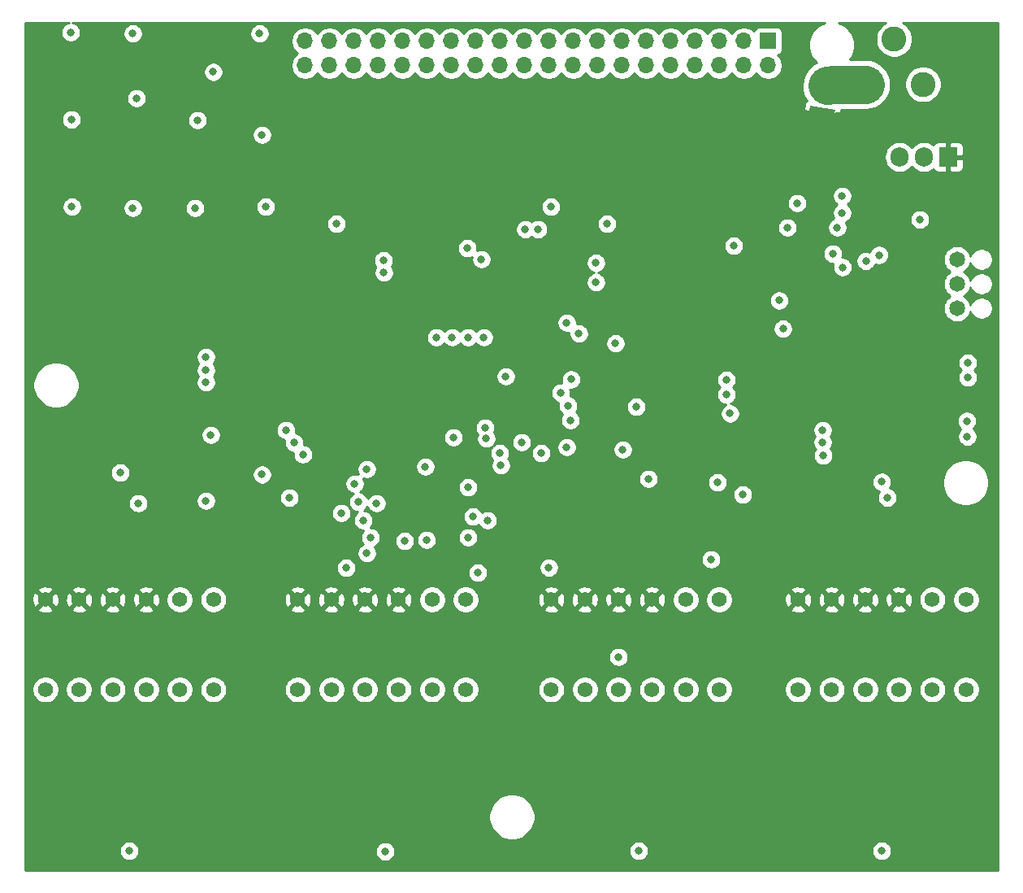
<source format=gbr>
G04 #@! TF.GenerationSoftware,KiCad,Pcbnew,5.1.6*
G04 #@! TF.CreationDate,2020-06-25T20:11:56-04:00*
G04 #@! TF.ProjectId,EVE-PCB-V4,4556452d-5043-4422-9d56-342e6b696361,rev?*
G04 #@! TF.SameCoordinates,Original*
G04 #@! TF.FileFunction,Copper,L3,Inr*
G04 #@! TF.FilePolarity,Positive*
%FSLAX46Y46*%
G04 Gerber Fmt 4.6, Leading zero omitted, Abs format (unit mm)*
G04 Created by KiCad (PCBNEW 5.1.6) date 2020-06-25 20:11:56*
%MOMM*%
%LPD*%
G01*
G04 APERTURE LIST*
G04 #@! TA.AperFunction,ViaPad*
%ADD10C,1.575000*%
G04 #@! TD*
G04 #@! TA.AperFunction,ViaPad*
%ADD11O,1.700000X1.700000*%
G04 #@! TD*
G04 #@! TA.AperFunction,ViaPad*
%ADD12R,1.700000X1.700000*%
G04 #@! TD*
G04 #@! TA.AperFunction,ViaPad*
%ADD13R,2.600000X2.600000*%
G04 #@! TD*
G04 #@! TA.AperFunction,ViaPad*
%ADD14C,2.600000*%
G04 #@! TD*
G04 #@! TA.AperFunction,ViaPad*
%ADD15R,1.905000X2.000000*%
G04 #@! TD*
G04 #@! TA.AperFunction,ViaPad*
%ADD16O,1.905000X2.000000*%
G04 #@! TD*
G04 #@! TA.AperFunction,ViaPad*
%ADD17C,1.650000*%
G04 #@! TD*
G04 #@! TA.AperFunction,ViaPad*
%ADD18C,0.100000*%
G04 #@! TD*
G04 #@! TA.AperFunction,ViaPad*
%ADD19C,0.800000*%
G04 #@! TD*
G04 #@! TA.AperFunction,Conductor*
%ADD20C,3.000000*%
G04 #@! TD*
G04 #@! TA.AperFunction,Conductor*
%ADD21C,4.000000*%
G04 #@! TD*
G04 #@! TA.AperFunction,Conductor*
%ADD22C,0.254000*%
G04 #@! TD*
G04 APERTURE END LIST*
D10*
X108592346Y-95760000D03*
X108592346Y-105110000D03*
X105092346Y-95760000D03*
X105092346Y-105110000D03*
X101592346Y-95760000D03*
X101592346Y-105110000D03*
X98092346Y-95760000D03*
X98092346Y-105110000D03*
X94592346Y-95760000D03*
X94592346Y-105110000D03*
X91092346Y-95760000D03*
X91092346Y-105110000D03*
D11*
X118143346Y-40146769D03*
X118143346Y-37606769D03*
X120683346Y-40146769D03*
X120683346Y-37606769D03*
X123223346Y-40146769D03*
X123223346Y-37606769D03*
X125763346Y-40146769D03*
X125763346Y-37606769D03*
X128303346Y-40146769D03*
X128303346Y-37606769D03*
X130843346Y-40146769D03*
X130843346Y-37606769D03*
X133383346Y-40146769D03*
X133383346Y-37606769D03*
X135923346Y-40146769D03*
X135923346Y-37606769D03*
X138463346Y-40146769D03*
X138463346Y-37606769D03*
X141003346Y-40146769D03*
X141003346Y-37606769D03*
X143543346Y-40146769D03*
X143543346Y-37606769D03*
X146083346Y-40146769D03*
X146083346Y-37606769D03*
X148623346Y-40146769D03*
X148623346Y-37606769D03*
X151163346Y-40146769D03*
X151163346Y-37606769D03*
X153703346Y-40146769D03*
X153703346Y-37606769D03*
X156243346Y-40146769D03*
X156243346Y-37606769D03*
X158783346Y-40146769D03*
X158783346Y-37606769D03*
X161323346Y-40146769D03*
X161323346Y-37606769D03*
X163863346Y-40146769D03*
X163863346Y-37606769D03*
X166403346Y-40146769D03*
D12*
X166403346Y-37606769D03*
D10*
X187014846Y-95760000D03*
X187014846Y-105110000D03*
X183514846Y-95760000D03*
X183514846Y-105110000D03*
X180014846Y-95760000D03*
X180014846Y-105110000D03*
X176514846Y-95760000D03*
X176514846Y-105110000D03*
X173014846Y-95760000D03*
X173014846Y-105110000D03*
X169514846Y-95760000D03*
X169514846Y-105110000D03*
X161297346Y-95760000D03*
X161297346Y-105110000D03*
X157797346Y-95760000D03*
X157797346Y-105110000D03*
X154297346Y-95760000D03*
X154297346Y-105110000D03*
X150797346Y-95760000D03*
X150797346Y-105110000D03*
X147297346Y-95760000D03*
X147297346Y-105110000D03*
X143797346Y-95760000D03*
X143797346Y-105110000D03*
X134881346Y-95760000D03*
X134881346Y-105110000D03*
X131381346Y-95760000D03*
X131381346Y-105110000D03*
X127881346Y-95760000D03*
X127881346Y-105110000D03*
X124381346Y-95760000D03*
X124381346Y-105110000D03*
X120881346Y-95760000D03*
X120881346Y-105110000D03*
X117381346Y-95760000D03*
X117381346Y-105110000D03*
D13*
X176530000Y-42113200D03*
D14*
X182530000Y-42113200D03*
X179530000Y-37413200D03*
D15*
X185166000Y-49682400D03*
D16*
X182626000Y-49682400D03*
X180086000Y-49682400D03*
D17*
X186080400Y-65430400D03*
X186080400Y-62890400D03*
X186080400Y-60350400D03*
G04 #@! TA.AperFunction,ViaPad*
D18*
G36*
X172910907Y-47327593D02*
G01*
X170350407Y-46876107D01*
X170801893Y-44315607D01*
X173362393Y-44767093D01*
X172910907Y-47327593D01*
G37*
G04 #@! TD.AperFunction*
G04 #@! TA.AperFunction,ViaPad*
G36*
G01*
X172292257Y-43349732D02*
X172292257Y-43349732D01*
G75*
G02*
X171237750Y-41843739I225743J1280250D01*
G01*
X171237750Y-41843739D01*
G75*
G02*
X172743743Y-40789232I1280250J-225743D01*
G01*
X172743743Y-40789232D01*
G75*
G02*
X173798250Y-42295225I-225743J-1280250D01*
G01*
X173798250Y-42295225D01*
G75*
G02*
X172292257Y-43349732I-1280250J225743D01*
G01*
G37*
G04 #@! TD.AperFunction*
D19*
X93472000Y-40640000D03*
X99949000Y-40767000D03*
X113284000Y-40640000D03*
X100076000Y-49784000D03*
X106680000Y-49784000D03*
X94234000Y-49784000D03*
X106807000Y-58801000D03*
X113919000Y-50038000D03*
X94361000Y-59309000D03*
X100203000Y-59055000D03*
X114046000Y-58674000D03*
X172593000Y-69215000D03*
X105918000Y-82423000D03*
X113601500Y-68707000D03*
X168529000Y-79756000D03*
X106743500Y-40767000D03*
X139636500Y-87820500D03*
X139573000Y-83121500D03*
X148463000Y-83058000D03*
X151320500Y-87947500D03*
X108331000Y-78613000D03*
X145415000Y-79883000D03*
X136525000Y-60325000D03*
X160464500Y-91567000D03*
X136779000Y-68453000D03*
X135128000Y-68453000D03*
X133477000Y-68453000D03*
X131826000Y-68453000D03*
X130683000Y-81915000D03*
X151257000Y-80137000D03*
X121920000Y-86741000D03*
X123317000Y-83693000D03*
X135128000Y-89281000D03*
X99822000Y-121920000D03*
X126492000Y-121983500D03*
X152908000Y-121920000D03*
X178244500Y-121920000D03*
X152654000Y-75692000D03*
X187096400Y-77165200D03*
X174142400Y-61163200D03*
X162814000Y-58928000D03*
X149606000Y-56642000D03*
X121412000Y-56642000D03*
X135064500Y-59182000D03*
X143764000Y-54864000D03*
X100774500Y-85725000D03*
X116522500Y-85153500D03*
X178816000Y-85153500D03*
X139065000Y-72517000D03*
X150495000Y-69088000D03*
X163766500Y-84836000D03*
X182219600Y-56184800D03*
X124587000Y-82169000D03*
X124968000Y-89281000D03*
X107823000Y-85471000D03*
X93726000Y-36703000D03*
X172148500Y-80772000D03*
X100203000Y-36830000D03*
X172085000Y-79375000D03*
X113411000Y-36830000D03*
X172085000Y-78105000D03*
X106934000Y-45847000D03*
X162433000Y-76390500D03*
X162052000Y-72898000D03*
X108585000Y-40830500D03*
X100584000Y-43561000D03*
X162052000Y-74422000D03*
X113665000Y-47371000D03*
X117919500Y-80645000D03*
X114046000Y-54864000D03*
X117030500Y-79438500D03*
X93789500Y-45783500D03*
X116141500Y-78105000D03*
X107823000Y-70485000D03*
X100203000Y-54991000D03*
X107823000Y-71882000D03*
X106680000Y-54991000D03*
X107823000Y-73152000D03*
X93853000Y-54864000D03*
X173609000Y-57023000D03*
X169418000Y-54483000D03*
X177952400Y-59893200D03*
X187198000Y-71120000D03*
X174117000Y-53721000D03*
X174117000Y-55499000D03*
X124206000Y-87503000D03*
X136906000Y-77851000D03*
X124587000Y-90932000D03*
X140716000Y-79375000D03*
X142748000Y-80518000D03*
X137160000Y-87503000D03*
X136144000Y-92964000D03*
X138430000Y-80518000D03*
X135636000Y-87122000D03*
X168402000Y-57023000D03*
X148463000Y-60706000D03*
X145415000Y-66929000D03*
X126301500Y-60452000D03*
X142430500Y-57213500D03*
X173126400Y-59740800D03*
X148463000Y-62738000D03*
X146685000Y-68072000D03*
X126365000Y-61722000D03*
X141097000Y-57213500D03*
X167538400Y-64617600D03*
X187147200Y-78790800D03*
X167944800Y-67564000D03*
X187198000Y-72644000D03*
X153924000Y-83185000D03*
X150812500Y-101727000D03*
X143541500Y-92424500D03*
X178244500Y-83502500D03*
X145859500Y-72834500D03*
X161099500Y-83566000D03*
X144780000Y-74231500D03*
X113665000Y-82740500D03*
X145542000Y-75565000D03*
X98869500Y-82550000D03*
X145796000Y-77089000D03*
X176580800Y-60502800D03*
X133604000Y-78867000D03*
X123698000Y-85598000D03*
X125603000Y-85725000D03*
X137033000Y-78994000D03*
X135128000Y-84074000D03*
X138557000Y-81788000D03*
X122428000Y-92456000D03*
X128524000Y-89662000D03*
X130810000Y-89535000D03*
D20*
X171264800Y-47312800D02*
X170129200Y-46177200D01*
X171856400Y-47871600D02*
X171856400Y-49326800D01*
X172600400Y-47516000D02*
X173685200Y-46431200D01*
D21*
X173251378Y-42144708D02*
X172544068Y-42247993D01*
X176530000Y-42113200D02*
X173274857Y-42113200D01*
X173274857Y-42113200D02*
X173251378Y-42144708D01*
D22*
G36*
X93424102Y-35707774D02*
G01*
X93235744Y-35785795D01*
X93066226Y-35899063D01*
X92922063Y-36043226D01*
X92808795Y-36212744D01*
X92730774Y-36401102D01*
X92691000Y-36601061D01*
X92691000Y-36804939D01*
X92730774Y-37004898D01*
X92808795Y-37193256D01*
X92922063Y-37362774D01*
X93066226Y-37506937D01*
X93235744Y-37620205D01*
X93424102Y-37698226D01*
X93624061Y-37738000D01*
X93827939Y-37738000D01*
X94027898Y-37698226D01*
X94216256Y-37620205D01*
X94385774Y-37506937D01*
X94529937Y-37362774D01*
X94643205Y-37193256D01*
X94721226Y-37004898D01*
X94761000Y-36804939D01*
X94761000Y-36728061D01*
X99168000Y-36728061D01*
X99168000Y-36931939D01*
X99207774Y-37131898D01*
X99285795Y-37320256D01*
X99399063Y-37489774D01*
X99543226Y-37633937D01*
X99712744Y-37747205D01*
X99901102Y-37825226D01*
X100101061Y-37865000D01*
X100304939Y-37865000D01*
X100504898Y-37825226D01*
X100693256Y-37747205D01*
X100862774Y-37633937D01*
X101006937Y-37489774D01*
X101120205Y-37320256D01*
X101198226Y-37131898D01*
X101238000Y-36931939D01*
X101238000Y-36728061D01*
X112376000Y-36728061D01*
X112376000Y-36931939D01*
X112415774Y-37131898D01*
X112493795Y-37320256D01*
X112607063Y-37489774D01*
X112751226Y-37633937D01*
X112920744Y-37747205D01*
X113109102Y-37825226D01*
X113309061Y-37865000D01*
X113512939Y-37865000D01*
X113712898Y-37825226D01*
X113901256Y-37747205D01*
X114070774Y-37633937D01*
X114214937Y-37489774D01*
X114234491Y-37460509D01*
X116658346Y-37460509D01*
X116658346Y-37753029D01*
X116715414Y-38039927D01*
X116827356Y-38310180D01*
X116989871Y-38553401D01*
X117196714Y-38760244D01*
X117371106Y-38876769D01*
X117196714Y-38993294D01*
X116989871Y-39200137D01*
X116827356Y-39443358D01*
X116715414Y-39713611D01*
X116658346Y-40000509D01*
X116658346Y-40293029D01*
X116715414Y-40579927D01*
X116827356Y-40850180D01*
X116989871Y-41093401D01*
X117196714Y-41300244D01*
X117439935Y-41462759D01*
X117710188Y-41574701D01*
X117997086Y-41631769D01*
X118289606Y-41631769D01*
X118576504Y-41574701D01*
X118846757Y-41462759D01*
X119089978Y-41300244D01*
X119296821Y-41093401D01*
X119413346Y-40919009D01*
X119529871Y-41093401D01*
X119736714Y-41300244D01*
X119979935Y-41462759D01*
X120250188Y-41574701D01*
X120537086Y-41631769D01*
X120829606Y-41631769D01*
X121116504Y-41574701D01*
X121386757Y-41462759D01*
X121629978Y-41300244D01*
X121836821Y-41093401D01*
X121953346Y-40919009D01*
X122069871Y-41093401D01*
X122276714Y-41300244D01*
X122519935Y-41462759D01*
X122790188Y-41574701D01*
X123077086Y-41631769D01*
X123369606Y-41631769D01*
X123656504Y-41574701D01*
X123926757Y-41462759D01*
X124169978Y-41300244D01*
X124376821Y-41093401D01*
X124493346Y-40919009D01*
X124609871Y-41093401D01*
X124816714Y-41300244D01*
X125059935Y-41462759D01*
X125330188Y-41574701D01*
X125617086Y-41631769D01*
X125909606Y-41631769D01*
X126196504Y-41574701D01*
X126466757Y-41462759D01*
X126709978Y-41300244D01*
X126916821Y-41093401D01*
X127033346Y-40919009D01*
X127149871Y-41093401D01*
X127356714Y-41300244D01*
X127599935Y-41462759D01*
X127870188Y-41574701D01*
X128157086Y-41631769D01*
X128449606Y-41631769D01*
X128736504Y-41574701D01*
X129006757Y-41462759D01*
X129249978Y-41300244D01*
X129456821Y-41093401D01*
X129573346Y-40919009D01*
X129689871Y-41093401D01*
X129896714Y-41300244D01*
X130139935Y-41462759D01*
X130410188Y-41574701D01*
X130697086Y-41631769D01*
X130989606Y-41631769D01*
X131276504Y-41574701D01*
X131546757Y-41462759D01*
X131789978Y-41300244D01*
X131996821Y-41093401D01*
X132113346Y-40919009D01*
X132229871Y-41093401D01*
X132436714Y-41300244D01*
X132679935Y-41462759D01*
X132950188Y-41574701D01*
X133237086Y-41631769D01*
X133529606Y-41631769D01*
X133816504Y-41574701D01*
X134086757Y-41462759D01*
X134329978Y-41300244D01*
X134536821Y-41093401D01*
X134653346Y-40919009D01*
X134769871Y-41093401D01*
X134976714Y-41300244D01*
X135219935Y-41462759D01*
X135490188Y-41574701D01*
X135777086Y-41631769D01*
X136069606Y-41631769D01*
X136356504Y-41574701D01*
X136626757Y-41462759D01*
X136869978Y-41300244D01*
X137076821Y-41093401D01*
X137193346Y-40919009D01*
X137309871Y-41093401D01*
X137516714Y-41300244D01*
X137759935Y-41462759D01*
X138030188Y-41574701D01*
X138317086Y-41631769D01*
X138609606Y-41631769D01*
X138896504Y-41574701D01*
X139166757Y-41462759D01*
X139409978Y-41300244D01*
X139616821Y-41093401D01*
X139733346Y-40919009D01*
X139849871Y-41093401D01*
X140056714Y-41300244D01*
X140299935Y-41462759D01*
X140570188Y-41574701D01*
X140857086Y-41631769D01*
X141149606Y-41631769D01*
X141436504Y-41574701D01*
X141706757Y-41462759D01*
X141949978Y-41300244D01*
X142156821Y-41093401D01*
X142273346Y-40919009D01*
X142389871Y-41093401D01*
X142596714Y-41300244D01*
X142839935Y-41462759D01*
X143110188Y-41574701D01*
X143397086Y-41631769D01*
X143689606Y-41631769D01*
X143976504Y-41574701D01*
X144246757Y-41462759D01*
X144489978Y-41300244D01*
X144696821Y-41093401D01*
X144813346Y-40919009D01*
X144929871Y-41093401D01*
X145136714Y-41300244D01*
X145379935Y-41462759D01*
X145650188Y-41574701D01*
X145937086Y-41631769D01*
X146229606Y-41631769D01*
X146516504Y-41574701D01*
X146786757Y-41462759D01*
X147029978Y-41300244D01*
X147236821Y-41093401D01*
X147353346Y-40919009D01*
X147469871Y-41093401D01*
X147676714Y-41300244D01*
X147919935Y-41462759D01*
X148190188Y-41574701D01*
X148477086Y-41631769D01*
X148769606Y-41631769D01*
X149056504Y-41574701D01*
X149326757Y-41462759D01*
X149569978Y-41300244D01*
X149776821Y-41093401D01*
X149893346Y-40919009D01*
X150009871Y-41093401D01*
X150216714Y-41300244D01*
X150459935Y-41462759D01*
X150730188Y-41574701D01*
X151017086Y-41631769D01*
X151309606Y-41631769D01*
X151596504Y-41574701D01*
X151866757Y-41462759D01*
X152109978Y-41300244D01*
X152316821Y-41093401D01*
X152433346Y-40919009D01*
X152549871Y-41093401D01*
X152756714Y-41300244D01*
X152999935Y-41462759D01*
X153270188Y-41574701D01*
X153557086Y-41631769D01*
X153849606Y-41631769D01*
X154136504Y-41574701D01*
X154406757Y-41462759D01*
X154649978Y-41300244D01*
X154856821Y-41093401D01*
X154973346Y-40919009D01*
X155089871Y-41093401D01*
X155296714Y-41300244D01*
X155539935Y-41462759D01*
X155810188Y-41574701D01*
X156097086Y-41631769D01*
X156389606Y-41631769D01*
X156676504Y-41574701D01*
X156946757Y-41462759D01*
X157189978Y-41300244D01*
X157396821Y-41093401D01*
X157513346Y-40919009D01*
X157629871Y-41093401D01*
X157836714Y-41300244D01*
X158079935Y-41462759D01*
X158350188Y-41574701D01*
X158637086Y-41631769D01*
X158929606Y-41631769D01*
X159216504Y-41574701D01*
X159486757Y-41462759D01*
X159729978Y-41300244D01*
X159936821Y-41093401D01*
X160053346Y-40919009D01*
X160169871Y-41093401D01*
X160376714Y-41300244D01*
X160619935Y-41462759D01*
X160890188Y-41574701D01*
X161177086Y-41631769D01*
X161469606Y-41631769D01*
X161756504Y-41574701D01*
X162026757Y-41462759D01*
X162269978Y-41300244D01*
X162476821Y-41093401D01*
X162593346Y-40919009D01*
X162709871Y-41093401D01*
X162916714Y-41300244D01*
X163159935Y-41462759D01*
X163430188Y-41574701D01*
X163717086Y-41631769D01*
X164009606Y-41631769D01*
X164296504Y-41574701D01*
X164566757Y-41462759D01*
X164809978Y-41300244D01*
X165016821Y-41093401D01*
X165133346Y-40919009D01*
X165249871Y-41093401D01*
X165456714Y-41300244D01*
X165699935Y-41462759D01*
X165970188Y-41574701D01*
X166257086Y-41631769D01*
X166549606Y-41631769D01*
X166836504Y-41574701D01*
X167106757Y-41462759D01*
X167349978Y-41300244D01*
X167556821Y-41093401D01*
X167719336Y-40850180D01*
X167831278Y-40579927D01*
X167888346Y-40293029D01*
X167888346Y-40000509D01*
X167831278Y-39713611D01*
X167719336Y-39443358D01*
X167556821Y-39200137D01*
X167424966Y-39068282D01*
X167497526Y-39046271D01*
X167607840Y-38987306D01*
X167704531Y-38907954D01*
X167783883Y-38811263D01*
X167842848Y-38700949D01*
X167879158Y-38581251D01*
X167891418Y-38456769D01*
X167891418Y-36756769D01*
X167879158Y-36632287D01*
X167842848Y-36512589D01*
X167783883Y-36402275D01*
X167704531Y-36305584D01*
X167607840Y-36226232D01*
X167497526Y-36167267D01*
X167377828Y-36130957D01*
X167253346Y-36118697D01*
X165553346Y-36118697D01*
X165428864Y-36130957D01*
X165309166Y-36167267D01*
X165198852Y-36226232D01*
X165102161Y-36305584D01*
X165022809Y-36402275D01*
X164963844Y-36512589D01*
X164941833Y-36585149D01*
X164809978Y-36453294D01*
X164566757Y-36290779D01*
X164296504Y-36178837D01*
X164009606Y-36121769D01*
X163717086Y-36121769D01*
X163430188Y-36178837D01*
X163159935Y-36290779D01*
X162916714Y-36453294D01*
X162709871Y-36660137D01*
X162593346Y-36834529D01*
X162476821Y-36660137D01*
X162269978Y-36453294D01*
X162026757Y-36290779D01*
X161756504Y-36178837D01*
X161469606Y-36121769D01*
X161177086Y-36121769D01*
X160890188Y-36178837D01*
X160619935Y-36290779D01*
X160376714Y-36453294D01*
X160169871Y-36660137D01*
X160053346Y-36834529D01*
X159936821Y-36660137D01*
X159729978Y-36453294D01*
X159486757Y-36290779D01*
X159216504Y-36178837D01*
X158929606Y-36121769D01*
X158637086Y-36121769D01*
X158350188Y-36178837D01*
X158079935Y-36290779D01*
X157836714Y-36453294D01*
X157629871Y-36660137D01*
X157513346Y-36834529D01*
X157396821Y-36660137D01*
X157189978Y-36453294D01*
X156946757Y-36290779D01*
X156676504Y-36178837D01*
X156389606Y-36121769D01*
X156097086Y-36121769D01*
X155810188Y-36178837D01*
X155539935Y-36290779D01*
X155296714Y-36453294D01*
X155089871Y-36660137D01*
X154973346Y-36834529D01*
X154856821Y-36660137D01*
X154649978Y-36453294D01*
X154406757Y-36290779D01*
X154136504Y-36178837D01*
X153849606Y-36121769D01*
X153557086Y-36121769D01*
X153270188Y-36178837D01*
X152999935Y-36290779D01*
X152756714Y-36453294D01*
X152549871Y-36660137D01*
X152433346Y-36834529D01*
X152316821Y-36660137D01*
X152109978Y-36453294D01*
X151866757Y-36290779D01*
X151596504Y-36178837D01*
X151309606Y-36121769D01*
X151017086Y-36121769D01*
X150730188Y-36178837D01*
X150459935Y-36290779D01*
X150216714Y-36453294D01*
X150009871Y-36660137D01*
X149893346Y-36834529D01*
X149776821Y-36660137D01*
X149569978Y-36453294D01*
X149326757Y-36290779D01*
X149056504Y-36178837D01*
X148769606Y-36121769D01*
X148477086Y-36121769D01*
X148190188Y-36178837D01*
X147919935Y-36290779D01*
X147676714Y-36453294D01*
X147469871Y-36660137D01*
X147353346Y-36834529D01*
X147236821Y-36660137D01*
X147029978Y-36453294D01*
X146786757Y-36290779D01*
X146516504Y-36178837D01*
X146229606Y-36121769D01*
X145937086Y-36121769D01*
X145650188Y-36178837D01*
X145379935Y-36290779D01*
X145136714Y-36453294D01*
X144929871Y-36660137D01*
X144813346Y-36834529D01*
X144696821Y-36660137D01*
X144489978Y-36453294D01*
X144246757Y-36290779D01*
X143976504Y-36178837D01*
X143689606Y-36121769D01*
X143397086Y-36121769D01*
X143110188Y-36178837D01*
X142839935Y-36290779D01*
X142596714Y-36453294D01*
X142389871Y-36660137D01*
X142273346Y-36834529D01*
X142156821Y-36660137D01*
X141949978Y-36453294D01*
X141706757Y-36290779D01*
X141436504Y-36178837D01*
X141149606Y-36121769D01*
X140857086Y-36121769D01*
X140570188Y-36178837D01*
X140299935Y-36290779D01*
X140056714Y-36453294D01*
X139849871Y-36660137D01*
X139733346Y-36834529D01*
X139616821Y-36660137D01*
X139409978Y-36453294D01*
X139166757Y-36290779D01*
X138896504Y-36178837D01*
X138609606Y-36121769D01*
X138317086Y-36121769D01*
X138030188Y-36178837D01*
X137759935Y-36290779D01*
X137516714Y-36453294D01*
X137309871Y-36660137D01*
X137193346Y-36834529D01*
X137076821Y-36660137D01*
X136869978Y-36453294D01*
X136626757Y-36290779D01*
X136356504Y-36178837D01*
X136069606Y-36121769D01*
X135777086Y-36121769D01*
X135490188Y-36178837D01*
X135219935Y-36290779D01*
X134976714Y-36453294D01*
X134769871Y-36660137D01*
X134653346Y-36834529D01*
X134536821Y-36660137D01*
X134329978Y-36453294D01*
X134086757Y-36290779D01*
X133816504Y-36178837D01*
X133529606Y-36121769D01*
X133237086Y-36121769D01*
X132950188Y-36178837D01*
X132679935Y-36290779D01*
X132436714Y-36453294D01*
X132229871Y-36660137D01*
X132113346Y-36834529D01*
X131996821Y-36660137D01*
X131789978Y-36453294D01*
X131546757Y-36290779D01*
X131276504Y-36178837D01*
X130989606Y-36121769D01*
X130697086Y-36121769D01*
X130410188Y-36178837D01*
X130139935Y-36290779D01*
X129896714Y-36453294D01*
X129689871Y-36660137D01*
X129573346Y-36834529D01*
X129456821Y-36660137D01*
X129249978Y-36453294D01*
X129006757Y-36290779D01*
X128736504Y-36178837D01*
X128449606Y-36121769D01*
X128157086Y-36121769D01*
X127870188Y-36178837D01*
X127599935Y-36290779D01*
X127356714Y-36453294D01*
X127149871Y-36660137D01*
X127033346Y-36834529D01*
X126916821Y-36660137D01*
X126709978Y-36453294D01*
X126466757Y-36290779D01*
X126196504Y-36178837D01*
X125909606Y-36121769D01*
X125617086Y-36121769D01*
X125330188Y-36178837D01*
X125059935Y-36290779D01*
X124816714Y-36453294D01*
X124609871Y-36660137D01*
X124493346Y-36834529D01*
X124376821Y-36660137D01*
X124169978Y-36453294D01*
X123926757Y-36290779D01*
X123656504Y-36178837D01*
X123369606Y-36121769D01*
X123077086Y-36121769D01*
X122790188Y-36178837D01*
X122519935Y-36290779D01*
X122276714Y-36453294D01*
X122069871Y-36660137D01*
X121953346Y-36834529D01*
X121836821Y-36660137D01*
X121629978Y-36453294D01*
X121386757Y-36290779D01*
X121116504Y-36178837D01*
X120829606Y-36121769D01*
X120537086Y-36121769D01*
X120250188Y-36178837D01*
X119979935Y-36290779D01*
X119736714Y-36453294D01*
X119529871Y-36660137D01*
X119413346Y-36834529D01*
X119296821Y-36660137D01*
X119089978Y-36453294D01*
X118846757Y-36290779D01*
X118576504Y-36178837D01*
X118289606Y-36121769D01*
X117997086Y-36121769D01*
X117710188Y-36178837D01*
X117439935Y-36290779D01*
X117196714Y-36453294D01*
X116989871Y-36660137D01*
X116827356Y-36903358D01*
X116715414Y-37173611D01*
X116658346Y-37460509D01*
X114234491Y-37460509D01*
X114328205Y-37320256D01*
X114406226Y-37131898D01*
X114446000Y-36931939D01*
X114446000Y-36728061D01*
X114406226Y-36528102D01*
X114328205Y-36339744D01*
X114214937Y-36170226D01*
X114070774Y-36026063D01*
X113901256Y-35912795D01*
X113712898Y-35834774D01*
X113512939Y-35795000D01*
X113309061Y-35795000D01*
X113109102Y-35834774D01*
X112920744Y-35912795D01*
X112751226Y-36026063D01*
X112607063Y-36170226D01*
X112493795Y-36339744D01*
X112415774Y-36528102D01*
X112376000Y-36728061D01*
X101238000Y-36728061D01*
X101198226Y-36528102D01*
X101120205Y-36339744D01*
X101006937Y-36170226D01*
X100862774Y-36026063D01*
X100693256Y-35912795D01*
X100504898Y-35834774D01*
X100304939Y-35795000D01*
X100101061Y-35795000D01*
X99901102Y-35834774D01*
X99712744Y-35912795D01*
X99543226Y-36026063D01*
X99399063Y-36170226D01*
X99285795Y-36339744D01*
X99207774Y-36528102D01*
X99168000Y-36728061D01*
X94761000Y-36728061D01*
X94761000Y-36601061D01*
X94721226Y-36401102D01*
X94643205Y-36212744D01*
X94529937Y-36043226D01*
X94385774Y-35899063D01*
X94216256Y-35785795D01*
X94027898Y-35707774D01*
X93923459Y-35687000D01*
X172264756Y-35687000D01*
X171854506Y-35856931D01*
X171458424Y-36121585D01*
X171121585Y-36458424D01*
X170856931Y-36854506D01*
X170674635Y-37294608D01*
X170581701Y-37761818D01*
X170581701Y-38238182D01*
X170674635Y-38705392D01*
X170856931Y-39145494D01*
X171121585Y-39541576D01*
X171436862Y-39856853D01*
X171187994Y-39973870D01*
X170770391Y-40282124D01*
X170420950Y-40665925D01*
X170153098Y-41110523D01*
X169977131Y-41598835D01*
X169899810Y-42112093D01*
X169924105Y-42630573D01*
X170049085Y-43134351D01*
X170269945Y-43604067D01*
X170419650Y-43806878D01*
X170340973Y-43874372D01*
X170263748Y-43972771D01*
X170207204Y-44084345D01*
X170173514Y-44204807D01*
X170000417Y-45204182D01*
X170129189Y-45388087D01*
X171753383Y-45674476D01*
X171756856Y-45654780D01*
X172006997Y-45698887D01*
X172003524Y-45718583D01*
X173627718Y-46004972D01*
X173811623Y-45876200D01*
X173990771Y-44877893D01*
X174000313Y-44753173D01*
X173999713Y-44748200D01*
X176659442Y-44748200D01*
X177046550Y-44710073D01*
X177543250Y-44559401D01*
X178001011Y-44314723D01*
X178402241Y-43985441D01*
X178731523Y-43584211D01*
X178976201Y-43126450D01*
X179126873Y-42629750D01*
X179177749Y-42113200D01*
X179158979Y-41922619D01*
X180595000Y-41922619D01*
X180595000Y-42303781D01*
X180669361Y-42677619D01*
X180815225Y-43029766D01*
X181026987Y-43346691D01*
X181296509Y-43616213D01*
X181613434Y-43827975D01*
X181965581Y-43973839D01*
X182339419Y-44048200D01*
X182720581Y-44048200D01*
X183094419Y-43973839D01*
X183446566Y-43827975D01*
X183763491Y-43616213D01*
X184033013Y-43346691D01*
X184244775Y-43029766D01*
X184390639Y-42677619D01*
X184465000Y-42303781D01*
X184465000Y-41922619D01*
X184390639Y-41548781D01*
X184244775Y-41196634D01*
X184033013Y-40879709D01*
X183763491Y-40610187D01*
X183446566Y-40398425D01*
X183094419Y-40252561D01*
X182720581Y-40178200D01*
X182339419Y-40178200D01*
X181965581Y-40252561D01*
X181613434Y-40398425D01*
X181296509Y-40610187D01*
X181026987Y-40879709D01*
X180815225Y-41196634D01*
X180669361Y-41548781D01*
X180595000Y-41922619D01*
X179158979Y-41922619D01*
X179126873Y-41596650D01*
X178976201Y-41099950D01*
X178731523Y-40642189D01*
X178402241Y-40240959D01*
X178001011Y-39911677D01*
X177543250Y-39666999D01*
X177046550Y-39516327D01*
X176659442Y-39478200D01*
X174920762Y-39478200D01*
X175143069Y-39145494D01*
X175325365Y-38705392D01*
X175418299Y-38238182D01*
X175418299Y-37761818D01*
X175325365Y-37294608D01*
X175143069Y-36854506D01*
X174878415Y-36458424D01*
X174541576Y-36121585D01*
X174145494Y-35856931D01*
X173735244Y-35687000D01*
X178641016Y-35687000D01*
X178613434Y-35698425D01*
X178296509Y-35910187D01*
X178026987Y-36179709D01*
X177815225Y-36496634D01*
X177669361Y-36848781D01*
X177595000Y-37222619D01*
X177595000Y-37603781D01*
X177669361Y-37977619D01*
X177815225Y-38329766D01*
X178026987Y-38646691D01*
X178296509Y-38916213D01*
X178613434Y-39127975D01*
X178965581Y-39273839D01*
X179339419Y-39348200D01*
X179720581Y-39348200D01*
X180094419Y-39273839D01*
X180446566Y-39127975D01*
X180763491Y-38916213D01*
X181033013Y-38646691D01*
X181244775Y-38329766D01*
X181390639Y-37977619D01*
X181465000Y-37603781D01*
X181465000Y-37222619D01*
X181390639Y-36848781D01*
X181244775Y-36496634D01*
X181033013Y-36179709D01*
X180763491Y-35910187D01*
X180446566Y-35698425D01*
X180418984Y-35687000D01*
X190343347Y-35687000D01*
X190343346Y-123962269D01*
X89027000Y-123962269D01*
X89027000Y-121818061D01*
X98787000Y-121818061D01*
X98787000Y-122021939D01*
X98826774Y-122221898D01*
X98904795Y-122410256D01*
X99018063Y-122579774D01*
X99162226Y-122723937D01*
X99331744Y-122837205D01*
X99520102Y-122915226D01*
X99720061Y-122955000D01*
X99923939Y-122955000D01*
X100123898Y-122915226D01*
X100312256Y-122837205D01*
X100481774Y-122723937D01*
X100625937Y-122579774D01*
X100739205Y-122410256D01*
X100817226Y-122221898D01*
X100857000Y-122021939D01*
X100857000Y-121881561D01*
X125457000Y-121881561D01*
X125457000Y-122085439D01*
X125496774Y-122285398D01*
X125574795Y-122473756D01*
X125688063Y-122643274D01*
X125832226Y-122787437D01*
X126001744Y-122900705D01*
X126190102Y-122978726D01*
X126390061Y-123018500D01*
X126593939Y-123018500D01*
X126793898Y-122978726D01*
X126982256Y-122900705D01*
X127151774Y-122787437D01*
X127295937Y-122643274D01*
X127409205Y-122473756D01*
X127487226Y-122285398D01*
X127527000Y-122085439D01*
X127527000Y-121881561D01*
X127514370Y-121818061D01*
X151873000Y-121818061D01*
X151873000Y-122021939D01*
X151912774Y-122221898D01*
X151990795Y-122410256D01*
X152104063Y-122579774D01*
X152248226Y-122723937D01*
X152417744Y-122837205D01*
X152606102Y-122915226D01*
X152806061Y-122955000D01*
X153009939Y-122955000D01*
X153209898Y-122915226D01*
X153398256Y-122837205D01*
X153567774Y-122723937D01*
X153711937Y-122579774D01*
X153825205Y-122410256D01*
X153903226Y-122221898D01*
X153943000Y-122021939D01*
X153943000Y-121818061D01*
X177209500Y-121818061D01*
X177209500Y-122021939D01*
X177249274Y-122221898D01*
X177327295Y-122410256D01*
X177440563Y-122579774D01*
X177584726Y-122723937D01*
X177754244Y-122837205D01*
X177942602Y-122915226D01*
X178142561Y-122955000D01*
X178346439Y-122955000D01*
X178546398Y-122915226D01*
X178734756Y-122837205D01*
X178904274Y-122723937D01*
X179048437Y-122579774D01*
X179161705Y-122410256D01*
X179239726Y-122221898D01*
X179279500Y-122021939D01*
X179279500Y-121818061D01*
X179239726Y-121618102D01*
X179161705Y-121429744D01*
X179048437Y-121260226D01*
X178904274Y-121116063D01*
X178734756Y-121002795D01*
X178546398Y-120924774D01*
X178346439Y-120885000D01*
X178142561Y-120885000D01*
X177942602Y-120924774D01*
X177754244Y-121002795D01*
X177584726Y-121116063D01*
X177440563Y-121260226D01*
X177327295Y-121429744D01*
X177249274Y-121618102D01*
X177209500Y-121818061D01*
X153943000Y-121818061D01*
X153903226Y-121618102D01*
X153825205Y-121429744D01*
X153711937Y-121260226D01*
X153567774Y-121116063D01*
X153398256Y-121002795D01*
X153209898Y-120924774D01*
X153009939Y-120885000D01*
X152806061Y-120885000D01*
X152606102Y-120924774D01*
X152417744Y-121002795D01*
X152248226Y-121116063D01*
X152104063Y-121260226D01*
X151990795Y-121429744D01*
X151912774Y-121618102D01*
X151873000Y-121818061D01*
X127514370Y-121818061D01*
X127487226Y-121681602D01*
X127409205Y-121493244D01*
X127295937Y-121323726D01*
X127151774Y-121179563D01*
X126982256Y-121066295D01*
X126793898Y-120988274D01*
X126593939Y-120948500D01*
X126390061Y-120948500D01*
X126190102Y-120988274D01*
X126001744Y-121066295D01*
X125832226Y-121179563D01*
X125688063Y-121323726D01*
X125574795Y-121493244D01*
X125496774Y-121681602D01*
X125457000Y-121881561D01*
X100857000Y-121881561D01*
X100857000Y-121818061D01*
X100817226Y-121618102D01*
X100739205Y-121429744D01*
X100625937Y-121260226D01*
X100481774Y-121116063D01*
X100312256Y-121002795D01*
X100123898Y-120924774D01*
X99923939Y-120885000D01*
X99720061Y-120885000D01*
X99520102Y-120924774D01*
X99331744Y-121002795D01*
X99162226Y-121116063D01*
X99018063Y-121260226D01*
X98904795Y-121429744D01*
X98826774Y-121618102D01*
X98787000Y-121818061D01*
X89027000Y-121818061D01*
X89027000Y-118125818D01*
X137281701Y-118125818D01*
X137281701Y-118602182D01*
X137374635Y-119069392D01*
X137556931Y-119509494D01*
X137821585Y-119905576D01*
X138158424Y-120242415D01*
X138554506Y-120507069D01*
X138994608Y-120689365D01*
X139461818Y-120782299D01*
X139938182Y-120782299D01*
X140405392Y-120689365D01*
X140845494Y-120507069D01*
X141241576Y-120242415D01*
X141578415Y-119905576D01*
X141843069Y-119509494D01*
X142025365Y-119069392D01*
X142118299Y-118602182D01*
X142118299Y-118125818D01*
X142025365Y-117658608D01*
X141843069Y-117218506D01*
X141578415Y-116822424D01*
X141241576Y-116485585D01*
X140845494Y-116220931D01*
X140405392Y-116038635D01*
X139938182Y-115945701D01*
X139461818Y-115945701D01*
X138994608Y-116038635D01*
X138554506Y-116220931D01*
X138158424Y-116485585D01*
X137821585Y-116822424D01*
X137556931Y-117218506D01*
X137374635Y-117658608D01*
X137281701Y-118125818D01*
X89027000Y-118125818D01*
X89027000Y-104969896D01*
X89669846Y-104969896D01*
X89669846Y-105250104D01*
X89724512Y-105524928D01*
X89831743Y-105783806D01*
X89987418Y-106016791D01*
X90185555Y-106214928D01*
X90418540Y-106370603D01*
X90677418Y-106477834D01*
X90952242Y-106532500D01*
X91232450Y-106532500D01*
X91507274Y-106477834D01*
X91766152Y-106370603D01*
X91999137Y-106214928D01*
X92197274Y-106016791D01*
X92352949Y-105783806D01*
X92460180Y-105524928D01*
X92514846Y-105250104D01*
X92514846Y-104969896D01*
X93169846Y-104969896D01*
X93169846Y-105250104D01*
X93224512Y-105524928D01*
X93331743Y-105783806D01*
X93487418Y-106016791D01*
X93685555Y-106214928D01*
X93918540Y-106370603D01*
X94177418Y-106477834D01*
X94452242Y-106532500D01*
X94732450Y-106532500D01*
X95007274Y-106477834D01*
X95266152Y-106370603D01*
X95499137Y-106214928D01*
X95697274Y-106016791D01*
X95852949Y-105783806D01*
X95960180Y-105524928D01*
X96014846Y-105250104D01*
X96014846Y-104969896D01*
X96669846Y-104969896D01*
X96669846Y-105250104D01*
X96724512Y-105524928D01*
X96831743Y-105783806D01*
X96987418Y-106016791D01*
X97185555Y-106214928D01*
X97418540Y-106370603D01*
X97677418Y-106477834D01*
X97952242Y-106532500D01*
X98232450Y-106532500D01*
X98507274Y-106477834D01*
X98766152Y-106370603D01*
X98999137Y-106214928D01*
X99197274Y-106016791D01*
X99352949Y-105783806D01*
X99460180Y-105524928D01*
X99514846Y-105250104D01*
X99514846Y-104969896D01*
X100169846Y-104969896D01*
X100169846Y-105250104D01*
X100224512Y-105524928D01*
X100331743Y-105783806D01*
X100487418Y-106016791D01*
X100685555Y-106214928D01*
X100918540Y-106370603D01*
X101177418Y-106477834D01*
X101452242Y-106532500D01*
X101732450Y-106532500D01*
X102007274Y-106477834D01*
X102266152Y-106370603D01*
X102499137Y-106214928D01*
X102697274Y-106016791D01*
X102852949Y-105783806D01*
X102960180Y-105524928D01*
X103014846Y-105250104D01*
X103014846Y-104969896D01*
X103669846Y-104969896D01*
X103669846Y-105250104D01*
X103724512Y-105524928D01*
X103831743Y-105783806D01*
X103987418Y-106016791D01*
X104185555Y-106214928D01*
X104418540Y-106370603D01*
X104677418Y-106477834D01*
X104952242Y-106532500D01*
X105232450Y-106532500D01*
X105507274Y-106477834D01*
X105766152Y-106370603D01*
X105999137Y-106214928D01*
X106197274Y-106016791D01*
X106352949Y-105783806D01*
X106460180Y-105524928D01*
X106514846Y-105250104D01*
X106514846Y-104969896D01*
X107169846Y-104969896D01*
X107169846Y-105250104D01*
X107224512Y-105524928D01*
X107331743Y-105783806D01*
X107487418Y-106016791D01*
X107685555Y-106214928D01*
X107918540Y-106370603D01*
X108177418Y-106477834D01*
X108452242Y-106532500D01*
X108732450Y-106532500D01*
X109007274Y-106477834D01*
X109266152Y-106370603D01*
X109499137Y-106214928D01*
X109697274Y-106016791D01*
X109852949Y-105783806D01*
X109960180Y-105524928D01*
X110014846Y-105250104D01*
X110014846Y-104969896D01*
X115958846Y-104969896D01*
X115958846Y-105250104D01*
X116013512Y-105524928D01*
X116120743Y-105783806D01*
X116276418Y-106016791D01*
X116474555Y-106214928D01*
X116707540Y-106370603D01*
X116966418Y-106477834D01*
X117241242Y-106532500D01*
X117521450Y-106532500D01*
X117796274Y-106477834D01*
X118055152Y-106370603D01*
X118288137Y-106214928D01*
X118486274Y-106016791D01*
X118641949Y-105783806D01*
X118749180Y-105524928D01*
X118803846Y-105250104D01*
X118803846Y-104969896D01*
X119458846Y-104969896D01*
X119458846Y-105250104D01*
X119513512Y-105524928D01*
X119620743Y-105783806D01*
X119776418Y-106016791D01*
X119974555Y-106214928D01*
X120207540Y-106370603D01*
X120466418Y-106477834D01*
X120741242Y-106532500D01*
X121021450Y-106532500D01*
X121296274Y-106477834D01*
X121555152Y-106370603D01*
X121788137Y-106214928D01*
X121986274Y-106016791D01*
X122141949Y-105783806D01*
X122249180Y-105524928D01*
X122303846Y-105250104D01*
X122303846Y-104969896D01*
X122958846Y-104969896D01*
X122958846Y-105250104D01*
X123013512Y-105524928D01*
X123120743Y-105783806D01*
X123276418Y-106016791D01*
X123474555Y-106214928D01*
X123707540Y-106370603D01*
X123966418Y-106477834D01*
X124241242Y-106532500D01*
X124521450Y-106532500D01*
X124796274Y-106477834D01*
X125055152Y-106370603D01*
X125288137Y-106214928D01*
X125486274Y-106016791D01*
X125641949Y-105783806D01*
X125749180Y-105524928D01*
X125803846Y-105250104D01*
X125803846Y-104969896D01*
X126458846Y-104969896D01*
X126458846Y-105250104D01*
X126513512Y-105524928D01*
X126620743Y-105783806D01*
X126776418Y-106016791D01*
X126974555Y-106214928D01*
X127207540Y-106370603D01*
X127466418Y-106477834D01*
X127741242Y-106532500D01*
X128021450Y-106532500D01*
X128296274Y-106477834D01*
X128555152Y-106370603D01*
X128788137Y-106214928D01*
X128986274Y-106016791D01*
X129141949Y-105783806D01*
X129249180Y-105524928D01*
X129303846Y-105250104D01*
X129303846Y-104969896D01*
X129958846Y-104969896D01*
X129958846Y-105250104D01*
X130013512Y-105524928D01*
X130120743Y-105783806D01*
X130276418Y-106016791D01*
X130474555Y-106214928D01*
X130707540Y-106370603D01*
X130966418Y-106477834D01*
X131241242Y-106532500D01*
X131521450Y-106532500D01*
X131796274Y-106477834D01*
X132055152Y-106370603D01*
X132288137Y-106214928D01*
X132486274Y-106016791D01*
X132641949Y-105783806D01*
X132749180Y-105524928D01*
X132803846Y-105250104D01*
X132803846Y-104969896D01*
X133458846Y-104969896D01*
X133458846Y-105250104D01*
X133513512Y-105524928D01*
X133620743Y-105783806D01*
X133776418Y-106016791D01*
X133974555Y-106214928D01*
X134207540Y-106370603D01*
X134466418Y-106477834D01*
X134741242Y-106532500D01*
X135021450Y-106532500D01*
X135296274Y-106477834D01*
X135555152Y-106370603D01*
X135788137Y-106214928D01*
X135986274Y-106016791D01*
X136141949Y-105783806D01*
X136249180Y-105524928D01*
X136303846Y-105250104D01*
X136303846Y-104969896D01*
X142374846Y-104969896D01*
X142374846Y-105250104D01*
X142429512Y-105524928D01*
X142536743Y-105783806D01*
X142692418Y-106016791D01*
X142890555Y-106214928D01*
X143123540Y-106370603D01*
X143382418Y-106477834D01*
X143657242Y-106532500D01*
X143937450Y-106532500D01*
X144212274Y-106477834D01*
X144471152Y-106370603D01*
X144704137Y-106214928D01*
X144902274Y-106016791D01*
X145057949Y-105783806D01*
X145165180Y-105524928D01*
X145219846Y-105250104D01*
X145219846Y-104969896D01*
X145874846Y-104969896D01*
X145874846Y-105250104D01*
X145929512Y-105524928D01*
X146036743Y-105783806D01*
X146192418Y-106016791D01*
X146390555Y-106214928D01*
X146623540Y-106370603D01*
X146882418Y-106477834D01*
X147157242Y-106532500D01*
X147437450Y-106532500D01*
X147712274Y-106477834D01*
X147971152Y-106370603D01*
X148204137Y-106214928D01*
X148402274Y-106016791D01*
X148557949Y-105783806D01*
X148665180Y-105524928D01*
X148719846Y-105250104D01*
X148719846Y-104969896D01*
X149374846Y-104969896D01*
X149374846Y-105250104D01*
X149429512Y-105524928D01*
X149536743Y-105783806D01*
X149692418Y-106016791D01*
X149890555Y-106214928D01*
X150123540Y-106370603D01*
X150382418Y-106477834D01*
X150657242Y-106532500D01*
X150937450Y-106532500D01*
X151212274Y-106477834D01*
X151471152Y-106370603D01*
X151704137Y-106214928D01*
X151902274Y-106016791D01*
X152057949Y-105783806D01*
X152165180Y-105524928D01*
X152219846Y-105250104D01*
X152219846Y-104969896D01*
X152874846Y-104969896D01*
X152874846Y-105250104D01*
X152929512Y-105524928D01*
X153036743Y-105783806D01*
X153192418Y-106016791D01*
X153390555Y-106214928D01*
X153623540Y-106370603D01*
X153882418Y-106477834D01*
X154157242Y-106532500D01*
X154437450Y-106532500D01*
X154712274Y-106477834D01*
X154971152Y-106370603D01*
X155204137Y-106214928D01*
X155402274Y-106016791D01*
X155557949Y-105783806D01*
X155665180Y-105524928D01*
X155719846Y-105250104D01*
X155719846Y-104969896D01*
X156374846Y-104969896D01*
X156374846Y-105250104D01*
X156429512Y-105524928D01*
X156536743Y-105783806D01*
X156692418Y-106016791D01*
X156890555Y-106214928D01*
X157123540Y-106370603D01*
X157382418Y-106477834D01*
X157657242Y-106532500D01*
X157937450Y-106532500D01*
X158212274Y-106477834D01*
X158471152Y-106370603D01*
X158704137Y-106214928D01*
X158902274Y-106016791D01*
X159057949Y-105783806D01*
X159165180Y-105524928D01*
X159219846Y-105250104D01*
X159219846Y-104969896D01*
X159874846Y-104969896D01*
X159874846Y-105250104D01*
X159929512Y-105524928D01*
X160036743Y-105783806D01*
X160192418Y-106016791D01*
X160390555Y-106214928D01*
X160623540Y-106370603D01*
X160882418Y-106477834D01*
X161157242Y-106532500D01*
X161437450Y-106532500D01*
X161712274Y-106477834D01*
X161971152Y-106370603D01*
X162204137Y-106214928D01*
X162402274Y-106016791D01*
X162557949Y-105783806D01*
X162665180Y-105524928D01*
X162719846Y-105250104D01*
X162719846Y-104969896D01*
X168092346Y-104969896D01*
X168092346Y-105250104D01*
X168147012Y-105524928D01*
X168254243Y-105783806D01*
X168409918Y-106016791D01*
X168608055Y-106214928D01*
X168841040Y-106370603D01*
X169099918Y-106477834D01*
X169374742Y-106532500D01*
X169654950Y-106532500D01*
X169929774Y-106477834D01*
X170188652Y-106370603D01*
X170421637Y-106214928D01*
X170619774Y-106016791D01*
X170775449Y-105783806D01*
X170882680Y-105524928D01*
X170937346Y-105250104D01*
X170937346Y-104969896D01*
X171592346Y-104969896D01*
X171592346Y-105250104D01*
X171647012Y-105524928D01*
X171754243Y-105783806D01*
X171909918Y-106016791D01*
X172108055Y-106214928D01*
X172341040Y-106370603D01*
X172599918Y-106477834D01*
X172874742Y-106532500D01*
X173154950Y-106532500D01*
X173429774Y-106477834D01*
X173688652Y-106370603D01*
X173921637Y-106214928D01*
X174119774Y-106016791D01*
X174275449Y-105783806D01*
X174382680Y-105524928D01*
X174437346Y-105250104D01*
X174437346Y-104969896D01*
X175092346Y-104969896D01*
X175092346Y-105250104D01*
X175147012Y-105524928D01*
X175254243Y-105783806D01*
X175409918Y-106016791D01*
X175608055Y-106214928D01*
X175841040Y-106370603D01*
X176099918Y-106477834D01*
X176374742Y-106532500D01*
X176654950Y-106532500D01*
X176929774Y-106477834D01*
X177188652Y-106370603D01*
X177421637Y-106214928D01*
X177619774Y-106016791D01*
X177775449Y-105783806D01*
X177882680Y-105524928D01*
X177937346Y-105250104D01*
X177937346Y-104969896D01*
X178592346Y-104969896D01*
X178592346Y-105250104D01*
X178647012Y-105524928D01*
X178754243Y-105783806D01*
X178909918Y-106016791D01*
X179108055Y-106214928D01*
X179341040Y-106370603D01*
X179599918Y-106477834D01*
X179874742Y-106532500D01*
X180154950Y-106532500D01*
X180429774Y-106477834D01*
X180688652Y-106370603D01*
X180921637Y-106214928D01*
X181119774Y-106016791D01*
X181275449Y-105783806D01*
X181382680Y-105524928D01*
X181437346Y-105250104D01*
X181437346Y-104969896D01*
X182092346Y-104969896D01*
X182092346Y-105250104D01*
X182147012Y-105524928D01*
X182254243Y-105783806D01*
X182409918Y-106016791D01*
X182608055Y-106214928D01*
X182841040Y-106370603D01*
X183099918Y-106477834D01*
X183374742Y-106532500D01*
X183654950Y-106532500D01*
X183929774Y-106477834D01*
X184188652Y-106370603D01*
X184421637Y-106214928D01*
X184619774Y-106016791D01*
X184775449Y-105783806D01*
X184882680Y-105524928D01*
X184937346Y-105250104D01*
X184937346Y-104969896D01*
X185592346Y-104969896D01*
X185592346Y-105250104D01*
X185647012Y-105524928D01*
X185754243Y-105783806D01*
X185909918Y-106016791D01*
X186108055Y-106214928D01*
X186341040Y-106370603D01*
X186599918Y-106477834D01*
X186874742Y-106532500D01*
X187154950Y-106532500D01*
X187429774Y-106477834D01*
X187688652Y-106370603D01*
X187921637Y-106214928D01*
X188119774Y-106016791D01*
X188275449Y-105783806D01*
X188382680Y-105524928D01*
X188437346Y-105250104D01*
X188437346Y-104969896D01*
X188382680Y-104695072D01*
X188275449Y-104436194D01*
X188119774Y-104203209D01*
X187921637Y-104005072D01*
X187688652Y-103849397D01*
X187429774Y-103742166D01*
X187154950Y-103687500D01*
X186874742Y-103687500D01*
X186599918Y-103742166D01*
X186341040Y-103849397D01*
X186108055Y-104005072D01*
X185909918Y-104203209D01*
X185754243Y-104436194D01*
X185647012Y-104695072D01*
X185592346Y-104969896D01*
X184937346Y-104969896D01*
X184882680Y-104695072D01*
X184775449Y-104436194D01*
X184619774Y-104203209D01*
X184421637Y-104005072D01*
X184188652Y-103849397D01*
X183929774Y-103742166D01*
X183654950Y-103687500D01*
X183374742Y-103687500D01*
X183099918Y-103742166D01*
X182841040Y-103849397D01*
X182608055Y-104005072D01*
X182409918Y-104203209D01*
X182254243Y-104436194D01*
X182147012Y-104695072D01*
X182092346Y-104969896D01*
X181437346Y-104969896D01*
X181382680Y-104695072D01*
X181275449Y-104436194D01*
X181119774Y-104203209D01*
X180921637Y-104005072D01*
X180688652Y-103849397D01*
X180429774Y-103742166D01*
X180154950Y-103687500D01*
X179874742Y-103687500D01*
X179599918Y-103742166D01*
X179341040Y-103849397D01*
X179108055Y-104005072D01*
X178909918Y-104203209D01*
X178754243Y-104436194D01*
X178647012Y-104695072D01*
X178592346Y-104969896D01*
X177937346Y-104969896D01*
X177882680Y-104695072D01*
X177775449Y-104436194D01*
X177619774Y-104203209D01*
X177421637Y-104005072D01*
X177188652Y-103849397D01*
X176929774Y-103742166D01*
X176654950Y-103687500D01*
X176374742Y-103687500D01*
X176099918Y-103742166D01*
X175841040Y-103849397D01*
X175608055Y-104005072D01*
X175409918Y-104203209D01*
X175254243Y-104436194D01*
X175147012Y-104695072D01*
X175092346Y-104969896D01*
X174437346Y-104969896D01*
X174382680Y-104695072D01*
X174275449Y-104436194D01*
X174119774Y-104203209D01*
X173921637Y-104005072D01*
X173688652Y-103849397D01*
X173429774Y-103742166D01*
X173154950Y-103687500D01*
X172874742Y-103687500D01*
X172599918Y-103742166D01*
X172341040Y-103849397D01*
X172108055Y-104005072D01*
X171909918Y-104203209D01*
X171754243Y-104436194D01*
X171647012Y-104695072D01*
X171592346Y-104969896D01*
X170937346Y-104969896D01*
X170882680Y-104695072D01*
X170775449Y-104436194D01*
X170619774Y-104203209D01*
X170421637Y-104005072D01*
X170188652Y-103849397D01*
X169929774Y-103742166D01*
X169654950Y-103687500D01*
X169374742Y-103687500D01*
X169099918Y-103742166D01*
X168841040Y-103849397D01*
X168608055Y-104005072D01*
X168409918Y-104203209D01*
X168254243Y-104436194D01*
X168147012Y-104695072D01*
X168092346Y-104969896D01*
X162719846Y-104969896D01*
X162665180Y-104695072D01*
X162557949Y-104436194D01*
X162402274Y-104203209D01*
X162204137Y-104005072D01*
X161971152Y-103849397D01*
X161712274Y-103742166D01*
X161437450Y-103687500D01*
X161157242Y-103687500D01*
X160882418Y-103742166D01*
X160623540Y-103849397D01*
X160390555Y-104005072D01*
X160192418Y-104203209D01*
X160036743Y-104436194D01*
X159929512Y-104695072D01*
X159874846Y-104969896D01*
X159219846Y-104969896D01*
X159165180Y-104695072D01*
X159057949Y-104436194D01*
X158902274Y-104203209D01*
X158704137Y-104005072D01*
X158471152Y-103849397D01*
X158212274Y-103742166D01*
X157937450Y-103687500D01*
X157657242Y-103687500D01*
X157382418Y-103742166D01*
X157123540Y-103849397D01*
X156890555Y-104005072D01*
X156692418Y-104203209D01*
X156536743Y-104436194D01*
X156429512Y-104695072D01*
X156374846Y-104969896D01*
X155719846Y-104969896D01*
X155665180Y-104695072D01*
X155557949Y-104436194D01*
X155402274Y-104203209D01*
X155204137Y-104005072D01*
X154971152Y-103849397D01*
X154712274Y-103742166D01*
X154437450Y-103687500D01*
X154157242Y-103687500D01*
X153882418Y-103742166D01*
X153623540Y-103849397D01*
X153390555Y-104005072D01*
X153192418Y-104203209D01*
X153036743Y-104436194D01*
X152929512Y-104695072D01*
X152874846Y-104969896D01*
X152219846Y-104969896D01*
X152165180Y-104695072D01*
X152057949Y-104436194D01*
X151902274Y-104203209D01*
X151704137Y-104005072D01*
X151471152Y-103849397D01*
X151212274Y-103742166D01*
X150937450Y-103687500D01*
X150657242Y-103687500D01*
X150382418Y-103742166D01*
X150123540Y-103849397D01*
X149890555Y-104005072D01*
X149692418Y-104203209D01*
X149536743Y-104436194D01*
X149429512Y-104695072D01*
X149374846Y-104969896D01*
X148719846Y-104969896D01*
X148665180Y-104695072D01*
X148557949Y-104436194D01*
X148402274Y-104203209D01*
X148204137Y-104005072D01*
X147971152Y-103849397D01*
X147712274Y-103742166D01*
X147437450Y-103687500D01*
X147157242Y-103687500D01*
X146882418Y-103742166D01*
X146623540Y-103849397D01*
X146390555Y-104005072D01*
X146192418Y-104203209D01*
X146036743Y-104436194D01*
X145929512Y-104695072D01*
X145874846Y-104969896D01*
X145219846Y-104969896D01*
X145165180Y-104695072D01*
X145057949Y-104436194D01*
X144902274Y-104203209D01*
X144704137Y-104005072D01*
X144471152Y-103849397D01*
X144212274Y-103742166D01*
X143937450Y-103687500D01*
X143657242Y-103687500D01*
X143382418Y-103742166D01*
X143123540Y-103849397D01*
X142890555Y-104005072D01*
X142692418Y-104203209D01*
X142536743Y-104436194D01*
X142429512Y-104695072D01*
X142374846Y-104969896D01*
X136303846Y-104969896D01*
X136249180Y-104695072D01*
X136141949Y-104436194D01*
X135986274Y-104203209D01*
X135788137Y-104005072D01*
X135555152Y-103849397D01*
X135296274Y-103742166D01*
X135021450Y-103687500D01*
X134741242Y-103687500D01*
X134466418Y-103742166D01*
X134207540Y-103849397D01*
X133974555Y-104005072D01*
X133776418Y-104203209D01*
X133620743Y-104436194D01*
X133513512Y-104695072D01*
X133458846Y-104969896D01*
X132803846Y-104969896D01*
X132749180Y-104695072D01*
X132641949Y-104436194D01*
X132486274Y-104203209D01*
X132288137Y-104005072D01*
X132055152Y-103849397D01*
X131796274Y-103742166D01*
X131521450Y-103687500D01*
X131241242Y-103687500D01*
X130966418Y-103742166D01*
X130707540Y-103849397D01*
X130474555Y-104005072D01*
X130276418Y-104203209D01*
X130120743Y-104436194D01*
X130013512Y-104695072D01*
X129958846Y-104969896D01*
X129303846Y-104969896D01*
X129249180Y-104695072D01*
X129141949Y-104436194D01*
X128986274Y-104203209D01*
X128788137Y-104005072D01*
X128555152Y-103849397D01*
X128296274Y-103742166D01*
X128021450Y-103687500D01*
X127741242Y-103687500D01*
X127466418Y-103742166D01*
X127207540Y-103849397D01*
X126974555Y-104005072D01*
X126776418Y-104203209D01*
X126620743Y-104436194D01*
X126513512Y-104695072D01*
X126458846Y-104969896D01*
X125803846Y-104969896D01*
X125749180Y-104695072D01*
X125641949Y-104436194D01*
X125486274Y-104203209D01*
X125288137Y-104005072D01*
X125055152Y-103849397D01*
X124796274Y-103742166D01*
X124521450Y-103687500D01*
X124241242Y-103687500D01*
X123966418Y-103742166D01*
X123707540Y-103849397D01*
X123474555Y-104005072D01*
X123276418Y-104203209D01*
X123120743Y-104436194D01*
X123013512Y-104695072D01*
X122958846Y-104969896D01*
X122303846Y-104969896D01*
X122249180Y-104695072D01*
X122141949Y-104436194D01*
X121986274Y-104203209D01*
X121788137Y-104005072D01*
X121555152Y-103849397D01*
X121296274Y-103742166D01*
X121021450Y-103687500D01*
X120741242Y-103687500D01*
X120466418Y-103742166D01*
X120207540Y-103849397D01*
X119974555Y-104005072D01*
X119776418Y-104203209D01*
X119620743Y-104436194D01*
X119513512Y-104695072D01*
X119458846Y-104969896D01*
X118803846Y-104969896D01*
X118749180Y-104695072D01*
X118641949Y-104436194D01*
X118486274Y-104203209D01*
X118288137Y-104005072D01*
X118055152Y-103849397D01*
X117796274Y-103742166D01*
X117521450Y-103687500D01*
X117241242Y-103687500D01*
X116966418Y-103742166D01*
X116707540Y-103849397D01*
X116474555Y-104005072D01*
X116276418Y-104203209D01*
X116120743Y-104436194D01*
X116013512Y-104695072D01*
X115958846Y-104969896D01*
X110014846Y-104969896D01*
X109960180Y-104695072D01*
X109852949Y-104436194D01*
X109697274Y-104203209D01*
X109499137Y-104005072D01*
X109266152Y-103849397D01*
X109007274Y-103742166D01*
X108732450Y-103687500D01*
X108452242Y-103687500D01*
X108177418Y-103742166D01*
X107918540Y-103849397D01*
X107685555Y-104005072D01*
X107487418Y-104203209D01*
X107331743Y-104436194D01*
X107224512Y-104695072D01*
X107169846Y-104969896D01*
X106514846Y-104969896D01*
X106460180Y-104695072D01*
X106352949Y-104436194D01*
X106197274Y-104203209D01*
X105999137Y-104005072D01*
X105766152Y-103849397D01*
X105507274Y-103742166D01*
X105232450Y-103687500D01*
X104952242Y-103687500D01*
X104677418Y-103742166D01*
X104418540Y-103849397D01*
X104185555Y-104005072D01*
X103987418Y-104203209D01*
X103831743Y-104436194D01*
X103724512Y-104695072D01*
X103669846Y-104969896D01*
X103014846Y-104969896D01*
X102960180Y-104695072D01*
X102852949Y-104436194D01*
X102697274Y-104203209D01*
X102499137Y-104005072D01*
X102266152Y-103849397D01*
X102007274Y-103742166D01*
X101732450Y-103687500D01*
X101452242Y-103687500D01*
X101177418Y-103742166D01*
X100918540Y-103849397D01*
X100685555Y-104005072D01*
X100487418Y-104203209D01*
X100331743Y-104436194D01*
X100224512Y-104695072D01*
X100169846Y-104969896D01*
X99514846Y-104969896D01*
X99460180Y-104695072D01*
X99352949Y-104436194D01*
X99197274Y-104203209D01*
X98999137Y-104005072D01*
X98766152Y-103849397D01*
X98507274Y-103742166D01*
X98232450Y-103687500D01*
X97952242Y-103687500D01*
X97677418Y-103742166D01*
X97418540Y-103849397D01*
X97185555Y-104005072D01*
X96987418Y-104203209D01*
X96831743Y-104436194D01*
X96724512Y-104695072D01*
X96669846Y-104969896D01*
X96014846Y-104969896D01*
X95960180Y-104695072D01*
X95852949Y-104436194D01*
X95697274Y-104203209D01*
X95499137Y-104005072D01*
X95266152Y-103849397D01*
X95007274Y-103742166D01*
X94732450Y-103687500D01*
X94452242Y-103687500D01*
X94177418Y-103742166D01*
X93918540Y-103849397D01*
X93685555Y-104005072D01*
X93487418Y-104203209D01*
X93331743Y-104436194D01*
X93224512Y-104695072D01*
X93169846Y-104969896D01*
X92514846Y-104969896D01*
X92460180Y-104695072D01*
X92352949Y-104436194D01*
X92197274Y-104203209D01*
X91999137Y-104005072D01*
X91766152Y-103849397D01*
X91507274Y-103742166D01*
X91232450Y-103687500D01*
X90952242Y-103687500D01*
X90677418Y-103742166D01*
X90418540Y-103849397D01*
X90185555Y-104005072D01*
X89987418Y-104203209D01*
X89831743Y-104436194D01*
X89724512Y-104695072D01*
X89669846Y-104969896D01*
X89027000Y-104969896D01*
X89027000Y-101625061D01*
X149777500Y-101625061D01*
X149777500Y-101828939D01*
X149817274Y-102028898D01*
X149895295Y-102217256D01*
X150008563Y-102386774D01*
X150152726Y-102530937D01*
X150322244Y-102644205D01*
X150510602Y-102722226D01*
X150710561Y-102762000D01*
X150914439Y-102762000D01*
X151114398Y-102722226D01*
X151302756Y-102644205D01*
X151472274Y-102530937D01*
X151616437Y-102386774D01*
X151729705Y-102217256D01*
X151807726Y-102028898D01*
X151847500Y-101828939D01*
X151847500Y-101625061D01*
X151807726Y-101425102D01*
X151729705Y-101236744D01*
X151616437Y-101067226D01*
X151472274Y-100923063D01*
X151302756Y-100809795D01*
X151114398Y-100731774D01*
X150914439Y-100692000D01*
X150710561Y-100692000D01*
X150510602Y-100731774D01*
X150322244Y-100809795D01*
X150152726Y-100923063D01*
X150008563Y-101067226D01*
X149895295Y-101236744D01*
X149817274Y-101425102D01*
X149777500Y-101625061D01*
X89027000Y-101625061D01*
X89027000Y-96743776D01*
X90288175Y-96743776D01*
X90358244Y-96986470D01*
X90611622Y-97106121D01*
X90883474Y-97174040D01*
X91163354Y-97187619D01*
X91440503Y-97146334D01*
X91704274Y-97051774D01*
X91826448Y-96986470D01*
X91896517Y-96743776D01*
X93788175Y-96743776D01*
X93858244Y-96986470D01*
X94111622Y-97106121D01*
X94383474Y-97174040D01*
X94663354Y-97187619D01*
X94940503Y-97146334D01*
X95204274Y-97051774D01*
X95326448Y-96986470D01*
X95396517Y-96743776D01*
X97288175Y-96743776D01*
X97358244Y-96986470D01*
X97611622Y-97106121D01*
X97883474Y-97174040D01*
X98163354Y-97187619D01*
X98440503Y-97146334D01*
X98704274Y-97051774D01*
X98826448Y-96986470D01*
X98896517Y-96743776D01*
X100788175Y-96743776D01*
X100858244Y-96986470D01*
X101111622Y-97106121D01*
X101383474Y-97174040D01*
X101663354Y-97187619D01*
X101940503Y-97146334D01*
X102204274Y-97051774D01*
X102326448Y-96986470D01*
X102396517Y-96743776D01*
X101592346Y-95939605D01*
X100788175Y-96743776D01*
X98896517Y-96743776D01*
X98092346Y-95939605D01*
X97288175Y-96743776D01*
X95396517Y-96743776D01*
X94592346Y-95939605D01*
X93788175Y-96743776D01*
X91896517Y-96743776D01*
X91092346Y-95939605D01*
X90288175Y-96743776D01*
X89027000Y-96743776D01*
X89027000Y-95831008D01*
X89664727Y-95831008D01*
X89706012Y-96108157D01*
X89800572Y-96371928D01*
X89865876Y-96494102D01*
X90108570Y-96564171D01*
X90912741Y-95760000D01*
X91271951Y-95760000D01*
X92076122Y-96564171D01*
X92318816Y-96494102D01*
X92438467Y-96240724D01*
X92506386Y-95968872D01*
X92513074Y-95831008D01*
X93164727Y-95831008D01*
X93206012Y-96108157D01*
X93300572Y-96371928D01*
X93365876Y-96494102D01*
X93608570Y-96564171D01*
X94412741Y-95760000D01*
X94771951Y-95760000D01*
X95576122Y-96564171D01*
X95818816Y-96494102D01*
X95938467Y-96240724D01*
X96006386Y-95968872D01*
X96013074Y-95831008D01*
X96664727Y-95831008D01*
X96706012Y-96108157D01*
X96800572Y-96371928D01*
X96865876Y-96494102D01*
X97108570Y-96564171D01*
X97912741Y-95760000D01*
X98271951Y-95760000D01*
X99076122Y-96564171D01*
X99318816Y-96494102D01*
X99438467Y-96240724D01*
X99506386Y-95968872D01*
X99513074Y-95831008D01*
X100164727Y-95831008D01*
X100206012Y-96108157D01*
X100300572Y-96371928D01*
X100365876Y-96494102D01*
X100608570Y-96564171D01*
X101412741Y-95760000D01*
X101771951Y-95760000D01*
X102576122Y-96564171D01*
X102818816Y-96494102D01*
X102938467Y-96240724D01*
X103006386Y-95968872D01*
X103019965Y-95688992D01*
X103009673Y-95619896D01*
X103669846Y-95619896D01*
X103669846Y-95900104D01*
X103724512Y-96174928D01*
X103831743Y-96433806D01*
X103987418Y-96666791D01*
X104185555Y-96864928D01*
X104418540Y-97020603D01*
X104677418Y-97127834D01*
X104952242Y-97182500D01*
X105232450Y-97182500D01*
X105507274Y-97127834D01*
X105766152Y-97020603D01*
X105999137Y-96864928D01*
X106197274Y-96666791D01*
X106352949Y-96433806D01*
X106460180Y-96174928D01*
X106514846Y-95900104D01*
X106514846Y-95619896D01*
X107169846Y-95619896D01*
X107169846Y-95900104D01*
X107224512Y-96174928D01*
X107331743Y-96433806D01*
X107487418Y-96666791D01*
X107685555Y-96864928D01*
X107918540Y-97020603D01*
X108177418Y-97127834D01*
X108452242Y-97182500D01*
X108732450Y-97182500D01*
X109007274Y-97127834D01*
X109266152Y-97020603D01*
X109499137Y-96864928D01*
X109620289Y-96743776D01*
X116577175Y-96743776D01*
X116647244Y-96986470D01*
X116900622Y-97106121D01*
X117172474Y-97174040D01*
X117452354Y-97187619D01*
X117729503Y-97146334D01*
X117993274Y-97051774D01*
X118115448Y-96986470D01*
X118185517Y-96743776D01*
X120077175Y-96743776D01*
X120147244Y-96986470D01*
X120400622Y-97106121D01*
X120672474Y-97174040D01*
X120952354Y-97187619D01*
X121229503Y-97146334D01*
X121493274Y-97051774D01*
X121615448Y-96986470D01*
X121685517Y-96743776D01*
X123577175Y-96743776D01*
X123647244Y-96986470D01*
X123900622Y-97106121D01*
X124172474Y-97174040D01*
X124452354Y-97187619D01*
X124729503Y-97146334D01*
X124993274Y-97051774D01*
X125115448Y-96986470D01*
X125185517Y-96743776D01*
X127077175Y-96743776D01*
X127147244Y-96986470D01*
X127400622Y-97106121D01*
X127672474Y-97174040D01*
X127952354Y-97187619D01*
X128229503Y-97146334D01*
X128493274Y-97051774D01*
X128615448Y-96986470D01*
X128685517Y-96743776D01*
X127881346Y-95939605D01*
X127077175Y-96743776D01*
X125185517Y-96743776D01*
X124381346Y-95939605D01*
X123577175Y-96743776D01*
X121685517Y-96743776D01*
X120881346Y-95939605D01*
X120077175Y-96743776D01*
X118185517Y-96743776D01*
X117381346Y-95939605D01*
X116577175Y-96743776D01*
X109620289Y-96743776D01*
X109697274Y-96666791D01*
X109852949Y-96433806D01*
X109960180Y-96174928D01*
X110014846Y-95900104D01*
X110014846Y-95831008D01*
X115953727Y-95831008D01*
X115995012Y-96108157D01*
X116089572Y-96371928D01*
X116154876Y-96494102D01*
X116397570Y-96564171D01*
X117201741Y-95760000D01*
X117560951Y-95760000D01*
X118365122Y-96564171D01*
X118607816Y-96494102D01*
X118727467Y-96240724D01*
X118795386Y-95968872D01*
X118802074Y-95831008D01*
X119453727Y-95831008D01*
X119495012Y-96108157D01*
X119589572Y-96371928D01*
X119654876Y-96494102D01*
X119897570Y-96564171D01*
X120701741Y-95760000D01*
X121060951Y-95760000D01*
X121865122Y-96564171D01*
X122107816Y-96494102D01*
X122227467Y-96240724D01*
X122295386Y-95968872D01*
X122302074Y-95831008D01*
X122953727Y-95831008D01*
X122995012Y-96108157D01*
X123089572Y-96371928D01*
X123154876Y-96494102D01*
X123397570Y-96564171D01*
X124201741Y-95760000D01*
X124560951Y-95760000D01*
X125365122Y-96564171D01*
X125607816Y-96494102D01*
X125727467Y-96240724D01*
X125795386Y-95968872D01*
X125802074Y-95831008D01*
X126453727Y-95831008D01*
X126495012Y-96108157D01*
X126589572Y-96371928D01*
X126654876Y-96494102D01*
X126897570Y-96564171D01*
X127701741Y-95760000D01*
X128060951Y-95760000D01*
X128865122Y-96564171D01*
X129107816Y-96494102D01*
X129227467Y-96240724D01*
X129295386Y-95968872D01*
X129308965Y-95688992D01*
X129298673Y-95619896D01*
X129958846Y-95619896D01*
X129958846Y-95900104D01*
X130013512Y-96174928D01*
X130120743Y-96433806D01*
X130276418Y-96666791D01*
X130474555Y-96864928D01*
X130707540Y-97020603D01*
X130966418Y-97127834D01*
X131241242Y-97182500D01*
X131521450Y-97182500D01*
X131796274Y-97127834D01*
X132055152Y-97020603D01*
X132288137Y-96864928D01*
X132486274Y-96666791D01*
X132641949Y-96433806D01*
X132749180Y-96174928D01*
X132803846Y-95900104D01*
X132803846Y-95619896D01*
X133458846Y-95619896D01*
X133458846Y-95900104D01*
X133513512Y-96174928D01*
X133620743Y-96433806D01*
X133776418Y-96666791D01*
X133974555Y-96864928D01*
X134207540Y-97020603D01*
X134466418Y-97127834D01*
X134741242Y-97182500D01*
X135021450Y-97182500D01*
X135296274Y-97127834D01*
X135555152Y-97020603D01*
X135788137Y-96864928D01*
X135909289Y-96743776D01*
X142993175Y-96743776D01*
X143063244Y-96986470D01*
X143316622Y-97106121D01*
X143588474Y-97174040D01*
X143868354Y-97187619D01*
X144145503Y-97146334D01*
X144409274Y-97051774D01*
X144531448Y-96986470D01*
X144601517Y-96743776D01*
X146493175Y-96743776D01*
X146563244Y-96986470D01*
X146816622Y-97106121D01*
X147088474Y-97174040D01*
X147368354Y-97187619D01*
X147645503Y-97146334D01*
X147909274Y-97051774D01*
X148031448Y-96986470D01*
X148101517Y-96743776D01*
X149993175Y-96743776D01*
X150063244Y-96986470D01*
X150316622Y-97106121D01*
X150588474Y-97174040D01*
X150868354Y-97187619D01*
X151145503Y-97146334D01*
X151409274Y-97051774D01*
X151531448Y-96986470D01*
X151601517Y-96743776D01*
X153493175Y-96743776D01*
X153563244Y-96986470D01*
X153816622Y-97106121D01*
X154088474Y-97174040D01*
X154368354Y-97187619D01*
X154645503Y-97146334D01*
X154909274Y-97051774D01*
X155031448Y-96986470D01*
X155101517Y-96743776D01*
X154297346Y-95939605D01*
X153493175Y-96743776D01*
X151601517Y-96743776D01*
X150797346Y-95939605D01*
X149993175Y-96743776D01*
X148101517Y-96743776D01*
X147297346Y-95939605D01*
X146493175Y-96743776D01*
X144601517Y-96743776D01*
X143797346Y-95939605D01*
X142993175Y-96743776D01*
X135909289Y-96743776D01*
X135986274Y-96666791D01*
X136141949Y-96433806D01*
X136249180Y-96174928D01*
X136303846Y-95900104D01*
X136303846Y-95831008D01*
X142369727Y-95831008D01*
X142411012Y-96108157D01*
X142505572Y-96371928D01*
X142570876Y-96494102D01*
X142813570Y-96564171D01*
X143617741Y-95760000D01*
X143976951Y-95760000D01*
X144781122Y-96564171D01*
X145023816Y-96494102D01*
X145143467Y-96240724D01*
X145211386Y-95968872D01*
X145218074Y-95831008D01*
X145869727Y-95831008D01*
X145911012Y-96108157D01*
X146005572Y-96371928D01*
X146070876Y-96494102D01*
X146313570Y-96564171D01*
X147117741Y-95760000D01*
X147476951Y-95760000D01*
X148281122Y-96564171D01*
X148523816Y-96494102D01*
X148643467Y-96240724D01*
X148711386Y-95968872D01*
X148718074Y-95831008D01*
X149369727Y-95831008D01*
X149411012Y-96108157D01*
X149505572Y-96371928D01*
X149570876Y-96494102D01*
X149813570Y-96564171D01*
X150617741Y-95760000D01*
X150976951Y-95760000D01*
X151781122Y-96564171D01*
X152023816Y-96494102D01*
X152143467Y-96240724D01*
X152211386Y-95968872D01*
X152218074Y-95831008D01*
X152869727Y-95831008D01*
X152911012Y-96108157D01*
X153005572Y-96371928D01*
X153070876Y-96494102D01*
X153313570Y-96564171D01*
X154117741Y-95760000D01*
X154476951Y-95760000D01*
X155281122Y-96564171D01*
X155523816Y-96494102D01*
X155643467Y-96240724D01*
X155711386Y-95968872D01*
X155724965Y-95688992D01*
X155714673Y-95619896D01*
X156374846Y-95619896D01*
X156374846Y-95900104D01*
X156429512Y-96174928D01*
X156536743Y-96433806D01*
X156692418Y-96666791D01*
X156890555Y-96864928D01*
X157123540Y-97020603D01*
X157382418Y-97127834D01*
X157657242Y-97182500D01*
X157937450Y-97182500D01*
X158212274Y-97127834D01*
X158471152Y-97020603D01*
X158704137Y-96864928D01*
X158902274Y-96666791D01*
X159057949Y-96433806D01*
X159165180Y-96174928D01*
X159219846Y-95900104D01*
X159219846Y-95619896D01*
X159874846Y-95619896D01*
X159874846Y-95900104D01*
X159929512Y-96174928D01*
X160036743Y-96433806D01*
X160192418Y-96666791D01*
X160390555Y-96864928D01*
X160623540Y-97020603D01*
X160882418Y-97127834D01*
X161157242Y-97182500D01*
X161437450Y-97182500D01*
X161712274Y-97127834D01*
X161971152Y-97020603D01*
X162204137Y-96864928D01*
X162325289Y-96743776D01*
X168710675Y-96743776D01*
X168780744Y-96986470D01*
X169034122Y-97106121D01*
X169305974Y-97174040D01*
X169585854Y-97187619D01*
X169863003Y-97146334D01*
X170126774Y-97051774D01*
X170248948Y-96986470D01*
X170319017Y-96743776D01*
X172210675Y-96743776D01*
X172280744Y-96986470D01*
X172534122Y-97106121D01*
X172805974Y-97174040D01*
X173085854Y-97187619D01*
X173363003Y-97146334D01*
X173626774Y-97051774D01*
X173748948Y-96986470D01*
X173819017Y-96743776D01*
X175710675Y-96743776D01*
X175780744Y-96986470D01*
X176034122Y-97106121D01*
X176305974Y-97174040D01*
X176585854Y-97187619D01*
X176863003Y-97146334D01*
X177126774Y-97051774D01*
X177248948Y-96986470D01*
X177319017Y-96743776D01*
X179210675Y-96743776D01*
X179280744Y-96986470D01*
X179534122Y-97106121D01*
X179805974Y-97174040D01*
X180085854Y-97187619D01*
X180363003Y-97146334D01*
X180626774Y-97051774D01*
X180748948Y-96986470D01*
X180819017Y-96743776D01*
X180014846Y-95939605D01*
X179210675Y-96743776D01*
X177319017Y-96743776D01*
X176514846Y-95939605D01*
X175710675Y-96743776D01*
X173819017Y-96743776D01*
X173014846Y-95939605D01*
X172210675Y-96743776D01*
X170319017Y-96743776D01*
X169514846Y-95939605D01*
X168710675Y-96743776D01*
X162325289Y-96743776D01*
X162402274Y-96666791D01*
X162557949Y-96433806D01*
X162665180Y-96174928D01*
X162719846Y-95900104D01*
X162719846Y-95831008D01*
X168087227Y-95831008D01*
X168128512Y-96108157D01*
X168223072Y-96371928D01*
X168288376Y-96494102D01*
X168531070Y-96564171D01*
X169335241Y-95760000D01*
X169694451Y-95760000D01*
X170498622Y-96564171D01*
X170741316Y-96494102D01*
X170860967Y-96240724D01*
X170928886Y-95968872D01*
X170935574Y-95831008D01*
X171587227Y-95831008D01*
X171628512Y-96108157D01*
X171723072Y-96371928D01*
X171788376Y-96494102D01*
X172031070Y-96564171D01*
X172835241Y-95760000D01*
X173194451Y-95760000D01*
X173998622Y-96564171D01*
X174241316Y-96494102D01*
X174360967Y-96240724D01*
X174428886Y-95968872D01*
X174435574Y-95831008D01*
X175087227Y-95831008D01*
X175128512Y-96108157D01*
X175223072Y-96371928D01*
X175288376Y-96494102D01*
X175531070Y-96564171D01*
X176335241Y-95760000D01*
X176694451Y-95760000D01*
X177498622Y-96564171D01*
X177741316Y-96494102D01*
X177860967Y-96240724D01*
X177928886Y-95968872D01*
X177935574Y-95831008D01*
X178587227Y-95831008D01*
X178628512Y-96108157D01*
X178723072Y-96371928D01*
X178788376Y-96494102D01*
X179031070Y-96564171D01*
X179835241Y-95760000D01*
X180194451Y-95760000D01*
X180998622Y-96564171D01*
X181241316Y-96494102D01*
X181360967Y-96240724D01*
X181428886Y-95968872D01*
X181442465Y-95688992D01*
X181432173Y-95619896D01*
X182092346Y-95619896D01*
X182092346Y-95900104D01*
X182147012Y-96174928D01*
X182254243Y-96433806D01*
X182409918Y-96666791D01*
X182608055Y-96864928D01*
X182841040Y-97020603D01*
X183099918Y-97127834D01*
X183374742Y-97182500D01*
X183654950Y-97182500D01*
X183929774Y-97127834D01*
X184188652Y-97020603D01*
X184421637Y-96864928D01*
X184619774Y-96666791D01*
X184775449Y-96433806D01*
X184882680Y-96174928D01*
X184937346Y-95900104D01*
X184937346Y-95619896D01*
X185592346Y-95619896D01*
X185592346Y-95900104D01*
X185647012Y-96174928D01*
X185754243Y-96433806D01*
X185909918Y-96666791D01*
X186108055Y-96864928D01*
X186341040Y-97020603D01*
X186599918Y-97127834D01*
X186874742Y-97182500D01*
X187154950Y-97182500D01*
X187429774Y-97127834D01*
X187688652Y-97020603D01*
X187921637Y-96864928D01*
X188119774Y-96666791D01*
X188275449Y-96433806D01*
X188382680Y-96174928D01*
X188437346Y-95900104D01*
X188437346Y-95619896D01*
X188382680Y-95345072D01*
X188275449Y-95086194D01*
X188119774Y-94853209D01*
X187921637Y-94655072D01*
X187688652Y-94499397D01*
X187429774Y-94392166D01*
X187154950Y-94337500D01*
X186874742Y-94337500D01*
X186599918Y-94392166D01*
X186341040Y-94499397D01*
X186108055Y-94655072D01*
X185909918Y-94853209D01*
X185754243Y-95086194D01*
X185647012Y-95345072D01*
X185592346Y-95619896D01*
X184937346Y-95619896D01*
X184882680Y-95345072D01*
X184775449Y-95086194D01*
X184619774Y-94853209D01*
X184421637Y-94655072D01*
X184188652Y-94499397D01*
X183929774Y-94392166D01*
X183654950Y-94337500D01*
X183374742Y-94337500D01*
X183099918Y-94392166D01*
X182841040Y-94499397D01*
X182608055Y-94655072D01*
X182409918Y-94853209D01*
X182254243Y-95086194D01*
X182147012Y-95345072D01*
X182092346Y-95619896D01*
X181432173Y-95619896D01*
X181401180Y-95411843D01*
X181306620Y-95148072D01*
X181241316Y-95025898D01*
X180998622Y-94955829D01*
X180194451Y-95760000D01*
X179835241Y-95760000D01*
X179031070Y-94955829D01*
X178788376Y-95025898D01*
X178668725Y-95279276D01*
X178600806Y-95551128D01*
X178587227Y-95831008D01*
X177935574Y-95831008D01*
X177942465Y-95688992D01*
X177901180Y-95411843D01*
X177806620Y-95148072D01*
X177741316Y-95025898D01*
X177498622Y-94955829D01*
X176694451Y-95760000D01*
X176335241Y-95760000D01*
X175531070Y-94955829D01*
X175288376Y-95025898D01*
X175168725Y-95279276D01*
X175100806Y-95551128D01*
X175087227Y-95831008D01*
X174435574Y-95831008D01*
X174442465Y-95688992D01*
X174401180Y-95411843D01*
X174306620Y-95148072D01*
X174241316Y-95025898D01*
X173998622Y-94955829D01*
X173194451Y-95760000D01*
X172835241Y-95760000D01*
X172031070Y-94955829D01*
X171788376Y-95025898D01*
X171668725Y-95279276D01*
X171600806Y-95551128D01*
X171587227Y-95831008D01*
X170935574Y-95831008D01*
X170942465Y-95688992D01*
X170901180Y-95411843D01*
X170806620Y-95148072D01*
X170741316Y-95025898D01*
X170498622Y-94955829D01*
X169694451Y-95760000D01*
X169335241Y-95760000D01*
X168531070Y-94955829D01*
X168288376Y-95025898D01*
X168168725Y-95279276D01*
X168100806Y-95551128D01*
X168087227Y-95831008D01*
X162719846Y-95831008D01*
X162719846Y-95619896D01*
X162665180Y-95345072D01*
X162557949Y-95086194D01*
X162402274Y-94853209D01*
X162325289Y-94776224D01*
X168710675Y-94776224D01*
X169514846Y-95580395D01*
X170319017Y-94776224D01*
X172210675Y-94776224D01*
X173014846Y-95580395D01*
X173819017Y-94776224D01*
X175710675Y-94776224D01*
X176514846Y-95580395D01*
X177319017Y-94776224D01*
X179210675Y-94776224D01*
X180014846Y-95580395D01*
X180819017Y-94776224D01*
X180748948Y-94533530D01*
X180495570Y-94413879D01*
X180223718Y-94345960D01*
X179943838Y-94332381D01*
X179666689Y-94373666D01*
X179402918Y-94468226D01*
X179280744Y-94533530D01*
X179210675Y-94776224D01*
X177319017Y-94776224D01*
X177248948Y-94533530D01*
X176995570Y-94413879D01*
X176723718Y-94345960D01*
X176443838Y-94332381D01*
X176166689Y-94373666D01*
X175902918Y-94468226D01*
X175780744Y-94533530D01*
X175710675Y-94776224D01*
X173819017Y-94776224D01*
X173748948Y-94533530D01*
X173495570Y-94413879D01*
X173223718Y-94345960D01*
X172943838Y-94332381D01*
X172666689Y-94373666D01*
X172402918Y-94468226D01*
X172280744Y-94533530D01*
X172210675Y-94776224D01*
X170319017Y-94776224D01*
X170248948Y-94533530D01*
X169995570Y-94413879D01*
X169723718Y-94345960D01*
X169443838Y-94332381D01*
X169166689Y-94373666D01*
X168902918Y-94468226D01*
X168780744Y-94533530D01*
X168710675Y-94776224D01*
X162325289Y-94776224D01*
X162204137Y-94655072D01*
X161971152Y-94499397D01*
X161712274Y-94392166D01*
X161437450Y-94337500D01*
X161157242Y-94337500D01*
X160882418Y-94392166D01*
X160623540Y-94499397D01*
X160390555Y-94655072D01*
X160192418Y-94853209D01*
X160036743Y-95086194D01*
X159929512Y-95345072D01*
X159874846Y-95619896D01*
X159219846Y-95619896D01*
X159165180Y-95345072D01*
X159057949Y-95086194D01*
X158902274Y-94853209D01*
X158704137Y-94655072D01*
X158471152Y-94499397D01*
X158212274Y-94392166D01*
X157937450Y-94337500D01*
X157657242Y-94337500D01*
X157382418Y-94392166D01*
X157123540Y-94499397D01*
X156890555Y-94655072D01*
X156692418Y-94853209D01*
X156536743Y-95086194D01*
X156429512Y-95345072D01*
X156374846Y-95619896D01*
X155714673Y-95619896D01*
X155683680Y-95411843D01*
X155589120Y-95148072D01*
X155523816Y-95025898D01*
X155281122Y-94955829D01*
X154476951Y-95760000D01*
X154117741Y-95760000D01*
X153313570Y-94955829D01*
X153070876Y-95025898D01*
X152951225Y-95279276D01*
X152883306Y-95551128D01*
X152869727Y-95831008D01*
X152218074Y-95831008D01*
X152224965Y-95688992D01*
X152183680Y-95411843D01*
X152089120Y-95148072D01*
X152023816Y-95025898D01*
X151781122Y-94955829D01*
X150976951Y-95760000D01*
X150617741Y-95760000D01*
X149813570Y-94955829D01*
X149570876Y-95025898D01*
X149451225Y-95279276D01*
X149383306Y-95551128D01*
X149369727Y-95831008D01*
X148718074Y-95831008D01*
X148724965Y-95688992D01*
X148683680Y-95411843D01*
X148589120Y-95148072D01*
X148523816Y-95025898D01*
X148281122Y-94955829D01*
X147476951Y-95760000D01*
X147117741Y-95760000D01*
X146313570Y-94955829D01*
X146070876Y-95025898D01*
X145951225Y-95279276D01*
X145883306Y-95551128D01*
X145869727Y-95831008D01*
X145218074Y-95831008D01*
X145224965Y-95688992D01*
X145183680Y-95411843D01*
X145089120Y-95148072D01*
X145023816Y-95025898D01*
X144781122Y-94955829D01*
X143976951Y-95760000D01*
X143617741Y-95760000D01*
X142813570Y-94955829D01*
X142570876Y-95025898D01*
X142451225Y-95279276D01*
X142383306Y-95551128D01*
X142369727Y-95831008D01*
X136303846Y-95831008D01*
X136303846Y-95619896D01*
X136249180Y-95345072D01*
X136141949Y-95086194D01*
X135986274Y-94853209D01*
X135909289Y-94776224D01*
X142993175Y-94776224D01*
X143797346Y-95580395D01*
X144601517Y-94776224D01*
X146493175Y-94776224D01*
X147297346Y-95580395D01*
X148101517Y-94776224D01*
X149993175Y-94776224D01*
X150797346Y-95580395D01*
X151601517Y-94776224D01*
X153493175Y-94776224D01*
X154297346Y-95580395D01*
X155101517Y-94776224D01*
X155031448Y-94533530D01*
X154778070Y-94413879D01*
X154506218Y-94345960D01*
X154226338Y-94332381D01*
X153949189Y-94373666D01*
X153685418Y-94468226D01*
X153563244Y-94533530D01*
X153493175Y-94776224D01*
X151601517Y-94776224D01*
X151531448Y-94533530D01*
X151278070Y-94413879D01*
X151006218Y-94345960D01*
X150726338Y-94332381D01*
X150449189Y-94373666D01*
X150185418Y-94468226D01*
X150063244Y-94533530D01*
X149993175Y-94776224D01*
X148101517Y-94776224D01*
X148031448Y-94533530D01*
X147778070Y-94413879D01*
X147506218Y-94345960D01*
X147226338Y-94332381D01*
X146949189Y-94373666D01*
X146685418Y-94468226D01*
X146563244Y-94533530D01*
X146493175Y-94776224D01*
X144601517Y-94776224D01*
X144531448Y-94533530D01*
X144278070Y-94413879D01*
X144006218Y-94345960D01*
X143726338Y-94332381D01*
X143449189Y-94373666D01*
X143185418Y-94468226D01*
X143063244Y-94533530D01*
X142993175Y-94776224D01*
X135909289Y-94776224D01*
X135788137Y-94655072D01*
X135555152Y-94499397D01*
X135296274Y-94392166D01*
X135021450Y-94337500D01*
X134741242Y-94337500D01*
X134466418Y-94392166D01*
X134207540Y-94499397D01*
X133974555Y-94655072D01*
X133776418Y-94853209D01*
X133620743Y-95086194D01*
X133513512Y-95345072D01*
X133458846Y-95619896D01*
X132803846Y-95619896D01*
X132749180Y-95345072D01*
X132641949Y-95086194D01*
X132486274Y-94853209D01*
X132288137Y-94655072D01*
X132055152Y-94499397D01*
X131796274Y-94392166D01*
X131521450Y-94337500D01*
X131241242Y-94337500D01*
X130966418Y-94392166D01*
X130707540Y-94499397D01*
X130474555Y-94655072D01*
X130276418Y-94853209D01*
X130120743Y-95086194D01*
X130013512Y-95345072D01*
X129958846Y-95619896D01*
X129298673Y-95619896D01*
X129267680Y-95411843D01*
X129173120Y-95148072D01*
X129107816Y-95025898D01*
X128865122Y-94955829D01*
X128060951Y-95760000D01*
X127701741Y-95760000D01*
X126897570Y-94955829D01*
X126654876Y-95025898D01*
X126535225Y-95279276D01*
X126467306Y-95551128D01*
X126453727Y-95831008D01*
X125802074Y-95831008D01*
X125808965Y-95688992D01*
X125767680Y-95411843D01*
X125673120Y-95148072D01*
X125607816Y-95025898D01*
X125365122Y-94955829D01*
X124560951Y-95760000D01*
X124201741Y-95760000D01*
X123397570Y-94955829D01*
X123154876Y-95025898D01*
X123035225Y-95279276D01*
X122967306Y-95551128D01*
X122953727Y-95831008D01*
X122302074Y-95831008D01*
X122308965Y-95688992D01*
X122267680Y-95411843D01*
X122173120Y-95148072D01*
X122107816Y-95025898D01*
X121865122Y-94955829D01*
X121060951Y-95760000D01*
X120701741Y-95760000D01*
X119897570Y-94955829D01*
X119654876Y-95025898D01*
X119535225Y-95279276D01*
X119467306Y-95551128D01*
X119453727Y-95831008D01*
X118802074Y-95831008D01*
X118808965Y-95688992D01*
X118767680Y-95411843D01*
X118673120Y-95148072D01*
X118607816Y-95025898D01*
X118365122Y-94955829D01*
X117560951Y-95760000D01*
X117201741Y-95760000D01*
X116397570Y-94955829D01*
X116154876Y-95025898D01*
X116035225Y-95279276D01*
X115967306Y-95551128D01*
X115953727Y-95831008D01*
X110014846Y-95831008D01*
X110014846Y-95619896D01*
X109960180Y-95345072D01*
X109852949Y-95086194D01*
X109697274Y-94853209D01*
X109620289Y-94776224D01*
X116577175Y-94776224D01*
X117381346Y-95580395D01*
X118185517Y-94776224D01*
X120077175Y-94776224D01*
X120881346Y-95580395D01*
X121685517Y-94776224D01*
X123577175Y-94776224D01*
X124381346Y-95580395D01*
X125185517Y-94776224D01*
X127077175Y-94776224D01*
X127881346Y-95580395D01*
X128685517Y-94776224D01*
X128615448Y-94533530D01*
X128362070Y-94413879D01*
X128090218Y-94345960D01*
X127810338Y-94332381D01*
X127533189Y-94373666D01*
X127269418Y-94468226D01*
X127147244Y-94533530D01*
X127077175Y-94776224D01*
X125185517Y-94776224D01*
X125115448Y-94533530D01*
X124862070Y-94413879D01*
X124590218Y-94345960D01*
X124310338Y-94332381D01*
X124033189Y-94373666D01*
X123769418Y-94468226D01*
X123647244Y-94533530D01*
X123577175Y-94776224D01*
X121685517Y-94776224D01*
X121615448Y-94533530D01*
X121362070Y-94413879D01*
X121090218Y-94345960D01*
X120810338Y-94332381D01*
X120533189Y-94373666D01*
X120269418Y-94468226D01*
X120147244Y-94533530D01*
X120077175Y-94776224D01*
X118185517Y-94776224D01*
X118115448Y-94533530D01*
X117862070Y-94413879D01*
X117590218Y-94345960D01*
X117310338Y-94332381D01*
X117033189Y-94373666D01*
X116769418Y-94468226D01*
X116647244Y-94533530D01*
X116577175Y-94776224D01*
X109620289Y-94776224D01*
X109499137Y-94655072D01*
X109266152Y-94499397D01*
X109007274Y-94392166D01*
X108732450Y-94337500D01*
X108452242Y-94337500D01*
X108177418Y-94392166D01*
X107918540Y-94499397D01*
X107685555Y-94655072D01*
X107487418Y-94853209D01*
X107331743Y-95086194D01*
X107224512Y-95345072D01*
X107169846Y-95619896D01*
X106514846Y-95619896D01*
X106460180Y-95345072D01*
X106352949Y-95086194D01*
X106197274Y-94853209D01*
X105999137Y-94655072D01*
X105766152Y-94499397D01*
X105507274Y-94392166D01*
X105232450Y-94337500D01*
X104952242Y-94337500D01*
X104677418Y-94392166D01*
X104418540Y-94499397D01*
X104185555Y-94655072D01*
X103987418Y-94853209D01*
X103831743Y-95086194D01*
X103724512Y-95345072D01*
X103669846Y-95619896D01*
X103009673Y-95619896D01*
X102978680Y-95411843D01*
X102884120Y-95148072D01*
X102818816Y-95025898D01*
X102576122Y-94955829D01*
X101771951Y-95760000D01*
X101412741Y-95760000D01*
X100608570Y-94955829D01*
X100365876Y-95025898D01*
X100246225Y-95279276D01*
X100178306Y-95551128D01*
X100164727Y-95831008D01*
X99513074Y-95831008D01*
X99519965Y-95688992D01*
X99478680Y-95411843D01*
X99384120Y-95148072D01*
X99318816Y-95025898D01*
X99076122Y-94955829D01*
X98271951Y-95760000D01*
X97912741Y-95760000D01*
X97108570Y-94955829D01*
X96865876Y-95025898D01*
X96746225Y-95279276D01*
X96678306Y-95551128D01*
X96664727Y-95831008D01*
X96013074Y-95831008D01*
X96019965Y-95688992D01*
X95978680Y-95411843D01*
X95884120Y-95148072D01*
X95818816Y-95025898D01*
X95576122Y-94955829D01*
X94771951Y-95760000D01*
X94412741Y-95760000D01*
X93608570Y-94955829D01*
X93365876Y-95025898D01*
X93246225Y-95279276D01*
X93178306Y-95551128D01*
X93164727Y-95831008D01*
X92513074Y-95831008D01*
X92519965Y-95688992D01*
X92478680Y-95411843D01*
X92384120Y-95148072D01*
X92318816Y-95025898D01*
X92076122Y-94955829D01*
X91271951Y-95760000D01*
X90912741Y-95760000D01*
X90108570Y-94955829D01*
X89865876Y-95025898D01*
X89746225Y-95279276D01*
X89678306Y-95551128D01*
X89664727Y-95831008D01*
X89027000Y-95831008D01*
X89027000Y-94776224D01*
X90288175Y-94776224D01*
X91092346Y-95580395D01*
X91896517Y-94776224D01*
X93788175Y-94776224D01*
X94592346Y-95580395D01*
X95396517Y-94776224D01*
X97288175Y-94776224D01*
X98092346Y-95580395D01*
X98896517Y-94776224D01*
X100788175Y-94776224D01*
X101592346Y-95580395D01*
X102396517Y-94776224D01*
X102326448Y-94533530D01*
X102073070Y-94413879D01*
X101801218Y-94345960D01*
X101521338Y-94332381D01*
X101244189Y-94373666D01*
X100980418Y-94468226D01*
X100858244Y-94533530D01*
X100788175Y-94776224D01*
X98896517Y-94776224D01*
X98826448Y-94533530D01*
X98573070Y-94413879D01*
X98301218Y-94345960D01*
X98021338Y-94332381D01*
X97744189Y-94373666D01*
X97480418Y-94468226D01*
X97358244Y-94533530D01*
X97288175Y-94776224D01*
X95396517Y-94776224D01*
X95326448Y-94533530D01*
X95073070Y-94413879D01*
X94801218Y-94345960D01*
X94521338Y-94332381D01*
X94244189Y-94373666D01*
X93980418Y-94468226D01*
X93858244Y-94533530D01*
X93788175Y-94776224D01*
X91896517Y-94776224D01*
X91826448Y-94533530D01*
X91573070Y-94413879D01*
X91301218Y-94345960D01*
X91021338Y-94332381D01*
X90744189Y-94373666D01*
X90480418Y-94468226D01*
X90358244Y-94533530D01*
X90288175Y-94776224D01*
X89027000Y-94776224D01*
X89027000Y-92354061D01*
X121393000Y-92354061D01*
X121393000Y-92557939D01*
X121432774Y-92757898D01*
X121510795Y-92946256D01*
X121624063Y-93115774D01*
X121768226Y-93259937D01*
X121937744Y-93373205D01*
X122126102Y-93451226D01*
X122326061Y-93491000D01*
X122529939Y-93491000D01*
X122729898Y-93451226D01*
X122918256Y-93373205D01*
X123087774Y-93259937D01*
X123231937Y-93115774D01*
X123345205Y-92946256D01*
X123380079Y-92862061D01*
X135109000Y-92862061D01*
X135109000Y-93065939D01*
X135148774Y-93265898D01*
X135226795Y-93454256D01*
X135340063Y-93623774D01*
X135484226Y-93767937D01*
X135653744Y-93881205D01*
X135842102Y-93959226D01*
X136042061Y-93999000D01*
X136245939Y-93999000D01*
X136445898Y-93959226D01*
X136634256Y-93881205D01*
X136803774Y-93767937D01*
X136947937Y-93623774D01*
X137061205Y-93454256D01*
X137139226Y-93265898D01*
X137179000Y-93065939D01*
X137179000Y-92862061D01*
X137139226Y-92662102D01*
X137061205Y-92473744D01*
X136960189Y-92322561D01*
X142506500Y-92322561D01*
X142506500Y-92526439D01*
X142546274Y-92726398D01*
X142624295Y-92914756D01*
X142737563Y-93084274D01*
X142881726Y-93228437D01*
X143051244Y-93341705D01*
X143239602Y-93419726D01*
X143439561Y-93459500D01*
X143643439Y-93459500D01*
X143843398Y-93419726D01*
X144031756Y-93341705D01*
X144201274Y-93228437D01*
X144345437Y-93084274D01*
X144458705Y-92914756D01*
X144536726Y-92726398D01*
X144576500Y-92526439D01*
X144576500Y-92322561D01*
X144536726Y-92122602D01*
X144458705Y-91934244D01*
X144345437Y-91764726D01*
X144201274Y-91620563D01*
X144031756Y-91507295D01*
X143929795Y-91465061D01*
X159429500Y-91465061D01*
X159429500Y-91668939D01*
X159469274Y-91868898D01*
X159547295Y-92057256D01*
X159660563Y-92226774D01*
X159804726Y-92370937D01*
X159974244Y-92484205D01*
X160162602Y-92562226D01*
X160362561Y-92602000D01*
X160566439Y-92602000D01*
X160766398Y-92562226D01*
X160954756Y-92484205D01*
X161124274Y-92370937D01*
X161268437Y-92226774D01*
X161381705Y-92057256D01*
X161459726Y-91868898D01*
X161499500Y-91668939D01*
X161499500Y-91465061D01*
X161459726Y-91265102D01*
X161381705Y-91076744D01*
X161268437Y-90907226D01*
X161124274Y-90763063D01*
X160954756Y-90649795D01*
X160766398Y-90571774D01*
X160566439Y-90532000D01*
X160362561Y-90532000D01*
X160162602Y-90571774D01*
X159974244Y-90649795D01*
X159804726Y-90763063D01*
X159660563Y-90907226D01*
X159547295Y-91076744D01*
X159469274Y-91265102D01*
X159429500Y-91465061D01*
X143929795Y-91465061D01*
X143843398Y-91429274D01*
X143643439Y-91389500D01*
X143439561Y-91389500D01*
X143239602Y-91429274D01*
X143051244Y-91507295D01*
X142881726Y-91620563D01*
X142737563Y-91764726D01*
X142624295Y-91934244D01*
X142546274Y-92122602D01*
X142506500Y-92322561D01*
X136960189Y-92322561D01*
X136947937Y-92304226D01*
X136803774Y-92160063D01*
X136634256Y-92046795D01*
X136445898Y-91968774D01*
X136245939Y-91929000D01*
X136042061Y-91929000D01*
X135842102Y-91968774D01*
X135653744Y-92046795D01*
X135484226Y-92160063D01*
X135340063Y-92304226D01*
X135226795Y-92473744D01*
X135148774Y-92662102D01*
X135109000Y-92862061D01*
X123380079Y-92862061D01*
X123423226Y-92757898D01*
X123463000Y-92557939D01*
X123463000Y-92354061D01*
X123423226Y-92154102D01*
X123345205Y-91965744D01*
X123231937Y-91796226D01*
X123087774Y-91652063D01*
X122918256Y-91538795D01*
X122729898Y-91460774D01*
X122529939Y-91421000D01*
X122326061Y-91421000D01*
X122126102Y-91460774D01*
X121937744Y-91538795D01*
X121768226Y-91652063D01*
X121624063Y-91796226D01*
X121510795Y-91965744D01*
X121432774Y-92154102D01*
X121393000Y-92354061D01*
X89027000Y-92354061D01*
X89027000Y-85623061D01*
X99739500Y-85623061D01*
X99739500Y-85826939D01*
X99779274Y-86026898D01*
X99857295Y-86215256D01*
X99970563Y-86384774D01*
X100114726Y-86528937D01*
X100284244Y-86642205D01*
X100472602Y-86720226D01*
X100672561Y-86760000D01*
X100876439Y-86760000D01*
X101076398Y-86720226D01*
X101264756Y-86642205D01*
X101269461Y-86639061D01*
X120885000Y-86639061D01*
X120885000Y-86842939D01*
X120924774Y-87042898D01*
X121002795Y-87231256D01*
X121116063Y-87400774D01*
X121260226Y-87544937D01*
X121429744Y-87658205D01*
X121618102Y-87736226D01*
X121818061Y-87776000D01*
X122021939Y-87776000D01*
X122221898Y-87736226D01*
X122410256Y-87658205D01*
X122579774Y-87544937D01*
X122723937Y-87400774D01*
X122837205Y-87231256D01*
X122915226Y-87042898D01*
X122955000Y-86842939D01*
X122955000Y-86639061D01*
X122915226Y-86439102D01*
X122837205Y-86250744D01*
X122723937Y-86081226D01*
X122579774Y-85937063D01*
X122410256Y-85823795D01*
X122221898Y-85745774D01*
X122021939Y-85706000D01*
X121818061Y-85706000D01*
X121618102Y-85745774D01*
X121429744Y-85823795D01*
X121260226Y-85937063D01*
X121116063Y-86081226D01*
X121002795Y-86250744D01*
X120924774Y-86439102D01*
X120885000Y-86639061D01*
X101269461Y-86639061D01*
X101434274Y-86528937D01*
X101578437Y-86384774D01*
X101691705Y-86215256D01*
X101769726Y-86026898D01*
X101809500Y-85826939D01*
X101809500Y-85623061D01*
X101769726Y-85423102D01*
X101747342Y-85369061D01*
X106788000Y-85369061D01*
X106788000Y-85572939D01*
X106827774Y-85772898D01*
X106905795Y-85961256D01*
X107019063Y-86130774D01*
X107163226Y-86274937D01*
X107332744Y-86388205D01*
X107521102Y-86466226D01*
X107721061Y-86506000D01*
X107924939Y-86506000D01*
X108124898Y-86466226D01*
X108313256Y-86388205D01*
X108482774Y-86274937D01*
X108626937Y-86130774D01*
X108740205Y-85961256D01*
X108818226Y-85772898D01*
X108858000Y-85572939D01*
X108858000Y-85369061D01*
X108818226Y-85169102D01*
X108769539Y-85051561D01*
X115487500Y-85051561D01*
X115487500Y-85255439D01*
X115527274Y-85455398D01*
X115605295Y-85643756D01*
X115718563Y-85813274D01*
X115862726Y-85957437D01*
X116032244Y-86070705D01*
X116220602Y-86148726D01*
X116420561Y-86188500D01*
X116624439Y-86188500D01*
X116824398Y-86148726D01*
X117012756Y-86070705D01*
X117182274Y-85957437D01*
X117326437Y-85813274D01*
X117439705Y-85643756D01*
X117517726Y-85455398D01*
X117557500Y-85255439D01*
X117557500Y-85051561D01*
X117517726Y-84851602D01*
X117439705Y-84663244D01*
X117326437Y-84493726D01*
X117182274Y-84349563D01*
X117012756Y-84236295D01*
X116824398Y-84158274D01*
X116624439Y-84118500D01*
X116420561Y-84118500D01*
X116220602Y-84158274D01*
X116032244Y-84236295D01*
X115862726Y-84349563D01*
X115718563Y-84493726D01*
X115605295Y-84663244D01*
X115527274Y-84851602D01*
X115487500Y-85051561D01*
X108769539Y-85051561D01*
X108740205Y-84980744D01*
X108626937Y-84811226D01*
X108482774Y-84667063D01*
X108313256Y-84553795D01*
X108124898Y-84475774D01*
X107924939Y-84436000D01*
X107721061Y-84436000D01*
X107521102Y-84475774D01*
X107332744Y-84553795D01*
X107163226Y-84667063D01*
X107019063Y-84811226D01*
X106905795Y-84980744D01*
X106827774Y-85169102D01*
X106788000Y-85369061D01*
X101747342Y-85369061D01*
X101691705Y-85234744D01*
X101578437Y-85065226D01*
X101434274Y-84921063D01*
X101264756Y-84807795D01*
X101076398Y-84729774D01*
X100876439Y-84690000D01*
X100672561Y-84690000D01*
X100472602Y-84729774D01*
X100284244Y-84807795D01*
X100114726Y-84921063D01*
X99970563Y-85065226D01*
X99857295Y-85234744D01*
X99779274Y-85423102D01*
X99739500Y-85623061D01*
X89027000Y-85623061D01*
X89027000Y-82448061D01*
X97834500Y-82448061D01*
X97834500Y-82651939D01*
X97874274Y-82851898D01*
X97952295Y-83040256D01*
X98065563Y-83209774D01*
X98209726Y-83353937D01*
X98379244Y-83467205D01*
X98567602Y-83545226D01*
X98767561Y-83585000D01*
X98971439Y-83585000D01*
X99171398Y-83545226D01*
X99359756Y-83467205D01*
X99529274Y-83353937D01*
X99673437Y-83209774D01*
X99786705Y-83040256D01*
X99864726Y-82851898D01*
X99904500Y-82651939D01*
X99904500Y-82638561D01*
X112630000Y-82638561D01*
X112630000Y-82842439D01*
X112669774Y-83042398D01*
X112747795Y-83230756D01*
X112861063Y-83400274D01*
X113005226Y-83544437D01*
X113174744Y-83657705D01*
X113363102Y-83735726D01*
X113563061Y-83775500D01*
X113766939Y-83775500D01*
X113966898Y-83735726D01*
X114155256Y-83657705D01*
X114254996Y-83591061D01*
X122282000Y-83591061D01*
X122282000Y-83794939D01*
X122321774Y-83994898D01*
X122399795Y-84183256D01*
X122513063Y-84352774D01*
X122657226Y-84496937D01*
X122826744Y-84610205D01*
X123015102Y-84688226D01*
X123154982Y-84716050D01*
X123038226Y-84794063D01*
X122894063Y-84938226D01*
X122780795Y-85107744D01*
X122702774Y-85296102D01*
X122663000Y-85496061D01*
X122663000Y-85699939D01*
X122702774Y-85899898D01*
X122780795Y-86088256D01*
X122894063Y-86257774D01*
X123038226Y-86401937D01*
X123207744Y-86515205D01*
X123396102Y-86593226D01*
X123596061Y-86633000D01*
X123645097Y-86633000D01*
X123546226Y-86699063D01*
X123402063Y-86843226D01*
X123288795Y-87012744D01*
X123210774Y-87201102D01*
X123171000Y-87401061D01*
X123171000Y-87604939D01*
X123210774Y-87804898D01*
X123288795Y-87993256D01*
X123402063Y-88162774D01*
X123546226Y-88306937D01*
X123715744Y-88420205D01*
X123904102Y-88498226D01*
X124104061Y-88538000D01*
X124247289Y-88538000D01*
X124164063Y-88621226D01*
X124050795Y-88790744D01*
X123972774Y-88979102D01*
X123933000Y-89179061D01*
X123933000Y-89382939D01*
X123972774Y-89582898D01*
X124050795Y-89771256D01*
X124164063Y-89940774D01*
X124196686Y-89973397D01*
X124096744Y-90014795D01*
X123927226Y-90128063D01*
X123783063Y-90272226D01*
X123669795Y-90441744D01*
X123591774Y-90630102D01*
X123552000Y-90830061D01*
X123552000Y-91033939D01*
X123591774Y-91233898D01*
X123669795Y-91422256D01*
X123783063Y-91591774D01*
X123927226Y-91735937D01*
X124096744Y-91849205D01*
X124285102Y-91927226D01*
X124485061Y-91967000D01*
X124688939Y-91967000D01*
X124888898Y-91927226D01*
X125077256Y-91849205D01*
X125246774Y-91735937D01*
X125390937Y-91591774D01*
X125504205Y-91422256D01*
X125582226Y-91233898D01*
X125622000Y-91033939D01*
X125622000Y-90830061D01*
X125582226Y-90630102D01*
X125504205Y-90441744D01*
X125390937Y-90272226D01*
X125358314Y-90239603D01*
X125458256Y-90198205D01*
X125627774Y-90084937D01*
X125771937Y-89940774D01*
X125885205Y-89771256D01*
X125963226Y-89582898D01*
X125967768Y-89560061D01*
X127489000Y-89560061D01*
X127489000Y-89763939D01*
X127528774Y-89963898D01*
X127606795Y-90152256D01*
X127720063Y-90321774D01*
X127864226Y-90465937D01*
X128033744Y-90579205D01*
X128222102Y-90657226D01*
X128422061Y-90697000D01*
X128625939Y-90697000D01*
X128825898Y-90657226D01*
X129014256Y-90579205D01*
X129183774Y-90465937D01*
X129327937Y-90321774D01*
X129441205Y-90152256D01*
X129519226Y-89963898D01*
X129559000Y-89763939D01*
X129559000Y-89560061D01*
X129533739Y-89433061D01*
X129775000Y-89433061D01*
X129775000Y-89636939D01*
X129814774Y-89836898D01*
X129892795Y-90025256D01*
X130006063Y-90194774D01*
X130150226Y-90338937D01*
X130319744Y-90452205D01*
X130508102Y-90530226D01*
X130708061Y-90570000D01*
X130911939Y-90570000D01*
X131111898Y-90530226D01*
X131300256Y-90452205D01*
X131469774Y-90338937D01*
X131613937Y-90194774D01*
X131727205Y-90025256D01*
X131805226Y-89836898D01*
X131845000Y-89636939D01*
X131845000Y-89433061D01*
X131805226Y-89233102D01*
X131782842Y-89179061D01*
X134093000Y-89179061D01*
X134093000Y-89382939D01*
X134132774Y-89582898D01*
X134210795Y-89771256D01*
X134324063Y-89940774D01*
X134468226Y-90084937D01*
X134637744Y-90198205D01*
X134826102Y-90276226D01*
X135026061Y-90316000D01*
X135229939Y-90316000D01*
X135429898Y-90276226D01*
X135618256Y-90198205D01*
X135787774Y-90084937D01*
X135931937Y-89940774D01*
X136045205Y-89771256D01*
X136123226Y-89582898D01*
X136163000Y-89382939D01*
X136163000Y-89179061D01*
X136123226Y-88979102D01*
X136045205Y-88790744D01*
X135931937Y-88621226D01*
X135787774Y-88477063D01*
X135618256Y-88363795D01*
X135429898Y-88285774D01*
X135229939Y-88246000D01*
X135026061Y-88246000D01*
X134826102Y-88285774D01*
X134637744Y-88363795D01*
X134468226Y-88477063D01*
X134324063Y-88621226D01*
X134210795Y-88790744D01*
X134132774Y-88979102D01*
X134093000Y-89179061D01*
X131782842Y-89179061D01*
X131727205Y-89044744D01*
X131613937Y-88875226D01*
X131469774Y-88731063D01*
X131300256Y-88617795D01*
X131111898Y-88539774D01*
X130911939Y-88500000D01*
X130708061Y-88500000D01*
X130508102Y-88539774D01*
X130319744Y-88617795D01*
X130150226Y-88731063D01*
X130006063Y-88875226D01*
X129892795Y-89044744D01*
X129814774Y-89233102D01*
X129775000Y-89433061D01*
X129533739Y-89433061D01*
X129519226Y-89360102D01*
X129441205Y-89171744D01*
X129327937Y-89002226D01*
X129183774Y-88858063D01*
X129014256Y-88744795D01*
X128825898Y-88666774D01*
X128625939Y-88627000D01*
X128422061Y-88627000D01*
X128222102Y-88666774D01*
X128033744Y-88744795D01*
X127864226Y-88858063D01*
X127720063Y-89002226D01*
X127606795Y-89171744D01*
X127528774Y-89360102D01*
X127489000Y-89560061D01*
X125967768Y-89560061D01*
X126003000Y-89382939D01*
X126003000Y-89179061D01*
X125963226Y-88979102D01*
X125885205Y-88790744D01*
X125771937Y-88621226D01*
X125627774Y-88477063D01*
X125458256Y-88363795D01*
X125269898Y-88285774D01*
X125069939Y-88246000D01*
X124926711Y-88246000D01*
X125009937Y-88162774D01*
X125123205Y-87993256D01*
X125201226Y-87804898D01*
X125241000Y-87604939D01*
X125241000Y-87401061D01*
X125201226Y-87201102D01*
X125126236Y-87020061D01*
X134601000Y-87020061D01*
X134601000Y-87223939D01*
X134640774Y-87423898D01*
X134718795Y-87612256D01*
X134832063Y-87781774D01*
X134976226Y-87925937D01*
X135145744Y-88039205D01*
X135334102Y-88117226D01*
X135534061Y-88157000D01*
X135737939Y-88157000D01*
X135937898Y-88117226D01*
X136126256Y-88039205D01*
X136232439Y-87968256D01*
X136242795Y-87993256D01*
X136356063Y-88162774D01*
X136500226Y-88306937D01*
X136669744Y-88420205D01*
X136858102Y-88498226D01*
X137058061Y-88538000D01*
X137261939Y-88538000D01*
X137461898Y-88498226D01*
X137650256Y-88420205D01*
X137819774Y-88306937D01*
X137963937Y-88162774D01*
X138077205Y-87993256D01*
X138155226Y-87804898D01*
X138195000Y-87604939D01*
X138195000Y-87401061D01*
X138155226Y-87201102D01*
X138077205Y-87012744D01*
X137963937Y-86843226D01*
X137819774Y-86699063D01*
X137650256Y-86585795D01*
X137461898Y-86507774D01*
X137261939Y-86468000D01*
X137058061Y-86468000D01*
X136858102Y-86507774D01*
X136669744Y-86585795D01*
X136563561Y-86656744D01*
X136553205Y-86631744D01*
X136439937Y-86462226D01*
X136295774Y-86318063D01*
X136126256Y-86204795D01*
X135937898Y-86126774D01*
X135737939Y-86087000D01*
X135534061Y-86087000D01*
X135334102Y-86126774D01*
X135145744Y-86204795D01*
X134976226Y-86318063D01*
X134832063Y-86462226D01*
X134718795Y-86631744D01*
X134640774Y-86820102D01*
X134601000Y-87020061D01*
X125126236Y-87020061D01*
X125123205Y-87012744D01*
X125009937Y-86843226D01*
X124865774Y-86699063D01*
X124696256Y-86585795D01*
X124507898Y-86507774D01*
X124307939Y-86468000D01*
X124258903Y-86468000D01*
X124357774Y-86401937D01*
X124501937Y-86257774D01*
X124615205Y-86088256D01*
X124624197Y-86066547D01*
X124685795Y-86215256D01*
X124799063Y-86384774D01*
X124943226Y-86528937D01*
X125112744Y-86642205D01*
X125301102Y-86720226D01*
X125501061Y-86760000D01*
X125704939Y-86760000D01*
X125904898Y-86720226D01*
X126093256Y-86642205D01*
X126262774Y-86528937D01*
X126406937Y-86384774D01*
X126520205Y-86215256D01*
X126598226Y-86026898D01*
X126638000Y-85826939D01*
X126638000Y-85623061D01*
X126598226Y-85423102D01*
X126520205Y-85234744D01*
X126406937Y-85065226D01*
X126262774Y-84921063D01*
X126093256Y-84807795D01*
X125904898Y-84729774D01*
X125704939Y-84690000D01*
X125501061Y-84690000D01*
X125301102Y-84729774D01*
X125112744Y-84807795D01*
X124943226Y-84921063D01*
X124799063Y-85065226D01*
X124685795Y-85234744D01*
X124676803Y-85256453D01*
X124615205Y-85107744D01*
X124501937Y-84938226D01*
X124357774Y-84794063D01*
X124188256Y-84680795D01*
X123999898Y-84602774D01*
X123860018Y-84574950D01*
X123976774Y-84496937D01*
X124120937Y-84352774D01*
X124234205Y-84183256D01*
X124312226Y-83994898D01*
X124316768Y-83972061D01*
X134093000Y-83972061D01*
X134093000Y-84175939D01*
X134132774Y-84375898D01*
X134210795Y-84564256D01*
X134324063Y-84733774D01*
X134468226Y-84877937D01*
X134637744Y-84991205D01*
X134826102Y-85069226D01*
X135026061Y-85109000D01*
X135229939Y-85109000D01*
X135429898Y-85069226D01*
X135618256Y-84991205D01*
X135787774Y-84877937D01*
X135931650Y-84734061D01*
X162731500Y-84734061D01*
X162731500Y-84937939D01*
X162771274Y-85137898D01*
X162849295Y-85326256D01*
X162962563Y-85495774D01*
X163106726Y-85639937D01*
X163276244Y-85753205D01*
X163464602Y-85831226D01*
X163664561Y-85871000D01*
X163868439Y-85871000D01*
X164068398Y-85831226D01*
X164256756Y-85753205D01*
X164426274Y-85639937D01*
X164570437Y-85495774D01*
X164683705Y-85326256D01*
X164761726Y-85137898D01*
X164801500Y-84937939D01*
X164801500Y-84734061D01*
X164761726Y-84534102D01*
X164683705Y-84345744D01*
X164570437Y-84176226D01*
X164426274Y-84032063D01*
X164256756Y-83918795D01*
X164068398Y-83840774D01*
X163868439Y-83801000D01*
X163664561Y-83801000D01*
X163464602Y-83840774D01*
X163276244Y-83918795D01*
X163106726Y-84032063D01*
X162962563Y-84176226D01*
X162849295Y-84345744D01*
X162771274Y-84534102D01*
X162731500Y-84734061D01*
X135931650Y-84734061D01*
X135931937Y-84733774D01*
X136045205Y-84564256D01*
X136123226Y-84375898D01*
X136163000Y-84175939D01*
X136163000Y-83972061D01*
X136123226Y-83772102D01*
X136045205Y-83583744D01*
X135931937Y-83414226D01*
X135787774Y-83270063D01*
X135618256Y-83156795D01*
X135440248Y-83083061D01*
X152889000Y-83083061D01*
X152889000Y-83286939D01*
X152928774Y-83486898D01*
X153006795Y-83675256D01*
X153120063Y-83844774D01*
X153264226Y-83988937D01*
X153433744Y-84102205D01*
X153622102Y-84180226D01*
X153822061Y-84220000D01*
X154025939Y-84220000D01*
X154225898Y-84180226D01*
X154414256Y-84102205D01*
X154583774Y-83988937D01*
X154727937Y-83844774D01*
X154841205Y-83675256D01*
X154919226Y-83486898D01*
X154923768Y-83464061D01*
X160064500Y-83464061D01*
X160064500Y-83667939D01*
X160104274Y-83867898D01*
X160182295Y-84056256D01*
X160295563Y-84225774D01*
X160439726Y-84369937D01*
X160609244Y-84483205D01*
X160797602Y-84561226D01*
X160997561Y-84601000D01*
X161201439Y-84601000D01*
X161401398Y-84561226D01*
X161589756Y-84483205D01*
X161759274Y-84369937D01*
X161903437Y-84225774D01*
X162016705Y-84056256D01*
X162094726Y-83867898D01*
X162134500Y-83667939D01*
X162134500Y-83464061D01*
X162121870Y-83400561D01*
X177209500Y-83400561D01*
X177209500Y-83604439D01*
X177249274Y-83804398D01*
X177327295Y-83992756D01*
X177440563Y-84162274D01*
X177584726Y-84306437D01*
X177754244Y-84419705D01*
X177942602Y-84497726D01*
X178001555Y-84509452D01*
X177898795Y-84663244D01*
X177820774Y-84851602D01*
X177781000Y-85051561D01*
X177781000Y-85255439D01*
X177820774Y-85455398D01*
X177898795Y-85643756D01*
X178012063Y-85813274D01*
X178156226Y-85957437D01*
X178325744Y-86070705D01*
X178514102Y-86148726D01*
X178714061Y-86188500D01*
X178917939Y-86188500D01*
X179117898Y-86148726D01*
X179306256Y-86070705D01*
X179475774Y-85957437D01*
X179619937Y-85813274D01*
X179733205Y-85643756D01*
X179811226Y-85455398D01*
X179851000Y-85255439D01*
X179851000Y-85051561D01*
X179811226Y-84851602D01*
X179733205Y-84663244D01*
X179619937Y-84493726D01*
X179475774Y-84349563D01*
X179306256Y-84236295D01*
X179117898Y-84158274D01*
X179058945Y-84146548D01*
X179161705Y-83992756D01*
X179239726Y-83804398D01*
X179279500Y-83604439D01*
X179279500Y-83400561D01*
X179269725Y-83351418D01*
X184576501Y-83351418D01*
X184576501Y-83827782D01*
X184669435Y-84294992D01*
X184851731Y-84735094D01*
X185116385Y-85131176D01*
X185453224Y-85468015D01*
X185849306Y-85732669D01*
X186289408Y-85914965D01*
X186756618Y-86007899D01*
X187232982Y-86007899D01*
X187700192Y-85914965D01*
X188140294Y-85732669D01*
X188536376Y-85468015D01*
X188873215Y-85131176D01*
X189137869Y-84735094D01*
X189320165Y-84294992D01*
X189413099Y-83827782D01*
X189413099Y-83351418D01*
X189320165Y-82884208D01*
X189137869Y-82444106D01*
X188873215Y-82048024D01*
X188536376Y-81711185D01*
X188140294Y-81446531D01*
X187700192Y-81264235D01*
X187232982Y-81171301D01*
X186756618Y-81171301D01*
X186289408Y-81264235D01*
X185849306Y-81446531D01*
X185453224Y-81711185D01*
X185116385Y-82048024D01*
X184851731Y-82444106D01*
X184669435Y-82884208D01*
X184576501Y-83351418D01*
X179269725Y-83351418D01*
X179239726Y-83200602D01*
X179161705Y-83012244D01*
X179048437Y-82842726D01*
X178904274Y-82698563D01*
X178734756Y-82585295D01*
X178546398Y-82507274D01*
X178346439Y-82467500D01*
X178142561Y-82467500D01*
X177942602Y-82507274D01*
X177754244Y-82585295D01*
X177584726Y-82698563D01*
X177440563Y-82842726D01*
X177327295Y-83012244D01*
X177249274Y-83200602D01*
X177209500Y-83400561D01*
X162121870Y-83400561D01*
X162094726Y-83264102D01*
X162016705Y-83075744D01*
X161903437Y-82906226D01*
X161759274Y-82762063D01*
X161589756Y-82648795D01*
X161401398Y-82570774D01*
X161201439Y-82531000D01*
X160997561Y-82531000D01*
X160797602Y-82570774D01*
X160609244Y-82648795D01*
X160439726Y-82762063D01*
X160295563Y-82906226D01*
X160182295Y-83075744D01*
X160104274Y-83264102D01*
X160064500Y-83464061D01*
X154923768Y-83464061D01*
X154959000Y-83286939D01*
X154959000Y-83083061D01*
X154919226Y-82883102D01*
X154841205Y-82694744D01*
X154727937Y-82525226D01*
X154583774Y-82381063D01*
X154414256Y-82267795D01*
X154225898Y-82189774D01*
X154025939Y-82150000D01*
X153822061Y-82150000D01*
X153622102Y-82189774D01*
X153433744Y-82267795D01*
X153264226Y-82381063D01*
X153120063Y-82525226D01*
X153006795Y-82694744D01*
X152928774Y-82883102D01*
X152889000Y-83083061D01*
X135440248Y-83083061D01*
X135429898Y-83078774D01*
X135229939Y-83039000D01*
X135026061Y-83039000D01*
X134826102Y-83078774D01*
X134637744Y-83156795D01*
X134468226Y-83270063D01*
X134324063Y-83414226D01*
X134210795Y-83583744D01*
X134132774Y-83772102D01*
X134093000Y-83972061D01*
X124316768Y-83972061D01*
X124352000Y-83794939D01*
X124352000Y-83591061D01*
X124312226Y-83391102D01*
X124234205Y-83202744D01*
X124179141Y-83120335D01*
X124285102Y-83164226D01*
X124485061Y-83204000D01*
X124688939Y-83204000D01*
X124888898Y-83164226D01*
X125077256Y-83086205D01*
X125246774Y-82972937D01*
X125390937Y-82828774D01*
X125504205Y-82659256D01*
X125582226Y-82470898D01*
X125622000Y-82270939D01*
X125622000Y-82067061D01*
X125582226Y-81867102D01*
X125559842Y-81813061D01*
X129648000Y-81813061D01*
X129648000Y-82016939D01*
X129687774Y-82216898D01*
X129765795Y-82405256D01*
X129879063Y-82574774D01*
X130023226Y-82718937D01*
X130192744Y-82832205D01*
X130381102Y-82910226D01*
X130581061Y-82950000D01*
X130784939Y-82950000D01*
X130984898Y-82910226D01*
X131173256Y-82832205D01*
X131342774Y-82718937D01*
X131486937Y-82574774D01*
X131600205Y-82405256D01*
X131678226Y-82216898D01*
X131718000Y-82016939D01*
X131718000Y-81813061D01*
X131678226Y-81613102D01*
X131600205Y-81424744D01*
X131486937Y-81255226D01*
X131342774Y-81111063D01*
X131173256Y-80997795D01*
X130984898Y-80919774D01*
X130784939Y-80880000D01*
X130581061Y-80880000D01*
X130381102Y-80919774D01*
X130192744Y-80997795D01*
X130023226Y-81111063D01*
X129879063Y-81255226D01*
X129765795Y-81424744D01*
X129687774Y-81613102D01*
X129648000Y-81813061D01*
X125559842Y-81813061D01*
X125504205Y-81678744D01*
X125390937Y-81509226D01*
X125246774Y-81365063D01*
X125077256Y-81251795D01*
X124888898Y-81173774D01*
X124688939Y-81134000D01*
X124485061Y-81134000D01*
X124285102Y-81173774D01*
X124096744Y-81251795D01*
X123927226Y-81365063D01*
X123783063Y-81509226D01*
X123669795Y-81678744D01*
X123591774Y-81867102D01*
X123552000Y-82067061D01*
X123552000Y-82270939D01*
X123591774Y-82470898D01*
X123669795Y-82659256D01*
X123724859Y-82741665D01*
X123618898Y-82697774D01*
X123418939Y-82658000D01*
X123215061Y-82658000D01*
X123015102Y-82697774D01*
X122826744Y-82775795D01*
X122657226Y-82889063D01*
X122513063Y-83033226D01*
X122399795Y-83202744D01*
X122321774Y-83391102D01*
X122282000Y-83591061D01*
X114254996Y-83591061D01*
X114324774Y-83544437D01*
X114468937Y-83400274D01*
X114582205Y-83230756D01*
X114660226Y-83042398D01*
X114700000Y-82842439D01*
X114700000Y-82638561D01*
X114660226Y-82438602D01*
X114582205Y-82250244D01*
X114468937Y-82080726D01*
X114324774Y-81936563D01*
X114155256Y-81823295D01*
X113966898Y-81745274D01*
X113766939Y-81705500D01*
X113563061Y-81705500D01*
X113363102Y-81745274D01*
X113174744Y-81823295D01*
X113005226Y-81936563D01*
X112861063Y-82080726D01*
X112747795Y-82250244D01*
X112669774Y-82438602D01*
X112630000Y-82638561D01*
X99904500Y-82638561D01*
X99904500Y-82448061D01*
X99864726Y-82248102D01*
X99786705Y-82059744D01*
X99673437Y-81890226D01*
X99529274Y-81746063D01*
X99359756Y-81632795D01*
X99171398Y-81554774D01*
X98971439Y-81515000D01*
X98767561Y-81515000D01*
X98567602Y-81554774D01*
X98379244Y-81632795D01*
X98209726Y-81746063D01*
X98065563Y-81890226D01*
X97952295Y-82059744D01*
X97874274Y-82248102D01*
X97834500Y-82448061D01*
X89027000Y-82448061D01*
X89027000Y-78511061D01*
X107296000Y-78511061D01*
X107296000Y-78714939D01*
X107335774Y-78914898D01*
X107413795Y-79103256D01*
X107527063Y-79272774D01*
X107671226Y-79416937D01*
X107840744Y-79530205D01*
X108029102Y-79608226D01*
X108229061Y-79648000D01*
X108432939Y-79648000D01*
X108632898Y-79608226D01*
X108821256Y-79530205D01*
X108990774Y-79416937D01*
X109134937Y-79272774D01*
X109248205Y-79103256D01*
X109326226Y-78914898D01*
X109366000Y-78714939D01*
X109366000Y-78511061D01*
X109326226Y-78311102D01*
X109248205Y-78122744D01*
X109168236Y-78003061D01*
X115106500Y-78003061D01*
X115106500Y-78206939D01*
X115146274Y-78406898D01*
X115224295Y-78595256D01*
X115337563Y-78764774D01*
X115481726Y-78908937D01*
X115651244Y-79022205D01*
X115839602Y-79100226D01*
X116034787Y-79139050D01*
X115995500Y-79336561D01*
X115995500Y-79540439D01*
X116035274Y-79740398D01*
X116113295Y-79928756D01*
X116226563Y-80098274D01*
X116370726Y-80242437D01*
X116540244Y-80355705D01*
X116728602Y-80433726D01*
X116899487Y-80467717D01*
X116884500Y-80543061D01*
X116884500Y-80746939D01*
X116924274Y-80946898D01*
X117002295Y-81135256D01*
X117115563Y-81304774D01*
X117259726Y-81448937D01*
X117429244Y-81562205D01*
X117617602Y-81640226D01*
X117817561Y-81680000D01*
X118021439Y-81680000D01*
X118221398Y-81640226D01*
X118409756Y-81562205D01*
X118579274Y-81448937D01*
X118723437Y-81304774D01*
X118836705Y-81135256D01*
X118914726Y-80946898D01*
X118954500Y-80746939D01*
X118954500Y-80543061D01*
X118914726Y-80343102D01*
X118836705Y-80154744D01*
X118723437Y-79985226D01*
X118579274Y-79841063D01*
X118409756Y-79727795D01*
X118221398Y-79649774D01*
X118050513Y-79615783D01*
X118065500Y-79540439D01*
X118065500Y-79336561D01*
X118025726Y-79136602D01*
X117947705Y-78948244D01*
X117834437Y-78778726D01*
X117820772Y-78765061D01*
X132569000Y-78765061D01*
X132569000Y-78968939D01*
X132608774Y-79168898D01*
X132686795Y-79357256D01*
X132800063Y-79526774D01*
X132944226Y-79670937D01*
X133113744Y-79784205D01*
X133302102Y-79862226D01*
X133502061Y-79902000D01*
X133705939Y-79902000D01*
X133905898Y-79862226D01*
X134094256Y-79784205D01*
X134263774Y-79670937D01*
X134407937Y-79526774D01*
X134521205Y-79357256D01*
X134599226Y-79168898D01*
X134639000Y-78968939D01*
X134639000Y-78765061D01*
X134599226Y-78565102D01*
X134521205Y-78376744D01*
X134407937Y-78207226D01*
X134263774Y-78063063D01*
X134094256Y-77949795D01*
X133905898Y-77871774D01*
X133705939Y-77832000D01*
X133502061Y-77832000D01*
X133302102Y-77871774D01*
X133113744Y-77949795D01*
X132944226Y-78063063D01*
X132800063Y-78207226D01*
X132686795Y-78376744D01*
X132608774Y-78565102D01*
X132569000Y-78765061D01*
X117820772Y-78765061D01*
X117690274Y-78634563D01*
X117520756Y-78521295D01*
X117332398Y-78443274D01*
X117137213Y-78404450D01*
X117176500Y-78206939D01*
X117176500Y-78003061D01*
X117136726Y-77803102D01*
X117114342Y-77749061D01*
X135871000Y-77749061D01*
X135871000Y-77952939D01*
X135910774Y-78152898D01*
X135988795Y-78341256D01*
X136102063Y-78510774D01*
X136109714Y-78518425D01*
X136037774Y-78692102D01*
X135998000Y-78892061D01*
X135998000Y-79095939D01*
X136037774Y-79295898D01*
X136115795Y-79484256D01*
X136229063Y-79653774D01*
X136373226Y-79797937D01*
X136542744Y-79911205D01*
X136731102Y-79989226D01*
X136931061Y-80029000D01*
X137134939Y-80029000D01*
X137334898Y-79989226D01*
X137523256Y-79911205D01*
X137673420Y-79810869D01*
X137626063Y-79858226D01*
X137512795Y-80027744D01*
X137434774Y-80216102D01*
X137395000Y-80416061D01*
X137395000Y-80619939D01*
X137434774Y-80819898D01*
X137512795Y-81008256D01*
X137626063Y-81177774D01*
X137682348Y-81234059D01*
X137639795Y-81297744D01*
X137561774Y-81486102D01*
X137522000Y-81686061D01*
X137522000Y-81889939D01*
X137561774Y-82089898D01*
X137639795Y-82278256D01*
X137753063Y-82447774D01*
X137897226Y-82591937D01*
X138066744Y-82705205D01*
X138255102Y-82783226D01*
X138455061Y-82823000D01*
X138658939Y-82823000D01*
X138858898Y-82783226D01*
X139047256Y-82705205D01*
X139216774Y-82591937D01*
X139360937Y-82447774D01*
X139474205Y-82278256D01*
X139552226Y-82089898D01*
X139592000Y-81889939D01*
X139592000Y-81686061D01*
X139552226Y-81486102D01*
X139474205Y-81297744D01*
X139360937Y-81128226D01*
X139304652Y-81071941D01*
X139347205Y-81008256D01*
X139425226Y-80819898D01*
X139465000Y-80619939D01*
X139465000Y-80416061D01*
X141713000Y-80416061D01*
X141713000Y-80619939D01*
X141752774Y-80819898D01*
X141830795Y-81008256D01*
X141944063Y-81177774D01*
X142088226Y-81321937D01*
X142257744Y-81435205D01*
X142446102Y-81513226D01*
X142646061Y-81553000D01*
X142849939Y-81553000D01*
X143049898Y-81513226D01*
X143238256Y-81435205D01*
X143407774Y-81321937D01*
X143551937Y-81177774D01*
X143665205Y-81008256D01*
X143743226Y-80819898D01*
X143783000Y-80619939D01*
X143783000Y-80416061D01*
X143743226Y-80216102D01*
X143665205Y-80027744D01*
X143551937Y-79858226D01*
X143474772Y-79781061D01*
X144380000Y-79781061D01*
X144380000Y-79984939D01*
X144419774Y-80184898D01*
X144497795Y-80373256D01*
X144611063Y-80542774D01*
X144755226Y-80686937D01*
X144924744Y-80800205D01*
X145113102Y-80878226D01*
X145313061Y-80918000D01*
X145516939Y-80918000D01*
X145716898Y-80878226D01*
X145905256Y-80800205D01*
X146074774Y-80686937D01*
X146218937Y-80542774D01*
X146332205Y-80373256D01*
X146410226Y-80184898D01*
X146440030Y-80035061D01*
X150222000Y-80035061D01*
X150222000Y-80238939D01*
X150261774Y-80438898D01*
X150339795Y-80627256D01*
X150453063Y-80796774D01*
X150597226Y-80940937D01*
X150766744Y-81054205D01*
X150955102Y-81132226D01*
X151155061Y-81172000D01*
X151358939Y-81172000D01*
X151558898Y-81132226D01*
X151747256Y-81054205D01*
X151916774Y-80940937D01*
X152060937Y-80796774D01*
X152174205Y-80627256D01*
X152252226Y-80438898D01*
X152292000Y-80238939D01*
X152292000Y-80035061D01*
X152252226Y-79835102D01*
X152174205Y-79646744D01*
X152060937Y-79477226D01*
X151916774Y-79333063D01*
X151747256Y-79219795D01*
X151558898Y-79141774D01*
X151358939Y-79102000D01*
X151155061Y-79102000D01*
X150955102Y-79141774D01*
X150766744Y-79219795D01*
X150597226Y-79333063D01*
X150453063Y-79477226D01*
X150339795Y-79646744D01*
X150261774Y-79835102D01*
X150222000Y-80035061D01*
X146440030Y-80035061D01*
X146450000Y-79984939D01*
X146450000Y-79781061D01*
X146410226Y-79581102D01*
X146332205Y-79392744D01*
X146218937Y-79223226D01*
X146074774Y-79079063D01*
X145905256Y-78965795D01*
X145716898Y-78887774D01*
X145516939Y-78848000D01*
X145313061Y-78848000D01*
X145113102Y-78887774D01*
X144924744Y-78965795D01*
X144755226Y-79079063D01*
X144611063Y-79223226D01*
X144497795Y-79392744D01*
X144419774Y-79581102D01*
X144380000Y-79781061D01*
X143474772Y-79781061D01*
X143407774Y-79714063D01*
X143238256Y-79600795D01*
X143049898Y-79522774D01*
X142849939Y-79483000D01*
X142646061Y-79483000D01*
X142446102Y-79522774D01*
X142257744Y-79600795D01*
X142088226Y-79714063D01*
X141944063Y-79858226D01*
X141830795Y-80027744D01*
X141752774Y-80216102D01*
X141713000Y-80416061D01*
X139465000Y-80416061D01*
X139425226Y-80216102D01*
X139347205Y-80027744D01*
X139233937Y-79858226D01*
X139089774Y-79714063D01*
X138920256Y-79600795D01*
X138731898Y-79522774D01*
X138531939Y-79483000D01*
X138328061Y-79483000D01*
X138128102Y-79522774D01*
X137939744Y-79600795D01*
X137789580Y-79701131D01*
X137836937Y-79653774D01*
X137950205Y-79484256D01*
X138028226Y-79295898D01*
X138032768Y-79273061D01*
X139681000Y-79273061D01*
X139681000Y-79476939D01*
X139720774Y-79676898D01*
X139798795Y-79865256D01*
X139912063Y-80034774D01*
X140056226Y-80178937D01*
X140225744Y-80292205D01*
X140414102Y-80370226D01*
X140614061Y-80410000D01*
X140817939Y-80410000D01*
X141017898Y-80370226D01*
X141206256Y-80292205D01*
X141375774Y-80178937D01*
X141519937Y-80034774D01*
X141633205Y-79865256D01*
X141711226Y-79676898D01*
X141751000Y-79476939D01*
X141751000Y-79273061D01*
X141711226Y-79073102D01*
X141633205Y-78884744D01*
X141519937Y-78715226D01*
X141375774Y-78571063D01*
X141206256Y-78457795D01*
X141017898Y-78379774D01*
X140817939Y-78340000D01*
X140614061Y-78340000D01*
X140414102Y-78379774D01*
X140225744Y-78457795D01*
X140056226Y-78571063D01*
X139912063Y-78715226D01*
X139798795Y-78884744D01*
X139720774Y-79073102D01*
X139681000Y-79273061D01*
X138032768Y-79273061D01*
X138068000Y-79095939D01*
X138068000Y-78892061D01*
X138028226Y-78692102D01*
X137950205Y-78503744D01*
X137836937Y-78334226D01*
X137829286Y-78326575D01*
X137901226Y-78152898D01*
X137941000Y-77952939D01*
X137941000Y-77749061D01*
X137901226Y-77549102D01*
X137823205Y-77360744D01*
X137709937Y-77191226D01*
X137565774Y-77047063D01*
X137396256Y-76933795D01*
X137207898Y-76855774D01*
X137007939Y-76816000D01*
X136804061Y-76816000D01*
X136604102Y-76855774D01*
X136415744Y-76933795D01*
X136246226Y-77047063D01*
X136102063Y-77191226D01*
X135988795Y-77360744D01*
X135910774Y-77549102D01*
X135871000Y-77749061D01*
X117114342Y-77749061D01*
X117058705Y-77614744D01*
X116945437Y-77445226D01*
X116801274Y-77301063D01*
X116631756Y-77187795D01*
X116443398Y-77109774D01*
X116243439Y-77070000D01*
X116039561Y-77070000D01*
X115839602Y-77109774D01*
X115651244Y-77187795D01*
X115481726Y-77301063D01*
X115337563Y-77445226D01*
X115224295Y-77614744D01*
X115146274Y-77803102D01*
X115106500Y-78003061D01*
X109168236Y-78003061D01*
X109134937Y-77953226D01*
X108990774Y-77809063D01*
X108821256Y-77695795D01*
X108632898Y-77617774D01*
X108432939Y-77578000D01*
X108229061Y-77578000D01*
X108029102Y-77617774D01*
X107840744Y-77695795D01*
X107671226Y-77809063D01*
X107527063Y-77953226D01*
X107413795Y-78122744D01*
X107335774Y-78311102D01*
X107296000Y-78511061D01*
X89027000Y-78511061D01*
X89027000Y-73167818D01*
X89783701Y-73167818D01*
X89783701Y-73644182D01*
X89876635Y-74111392D01*
X90058931Y-74551494D01*
X90323585Y-74947576D01*
X90660424Y-75284415D01*
X91056506Y-75549069D01*
X91496608Y-75731365D01*
X91963818Y-75824299D01*
X92440182Y-75824299D01*
X92907392Y-75731365D01*
X93347494Y-75549069D01*
X93743576Y-75284415D01*
X94080415Y-74947576D01*
X94345069Y-74551494D01*
X94527365Y-74111392D01*
X94620299Y-73644182D01*
X94620299Y-73167818D01*
X94527365Y-72700608D01*
X94345069Y-72260506D01*
X94080415Y-71864424D01*
X93743576Y-71527585D01*
X93347494Y-71262931D01*
X92907392Y-71080635D01*
X92440182Y-70987701D01*
X91963818Y-70987701D01*
X91496608Y-71080635D01*
X91056506Y-71262931D01*
X90660424Y-71527585D01*
X90323585Y-71864424D01*
X90058931Y-72260506D01*
X89876635Y-72700608D01*
X89783701Y-73167818D01*
X89027000Y-73167818D01*
X89027000Y-70383061D01*
X106788000Y-70383061D01*
X106788000Y-70586939D01*
X106827774Y-70786898D01*
X106905795Y-70975256D01*
X107019063Y-71144774D01*
X107057789Y-71183500D01*
X107019063Y-71222226D01*
X106905795Y-71391744D01*
X106827774Y-71580102D01*
X106788000Y-71780061D01*
X106788000Y-71983939D01*
X106827774Y-72183898D01*
X106905795Y-72372256D01*
X107002510Y-72517000D01*
X106905795Y-72661744D01*
X106827774Y-72850102D01*
X106788000Y-73050061D01*
X106788000Y-73253939D01*
X106827774Y-73453898D01*
X106905795Y-73642256D01*
X107019063Y-73811774D01*
X107163226Y-73955937D01*
X107332744Y-74069205D01*
X107521102Y-74147226D01*
X107721061Y-74187000D01*
X107924939Y-74187000D01*
X108124898Y-74147226D01*
X108167544Y-74129561D01*
X143745000Y-74129561D01*
X143745000Y-74333439D01*
X143784774Y-74533398D01*
X143862795Y-74721756D01*
X143976063Y-74891274D01*
X144120226Y-75035437D01*
X144289744Y-75148705D01*
X144478102Y-75226726D01*
X144555467Y-75242115D01*
X144546774Y-75263102D01*
X144507000Y-75463061D01*
X144507000Y-75666939D01*
X144546774Y-75866898D01*
X144624795Y-76055256D01*
X144738063Y-76224774D01*
X144882226Y-76368937D01*
X144986011Y-76438284D01*
X144878795Y-76598744D01*
X144800774Y-76787102D01*
X144761000Y-76987061D01*
X144761000Y-77190939D01*
X144800774Y-77390898D01*
X144878795Y-77579256D01*
X144992063Y-77748774D01*
X145136226Y-77892937D01*
X145305744Y-78006205D01*
X145494102Y-78084226D01*
X145694061Y-78124000D01*
X145897939Y-78124000D01*
X146097898Y-78084226D01*
X146286256Y-78006205D01*
X146290961Y-78003061D01*
X171050000Y-78003061D01*
X171050000Y-78206939D01*
X171089774Y-78406898D01*
X171167795Y-78595256D01*
X171264510Y-78740000D01*
X171167795Y-78884744D01*
X171089774Y-79073102D01*
X171050000Y-79273061D01*
X171050000Y-79476939D01*
X171089774Y-79676898D01*
X171167795Y-79865256D01*
X171281063Y-80034774D01*
X171351539Y-80105250D01*
X171344563Y-80112226D01*
X171231295Y-80281744D01*
X171153274Y-80470102D01*
X171113500Y-80670061D01*
X171113500Y-80873939D01*
X171153274Y-81073898D01*
X171231295Y-81262256D01*
X171344563Y-81431774D01*
X171488726Y-81575937D01*
X171658244Y-81689205D01*
X171846602Y-81767226D01*
X172046561Y-81807000D01*
X172250439Y-81807000D01*
X172450398Y-81767226D01*
X172638756Y-81689205D01*
X172808274Y-81575937D01*
X172952437Y-81431774D01*
X173065705Y-81262256D01*
X173143726Y-81073898D01*
X173183500Y-80873939D01*
X173183500Y-80670061D01*
X173143726Y-80470102D01*
X173065705Y-80281744D01*
X172952437Y-80112226D01*
X172881961Y-80041750D01*
X172888937Y-80034774D01*
X173002205Y-79865256D01*
X173080226Y-79676898D01*
X173120000Y-79476939D01*
X173120000Y-79273061D01*
X173080226Y-79073102D01*
X173002205Y-78884744D01*
X172905490Y-78740000D01*
X173002205Y-78595256D01*
X173080226Y-78406898D01*
X173120000Y-78206939D01*
X173120000Y-78003061D01*
X173080226Y-77803102D01*
X173002205Y-77614744D01*
X172888937Y-77445226D01*
X172744774Y-77301063D01*
X172575256Y-77187795D01*
X172386898Y-77109774D01*
X172186939Y-77070000D01*
X171983061Y-77070000D01*
X171783102Y-77109774D01*
X171594744Y-77187795D01*
X171425226Y-77301063D01*
X171281063Y-77445226D01*
X171167795Y-77614744D01*
X171089774Y-77803102D01*
X171050000Y-78003061D01*
X146290961Y-78003061D01*
X146455774Y-77892937D01*
X146599937Y-77748774D01*
X146713205Y-77579256D01*
X146791226Y-77390898D01*
X146831000Y-77190939D01*
X146831000Y-76987061D01*
X146791226Y-76787102D01*
X146713205Y-76598744D01*
X146599937Y-76429226D01*
X146455774Y-76285063D01*
X146351989Y-76215716D01*
X146459205Y-76055256D01*
X146537226Y-75866898D01*
X146577000Y-75666939D01*
X146577000Y-75590061D01*
X151619000Y-75590061D01*
X151619000Y-75793939D01*
X151658774Y-75993898D01*
X151736795Y-76182256D01*
X151850063Y-76351774D01*
X151994226Y-76495937D01*
X152163744Y-76609205D01*
X152352102Y-76687226D01*
X152552061Y-76727000D01*
X152755939Y-76727000D01*
X152955898Y-76687226D01*
X153144256Y-76609205D01*
X153313774Y-76495937D01*
X153457937Y-76351774D01*
X153571205Y-76182256D01*
X153649226Y-75993898D01*
X153689000Y-75793939D01*
X153689000Y-75590061D01*
X153649226Y-75390102D01*
X153571205Y-75201744D01*
X153457937Y-75032226D01*
X153313774Y-74888063D01*
X153144256Y-74774795D01*
X152955898Y-74696774D01*
X152755939Y-74657000D01*
X152552061Y-74657000D01*
X152352102Y-74696774D01*
X152163744Y-74774795D01*
X151994226Y-74888063D01*
X151850063Y-75032226D01*
X151736795Y-75201744D01*
X151658774Y-75390102D01*
X151619000Y-75590061D01*
X146577000Y-75590061D01*
X146577000Y-75463061D01*
X146537226Y-75263102D01*
X146459205Y-75074744D01*
X146345937Y-74905226D01*
X146201774Y-74761063D01*
X146032256Y-74647795D01*
X145843898Y-74569774D01*
X145766533Y-74554385D01*
X145775226Y-74533398D01*
X145815000Y-74333439D01*
X145815000Y-74129561D01*
X145775226Y-73929602D01*
X145749682Y-73867933D01*
X145757561Y-73869500D01*
X145961439Y-73869500D01*
X146161398Y-73829726D01*
X146349756Y-73751705D01*
X146519274Y-73638437D01*
X146663437Y-73494274D01*
X146776705Y-73324756D01*
X146854726Y-73136398D01*
X146894500Y-72936439D01*
X146894500Y-72796061D01*
X161017000Y-72796061D01*
X161017000Y-72999939D01*
X161056774Y-73199898D01*
X161134795Y-73388256D01*
X161248063Y-73557774D01*
X161350289Y-73660000D01*
X161248063Y-73762226D01*
X161134795Y-73931744D01*
X161056774Y-74120102D01*
X161017000Y-74320061D01*
X161017000Y-74523939D01*
X161056774Y-74723898D01*
X161134795Y-74912256D01*
X161248063Y-75081774D01*
X161392226Y-75225937D01*
X161561744Y-75339205D01*
X161750102Y-75417226D01*
X161950061Y-75457000D01*
X161982083Y-75457000D01*
X161942744Y-75473295D01*
X161773226Y-75586563D01*
X161629063Y-75730726D01*
X161515795Y-75900244D01*
X161437774Y-76088602D01*
X161398000Y-76288561D01*
X161398000Y-76492439D01*
X161437774Y-76692398D01*
X161515795Y-76880756D01*
X161629063Y-77050274D01*
X161773226Y-77194437D01*
X161942744Y-77307705D01*
X162131102Y-77385726D01*
X162331061Y-77425500D01*
X162534939Y-77425500D01*
X162734898Y-77385726D01*
X162923256Y-77307705D01*
X163092774Y-77194437D01*
X163223950Y-77063261D01*
X186061400Y-77063261D01*
X186061400Y-77267139D01*
X186101174Y-77467098D01*
X186179195Y-77655456D01*
X186292463Y-77824974D01*
X186436626Y-77969137D01*
X186477704Y-77996585D01*
X186343263Y-78131026D01*
X186229995Y-78300544D01*
X186151974Y-78488902D01*
X186112200Y-78688861D01*
X186112200Y-78892739D01*
X186151974Y-79092698D01*
X186229995Y-79281056D01*
X186343263Y-79450574D01*
X186487426Y-79594737D01*
X186656944Y-79708005D01*
X186845302Y-79786026D01*
X187045261Y-79825800D01*
X187249139Y-79825800D01*
X187449098Y-79786026D01*
X187637456Y-79708005D01*
X187806974Y-79594737D01*
X187951137Y-79450574D01*
X188064405Y-79281056D01*
X188142426Y-79092698D01*
X188182200Y-78892739D01*
X188182200Y-78688861D01*
X188142426Y-78488902D01*
X188064405Y-78300544D01*
X187951137Y-78131026D01*
X187806974Y-77986863D01*
X187765896Y-77959415D01*
X187900337Y-77824974D01*
X188013605Y-77655456D01*
X188091626Y-77467098D01*
X188131400Y-77267139D01*
X188131400Y-77063261D01*
X188091626Y-76863302D01*
X188013605Y-76674944D01*
X187900337Y-76505426D01*
X187756174Y-76361263D01*
X187586656Y-76247995D01*
X187398298Y-76169974D01*
X187198339Y-76130200D01*
X186994461Y-76130200D01*
X186794502Y-76169974D01*
X186606144Y-76247995D01*
X186436626Y-76361263D01*
X186292463Y-76505426D01*
X186179195Y-76674944D01*
X186101174Y-76863302D01*
X186061400Y-77063261D01*
X163223950Y-77063261D01*
X163236937Y-77050274D01*
X163350205Y-76880756D01*
X163428226Y-76692398D01*
X163468000Y-76492439D01*
X163468000Y-76288561D01*
X163428226Y-76088602D01*
X163350205Y-75900244D01*
X163236937Y-75730726D01*
X163092774Y-75586563D01*
X162923256Y-75473295D01*
X162734898Y-75395274D01*
X162534939Y-75355500D01*
X162502917Y-75355500D01*
X162542256Y-75339205D01*
X162711774Y-75225937D01*
X162855937Y-75081774D01*
X162969205Y-74912256D01*
X163047226Y-74723898D01*
X163087000Y-74523939D01*
X163087000Y-74320061D01*
X163047226Y-74120102D01*
X162969205Y-73931744D01*
X162855937Y-73762226D01*
X162753711Y-73660000D01*
X162855937Y-73557774D01*
X162969205Y-73388256D01*
X163047226Y-73199898D01*
X163087000Y-72999939D01*
X163087000Y-72796061D01*
X163047226Y-72596102D01*
X162969205Y-72407744D01*
X162855937Y-72238226D01*
X162711774Y-72094063D01*
X162542256Y-71980795D01*
X162353898Y-71902774D01*
X162153939Y-71863000D01*
X161950061Y-71863000D01*
X161750102Y-71902774D01*
X161561744Y-71980795D01*
X161392226Y-72094063D01*
X161248063Y-72238226D01*
X161134795Y-72407744D01*
X161056774Y-72596102D01*
X161017000Y-72796061D01*
X146894500Y-72796061D01*
X146894500Y-72732561D01*
X146854726Y-72532602D01*
X146776705Y-72344244D01*
X146663437Y-72174726D01*
X146519274Y-72030563D01*
X146349756Y-71917295D01*
X146161398Y-71839274D01*
X145961439Y-71799500D01*
X145757561Y-71799500D01*
X145557602Y-71839274D01*
X145369244Y-71917295D01*
X145199726Y-72030563D01*
X145055563Y-72174726D01*
X144942295Y-72344244D01*
X144864274Y-72532602D01*
X144824500Y-72732561D01*
X144824500Y-72936439D01*
X144864274Y-73136398D01*
X144889818Y-73198067D01*
X144881939Y-73196500D01*
X144678061Y-73196500D01*
X144478102Y-73236274D01*
X144289744Y-73314295D01*
X144120226Y-73427563D01*
X143976063Y-73571726D01*
X143862795Y-73741244D01*
X143784774Y-73929602D01*
X143745000Y-74129561D01*
X108167544Y-74129561D01*
X108313256Y-74069205D01*
X108482774Y-73955937D01*
X108626937Y-73811774D01*
X108740205Y-73642256D01*
X108818226Y-73453898D01*
X108858000Y-73253939D01*
X108858000Y-73050061D01*
X108818226Y-72850102D01*
X108740205Y-72661744D01*
X108643490Y-72517000D01*
X108711603Y-72415061D01*
X138030000Y-72415061D01*
X138030000Y-72618939D01*
X138069774Y-72818898D01*
X138147795Y-73007256D01*
X138261063Y-73176774D01*
X138405226Y-73320937D01*
X138574744Y-73434205D01*
X138763102Y-73512226D01*
X138963061Y-73552000D01*
X139166939Y-73552000D01*
X139366898Y-73512226D01*
X139555256Y-73434205D01*
X139724774Y-73320937D01*
X139868937Y-73176774D01*
X139982205Y-73007256D01*
X140060226Y-72818898D01*
X140100000Y-72618939D01*
X140100000Y-72415061D01*
X140060226Y-72215102D01*
X139982205Y-72026744D01*
X139868937Y-71857226D01*
X139724774Y-71713063D01*
X139555256Y-71599795D01*
X139366898Y-71521774D01*
X139166939Y-71482000D01*
X138963061Y-71482000D01*
X138763102Y-71521774D01*
X138574744Y-71599795D01*
X138405226Y-71713063D01*
X138261063Y-71857226D01*
X138147795Y-72026744D01*
X138069774Y-72215102D01*
X138030000Y-72415061D01*
X108711603Y-72415061D01*
X108740205Y-72372256D01*
X108818226Y-72183898D01*
X108858000Y-71983939D01*
X108858000Y-71780061D01*
X108818226Y-71580102D01*
X108740205Y-71391744D01*
X108626937Y-71222226D01*
X108588211Y-71183500D01*
X108626937Y-71144774D01*
X108711603Y-71018061D01*
X186163000Y-71018061D01*
X186163000Y-71221939D01*
X186202774Y-71421898D01*
X186280795Y-71610256D01*
X186394063Y-71779774D01*
X186496289Y-71882000D01*
X186394063Y-71984226D01*
X186280795Y-72153744D01*
X186202774Y-72342102D01*
X186163000Y-72542061D01*
X186163000Y-72745939D01*
X186202774Y-72945898D01*
X186280795Y-73134256D01*
X186394063Y-73303774D01*
X186538226Y-73447937D01*
X186707744Y-73561205D01*
X186896102Y-73639226D01*
X187096061Y-73679000D01*
X187299939Y-73679000D01*
X187499898Y-73639226D01*
X187688256Y-73561205D01*
X187857774Y-73447937D01*
X188001937Y-73303774D01*
X188115205Y-73134256D01*
X188193226Y-72945898D01*
X188233000Y-72745939D01*
X188233000Y-72542061D01*
X188193226Y-72342102D01*
X188115205Y-72153744D01*
X188001937Y-71984226D01*
X187899711Y-71882000D01*
X188001937Y-71779774D01*
X188115205Y-71610256D01*
X188193226Y-71421898D01*
X188233000Y-71221939D01*
X188233000Y-71018061D01*
X188193226Y-70818102D01*
X188115205Y-70629744D01*
X188001937Y-70460226D01*
X187857774Y-70316063D01*
X187688256Y-70202795D01*
X187499898Y-70124774D01*
X187299939Y-70085000D01*
X187096061Y-70085000D01*
X186896102Y-70124774D01*
X186707744Y-70202795D01*
X186538226Y-70316063D01*
X186394063Y-70460226D01*
X186280795Y-70629744D01*
X186202774Y-70818102D01*
X186163000Y-71018061D01*
X108711603Y-71018061D01*
X108740205Y-70975256D01*
X108818226Y-70786898D01*
X108858000Y-70586939D01*
X108858000Y-70383061D01*
X108818226Y-70183102D01*
X108740205Y-69994744D01*
X108626937Y-69825226D01*
X108482774Y-69681063D01*
X108313256Y-69567795D01*
X108124898Y-69489774D01*
X107924939Y-69450000D01*
X107721061Y-69450000D01*
X107521102Y-69489774D01*
X107332744Y-69567795D01*
X107163226Y-69681063D01*
X107019063Y-69825226D01*
X106905795Y-69994744D01*
X106827774Y-70183102D01*
X106788000Y-70383061D01*
X89027000Y-70383061D01*
X89027000Y-68351061D01*
X130791000Y-68351061D01*
X130791000Y-68554939D01*
X130830774Y-68754898D01*
X130908795Y-68943256D01*
X131022063Y-69112774D01*
X131166226Y-69256937D01*
X131335744Y-69370205D01*
X131524102Y-69448226D01*
X131724061Y-69488000D01*
X131927939Y-69488000D01*
X132127898Y-69448226D01*
X132316256Y-69370205D01*
X132485774Y-69256937D01*
X132629937Y-69112774D01*
X132651500Y-69080503D01*
X132673063Y-69112774D01*
X132817226Y-69256937D01*
X132986744Y-69370205D01*
X133175102Y-69448226D01*
X133375061Y-69488000D01*
X133578939Y-69488000D01*
X133778898Y-69448226D01*
X133967256Y-69370205D01*
X134136774Y-69256937D01*
X134280937Y-69112774D01*
X134302500Y-69080503D01*
X134324063Y-69112774D01*
X134468226Y-69256937D01*
X134637744Y-69370205D01*
X134826102Y-69448226D01*
X135026061Y-69488000D01*
X135229939Y-69488000D01*
X135429898Y-69448226D01*
X135618256Y-69370205D01*
X135787774Y-69256937D01*
X135931937Y-69112774D01*
X135953500Y-69080503D01*
X135975063Y-69112774D01*
X136119226Y-69256937D01*
X136288744Y-69370205D01*
X136477102Y-69448226D01*
X136677061Y-69488000D01*
X136880939Y-69488000D01*
X137080898Y-69448226D01*
X137269256Y-69370205D01*
X137438774Y-69256937D01*
X137582937Y-69112774D01*
X137696205Y-68943256D01*
X137774226Y-68754898D01*
X137814000Y-68554939D01*
X137814000Y-68351061D01*
X137774226Y-68151102D01*
X137696205Y-67962744D01*
X137582937Y-67793226D01*
X137438774Y-67649063D01*
X137269256Y-67535795D01*
X137080898Y-67457774D01*
X136880939Y-67418000D01*
X136677061Y-67418000D01*
X136477102Y-67457774D01*
X136288744Y-67535795D01*
X136119226Y-67649063D01*
X135975063Y-67793226D01*
X135953500Y-67825497D01*
X135931937Y-67793226D01*
X135787774Y-67649063D01*
X135618256Y-67535795D01*
X135429898Y-67457774D01*
X135229939Y-67418000D01*
X135026061Y-67418000D01*
X134826102Y-67457774D01*
X134637744Y-67535795D01*
X134468226Y-67649063D01*
X134324063Y-67793226D01*
X134302500Y-67825497D01*
X134280937Y-67793226D01*
X134136774Y-67649063D01*
X133967256Y-67535795D01*
X133778898Y-67457774D01*
X133578939Y-67418000D01*
X133375061Y-67418000D01*
X133175102Y-67457774D01*
X132986744Y-67535795D01*
X132817226Y-67649063D01*
X132673063Y-67793226D01*
X132651500Y-67825497D01*
X132629937Y-67793226D01*
X132485774Y-67649063D01*
X132316256Y-67535795D01*
X132127898Y-67457774D01*
X131927939Y-67418000D01*
X131724061Y-67418000D01*
X131524102Y-67457774D01*
X131335744Y-67535795D01*
X131166226Y-67649063D01*
X131022063Y-67793226D01*
X130908795Y-67962744D01*
X130830774Y-68151102D01*
X130791000Y-68351061D01*
X89027000Y-68351061D01*
X89027000Y-66827061D01*
X144380000Y-66827061D01*
X144380000Y-67030939D01*
X144419774Y-67230898D01*
X144497795Y-67419256D01*
X144611063Y-67588774D01*
X144755226Y-67732937D01*
X144924744Y-67846205D01*
X145113102Y-67924226D01*
X145313061Y-67964000D01*
X145516939Y-67964000D01*
X145656737Y-67936193D01*
X145650000Y-67970061D01*
X145650000Y-68173939D01*
X145689774Y-68373898D01*
X145767795Y-68562256D01*
X145881063Y-68731774D01*
X146025226Y-68875937D01*
X146194744Y-68989205D01*
X146383102Y-69067226D01*
X146583061Y-69107000D01*
X146786939Y-69107000D01*
X146986898Y-69067226D01*
X147175256Y-68989205D01*
X147179961Y-68986061D01*
X149460000Y-68986061D01*
X149460000Y-69189939D01*
X149499774Y-69389898D01*
X149577795Y-69578256D01*
X149691063Y-69747774D01*
X149835226Y-69891937D01*
X150004744Y-70005205D01*
X150193102Y-70083226D01*
X150393061Y-70123000D01*
X150596939Y-70123000D01*
X150796898Y-70083226D01*
X150985256Y-70005205D01*
X151154774Y-69891937D01*
X151298937Y-69747774D01*
X151412205Y-69578256D01*
X151490226Y-69389898D01*
X151530000Y-69189939D01*
X151530000Y-68986061D01*
X151490226Y-68786102D01*
X151412205Y-68597744D01*
X151298937Y-68428226D01*
X151154774Y-68284063D01*
X150985256Y-68170795D01*
X150796898Y-68092774D01*
X150596939Y-68053000D01*
X150393061Y-68053000D01*
X150193102Y-68092774D01*
X150004744Y-68170795D01*
X149835226Y-68284063D01*
X149691063Y-68428226D01*
X149577795Y-68597744D01*
X149499774Y-68786102D01*
X149460000Y-68986061D01*
X147179961Y-68986061D01*
X147344774Y-68875937D01*
X147488937Y-68731774D01*
X147602205Y-68562256D01*
X147680226Y-68373898D01*
X147720000Y-68173939D01*
X147720000Y-67970061D01*
X147680226Y-67770102D01*
X147602205Y-67581744D01*
X147522236Y-67462061D01*
X166909800Y-67462061D01*
X166909800Y-67665939D01*
X166949574Y-67865898D01*
X167027595Y-68054256D01*
X167140863Y-68223774D01*
X167285026Y-68367937D01*
X167454544Y-68481205D01*
X167642902Y-68559226D01*
X167842861Y-68599000D01*
X168046739Y-68599000D01*
X168246698Y-68559226D01*
X168435056Y-68481205D01*
X168604574Y-68367937D01*
X168748737Y-68223774D01*
X168862005Y-68054256D01*
X168940026Y-67865898D01*
X168979800Y-67665939D01*
X168979800Y-67462061D01*
X168940026Y-67262102D01*
X168862005Y-67073744D01*
X168748737Y-66904226D01*
X168604574Y-66760063D01*
X168435056Y-66646795D01*
X168246698Y-66568774D01*
X168046739Y-66529000D01*
X167842861Y-66529000D01*
X167642902Y-66568774D01*
X167454544Y-66646795D01*
X167285026Y-66760063D01*
X167140863Y-66904226D01*
X167027595Y-67073744D01*
X166949574Y-67262102D01*
X166909800Y-67462061D01*
X147522236Y-67462061D01*
X147488937Y-67412226D01*
X147344774Y-67268063D01*
X147175256Y-67154795D01*
X146986898Y-67076774D01*
X146786939Y-67037000D01*
X146583061Y-67037000D01*
X146443263Y-67064807D01*
X146450000Y-67030939D01*
X146450000Y-66827061D01*
X146410226Y-66627102D01*
X146332205Y-66438744D01*
X146218937Y-66269226D01*
X146074774Y-66125063D01*
X145905256Y-66011795D01*
X145716898Y-65933774D01*
X145516939Y-65894000D01*
X145313061Y-65894000D01*
X145113102Y-65933774D01*
X144924744Y-66011795D01*
X144755226Y-66125063D01*
X144611063Y-66269226D01*
X144497795Y-66438744D01*
X144419774Y-66627102D01*
X144380000Y-66827061D01*
X89027000Y-66827061D01*
X89027000Y-64515661D01*
X166503400Y-64515661D01*
X166503400Y-64719539D01*
X166543174Y-64919498D01*
X166621195Y-65107856D01*
X166734463Y-65277374D01*
X166878626Y-65421537D01*
X167048144Y-65534805D01*
X167236502Y-65612826D01*
X167436461Y-65652600D01*
X167640339Y-65652600D01*
X167840298Y-65612826D01*
X168028656Y-65534805D01*
X168198174Y-65421537D01*
X168342337Y-65277374D01*
X168455605Y-65107856D01*
X168533626Y-64919498D01*
X168573400Y-64719539D01*
X168573400Y-64515661D01*
X168533626Y-64315702D01*
X168455605Y-64127344D01*
X168342337Y-63957826D01*
X168198174Y-63813663D01*
X168028656Y-63700395D01*
X167840298Y-63622374D01*
X167640339Y-63582600D01*
X167436461Y-63582600D01*
X167236502Y-63622374D01*
X167048144Y-63700395D01*
X166878626Y-63813663D01*
X166734463Y-63957826D01*
X166621195Y-64127344D01*
X166543174Y-64315702D01*
X166503400Y-64515661D01*
X89027000Y-64515661D01*
X89027000Y-60350061D01*
X125266500Y-60350061D01*
X125266500Y-60553939D01*
X125306274Y-60753898D01*
X125384295Y-60942256D01*
X125497563Y-61111774D01*
X125515782Y-61129993D01*
X125447795Y-61231744D01*
X125369774Y-61420102D01*
X125330000Y-61620061D01*
X125330000Y-61823939D01*
X125369774Y-62023898D01*
X125447795Y-62212256D01*
X125561063Y-62381774D01*
X125705226Y-62525937D01*
X125874744Y-62639205D01*
X126063102Y-62717226D01*
X126263061Y-62757000D01*
X126466939Y-62757000D01*
X126666898Y-62717226D01*
X126855256Y-62639205D01*
X127024774Y-62525937D01*
X127168937Y-62381774D01*
X127282205Y-62212256D01*
X127360226Y-62023898D01*
X127400000Y-61823939D01*
X127400000Y-61620061D01*
X127360226Y-61420102D01*
X127282205Y-61231744D01*
X127168937Y-61062226D01*
X127150718Y-61044007D01*
X127218705Y-60942256D01*
X127296726Y-60753898D01*
X127336500Y-60553939D01*
X127336500Y-60350061D01*
X127296726Y-60150102D01*
X127218705Y-59961744D01*
X127105437Y-59792226D01*
X126961274Y-59648063D01*
X126791756Y-59534795D01*
X126603398Y-59456774D01*
X126403439Y-59417000D01*
X126199561Y-59417000D01*
X125999602Y-59456774D01*
X125811244Y-59534795D01*
X125641726Y-59648063D01*
X125497563Y-59792226D01*
X125384295Y-59961744D01*
X125306274Y-60150102D01*
X125266500Y-60350061D01*
X89027000Y-60350061D01*
X89027000Y-59080061D01*
X134029500Y-59080061D01*
X134029500Y-59283939D01*
X134069274Y-59483898D01*
X134147295Y-59672256D01*
X134260563Y-59841774D01*
X134404726Y-59985937D01*
X134574244Y-60099205D01*
X134762602Y-60177226D01*
X134962561Y-60217000D01*
X135166439Y-60217000D01*
X135366398Y-60177226D01*
X135511034Y-60117315D01*
X135490000Y-60223061D01*
X135490000Y-60426939D01*
X135529774Y-60626898D01*
X135607795Y-60815256D01*
X135721063Y-60984774D01*
X135865226Y-61128937D01*
X136034744Y-61242205D01*
X136223102Y-61320226D01*
X136423061Y-61360000D01*
X136626939Y-61360000D01*
X136826898Y-61320226D01*
X137015256Y-61242205D01*
X137184774Y-61128937D01*
X137328937Y-60984774D01*
X137442205Y-60815256D01*
X137520226Y-60626898D01*
X137524768Y-60604061D01*
X147428000Y-60604061D01*
X147428000Y-60807939D01*
X147467774Y-61007898D01*
X147545795Y-61196256D01*
X147659063Y-61365774D01*
X147803226Y-61509937D01*
X147972744Y-61623205D01*
X148161102Y-61701226D01*
X148265541Y-61722000D01*
X148161102Y-61742774D01*
X147972744Y-61820795D01*
X147803226Y-61934063D01*
X147659063Y-62078226D01*
X147545795Y-62247744D01*
X147467774Y-62436102D01*
X147428000Y-62636061D01*
X147428000Y-62839939D01*
X147467774Y-63039898D01*
X147545795Y-63228256D01*
X147659063Y-63397774D01*
X147803226Y-63541937D01*
X147972744Y-63655205D01*
X148161102Y-63733226D01*
X148361061Y-63773000D01*
X148564939Y-63773000D01*
X148764898Y-63733226D01*
X148953256Y-63655205D01*
X149122774Y-63541937D01*
X149266937Y-63397774D01*
X149380205Y-63228256D01*
X149458226Y-63039898D01*
X149498000Y-62839939D01*
X149498000Y-62636061D01*
X149458226Y-62436102D01*
X149380205Y-62247744D01*
X149266937Y-62078226D01*
X149122774Y-61934063D01*
X148953256Y-61820795D01*
X148764898Y-61742774D01*
X148660459Y-61722000D01*
X148764898Y-61701226D01*
X148953256Y-61623205D01*
X149122774Y-61509937D01*
X149266937Y-61365774D01*
X149380205Y-61196256D01*
X149458226Y-61007898D01*
X149498000Y-60807939D01*
X149498000Y-60604061D01*
X149458226Y-60404102D01*
X149380205Y-60215744D01*
X149266937Y-60046226D01*
X149122774Y-59902063D01*
X148953256Y-59788795D01*
X148764898Y-59710774D01*
X148564939Y-59671000D01*
X148361061Y-59671000D01*
X148161102Y-59710774D01*
X147972744Y-59788795D01*
X147803226Y-59902063D01*
X147659063Y-60046226D01*
X147545795Y-60215744D01*
X147467774Y-60404102D01*
X147428000Y-60604061D01*
X137524768Y-60604061D01*
X137560000Y-60426939D01*
X137560000Y-60223061D01*
X137520226Y-60023102D01*
X137442205Y-59834744D01*
X137328937Y-59665226D01*
X137184774Y-59521063D01*
X137015256Y-59407795D01*
X136826898Y-59329774D01*
X136626939Y-59290000D01*
X136423061Y-59290000D01*
X136223102Y-59329774D01*
X136078466Y-59389685D01*
X136099500Y-59283939D01*
X136099500Y-59080061D01*
X136059726Y-58880102D01*
X136037342Y-58826061D01*
X161779000Y-58826061D01*
X161779000Y-59029939D01*
X161818774Y-59229898D01*
X161896795Y-59418256D01*
X162010063Y-59587774D01*
X162154226Y-59731937D01*
X162323744Y-59845205D01*
X162512102Y-59923226D01*
X162712061Y-59963000D01*
X162915939Y-59963000D01*
X163115898Y-59923226D01*
X163304256Y-59845205D01*
X163473774Y-59731937D01*
X163566850Y-59638861D01*
X172091400Y-59638861D01*
X172091400Y-59842739D01*
X172131174Y-60042698D01*
X172209195Y-60231056D01*
X172322463Y-60400574D01*
X172466626Y-60544737D01*
X172636144Y-60658005D01*
X172824502Y-60736026D01*
X173024461Y-60775800D01*
X173182590Y-60775800D01*
X173147174Y-60861302D01*
X173107400Y-61061261D01*
X173107400Y-61265139D01*
X173147174Y-61465098D01*
X173225195Y-61653456D01*
X173338463Y-61822974D01*
X173482626Y-61967137D01*
X173652144Y-62080405D01*
X173840502Y-62158426D01*
X174040461Y-62198200D01*
X174244339Y-62198200D01*
X174444298Y-62158426D01*
X174632656Y-62080405D01*
X174802174Y-61967137D01*
X174946337Y-61822974D01*
X175059605Y-61653456D01*
X175137626Y-61465098D01*
X175177400Y-61265139D01*
X175177400Y-61061261D01*
X175137626Y-60861302D01*
X175059605Y-60672944D01*
X174946337Y-60503426D01*
X174843772Y-60400861D01*
X175545800Y-60400861D01*
X175545800Y-60604739D01*
X175585574Y-60804698D01*
X175663595Y-60993056D01*
X175776863Y-61162574D01*
X175921026Y-61306737D01*
X176090544Y-61420005D01*
X176278902Y-61498026D01*
X176478861Y-61537800D01*
X176682739Y-61537800D01*
X176882698Y-61498026D01*
X177071056Y-61420005D01*
X177240574Y-61306737D01*
X177384737Y-61162574D01*
X177498005Y-60993056D01*
X177557330Y-60849833D01*
X177650502Y-60888426D01*
X177850461Y-60928200D01*
X178054339Y-60928200D01*
X178254298Y-60888426D01*
X178442656Y-60810405D01*
X178612174Y-60697137D01*
X178756337Y-60552974D01*
X178869605Y-60383456D01*
X178942860Y-60206603D01*
X184620400Y-60206603D01*
X184620400Y-60494197D01*
X184676507Y-60776266D01*
X184786565Y-61041969D01*
X184946344Y-61281096D01*
X185149704Y-61484456D01*
X185353159Y-61620400D01*
X185149704Y-61756344D01*
X184946344Y-61959704D01*
X184786565Y-62198831D01*
X184676507Y-62464534D01*
X184620400Y-62746603D01*
X184620400Y-63034197D01*
X184676507Y-63316266D01*
X184786565Y-63581969D01*
X184946344Y-63821096D01*
X185149704Y-64024456D01*
X185353159Y-64160400D01*
X185149704Y-64296344D01*
X184946344Y-64499704D01*
X184786565Y-64738831D01*
X184676507Y-65004534D01*
X184620400Y-65286603D01*
X184620400Y-65574197D01*
X184676507Y-65856266D01*
X184786565Y-66121969D01*
X184946344Y-66361096D01*
X185149704Y-66564456D01*
X185388831Y-66724235D01*
X185654534Y-66834293D01*
X185936603Y-66890400D01*
X186224197Y-66890400D01*
X186506266Y-66834293D01*
X186771969Y-66724235D01*
X187011096Y-66564456D01*
X187214456Y-66361096D01*
X187374235Y-66121969D01*
X187484293Y-65856266D01*
X187493984Y-65807546D01*
X187570266Y-65991708D01*
X187699950Y-66185794D01*
X187865006Y-66350850D01*
X188059092Y-66480534D01*
X188274748Y-66569861D01*
X188503688Y-66615400D01*
X188737112Y-66615400D01*
X188966052Y-66569861D01*
X189181708Y-66480534D01*
X189375794Y-66350850D01*
X189540850Y-66185794D01*
X189670534Y-65991708D01*
X189759861Y-65776052D01*
X189805400Y-65547112D01*
X189805400Y-65313688D01*
X189759861Y-65084748D01*
X189670534Y-64869092D01*
X189540850Y-64675006D01*
X189375794Y-64509950D01*
X189181708Y-64380266D01*
X188966052Y-64290939D01*
X188737112Y-64245400D01*
X188503688Y-64245400D01*
X188274748Y-64290939D01*
X188059092Y-64380266D01*
X187865006Y-64509950D01*
X187699950Y-64675006D01*
X187570266Y-64869092D01*
X187493984Y-65053254D01*
X187484293Y-65004534D01*
X187374235Y-64738831D01*
X187214456Y-64499704D01*
X187011096Y-64296344D01*
X186807641Y-64160400D01*
X187011096Y-64024456D01*
X187214456Y-63821096D01*
X187374235Y-63581969D01*
X187484293Y-63316266D01*
X187493984Y-63267546D01*
X187570266Y-63451708D01*
X187699950Y-63645794D01*
X187865006Y-63810850D01*
X188059092Y-63940534D01*
X188274748Y-64029861D01*
X188503688Y-64075400D01*
X188737112Y-64075400D01*
X188966052Y-64029861D01*
X189181708Y-63940534D01*
X189375794Y-63810850D01*
X189540850Y-63645794D01*
X189670534Y-63451708D01*
X189759861Y-63236052D01*
X189805400Y-63007112D01*
X189805400Y-62773688D01*
X189759861Y-62544748D01*
X189670534Y-62329092D01*
X189540850Y-62135006D01*
X189375794Y-61969950D01*
X189181708Y-61840266D01*
X188966052Y-61750939D01*
X188737112Y-61705400D01*
X188503688Y-61705400D01*
X188274748Y-61750939D01*
X188059092Y-61840266D01*
X187865006Y-61969950D01*
X187699950Y-62135006D01*
X187570266Y-62329092D01*
X187493984Y-62513254D01*
X187484293Y-62464534D01*
X187374235Y-62198831D01*
X187214456Y-61959704D01*
X187011096Y-61756344D01*
X186807641Y-61620400D01*
X187011096Y-61484456D01*
X187214456Y-61281096D01*
X187374235Y-61041969D01*
X187484293Y-60776266D01*
X187493984Y-60727546D01*
X187570266Y-60911708D01*
X187699950Y-61105794D01*
X187865006Y-61270850D01*
X188059092Y-61400534D01*
X188274748Y-61489861D01*
X188503688Y-61535400D01*
X188737112Y-61535400D01*
X188966052Y-61489861D01*
X189181708Y-61400534D01*
X189375794Y-61270850D01*
X189540850Y-61105794D01*
X189670534Y-60911708D01*
X189759861Y-60696052D01*
X189805400Y-60467112D01*
X189805400Y-60233688D01*
X189759861Y-60004748D01*
X189670534Y-59789092D01*
X189540850Y-59595006D01*
X189375794Y-59429950D01*
X189181708Y-59300266D01*
X188966052Y-59210939D01*
X188737112Y-59165400D01*
X188503688Y-59165400D01*
X188274748Y-59210939D01*
X188059092Y-59300266D01*
X187865006Y-59429950D01*
X187699950Y-59595006D01*
X187570266Y-59789092D01*
X187493984Y-59973254D01*
X187484293Y-59924534D01*
X187374235Y-59658831D01*
X187214456Y-59419704D01*
X187011096Y-59216344D01*
X186771969Y-59056565D01*
X186506266Y-58946507D01*
X186224197Y-58890400D01*
X185936603Y-58890400D01*
X185654534Y-58946507D01*
X185388831Y-59056565D01*
X185149704Y-59216344D01*
X184946344Y-59419704D01*
X184786565Y-59658831D01*
X184676507Y-59924534D01*
X184620400Y-60206603D01*
X178942860Y-60206603D01*
X178947626Y-60195098D01*
X178987400Y-59995139D01*
X178987400Y-59791261D01*
X178947626Y-59591302D01*
X178869605Y-59402944D01*
X178756337Y-59233426D01*
X178612174Y-59089263D01*
X178442656Y-58975995D01*
X178254298Y-58897974D01*
X178054339Y-58858200D01*
X177850461Y-58858200D01*
X177650502Y-58897974D01*
X177462144Y-58975995D01*
X177292626Y-59089263D01*
X177148463Y-59233426D01*
X177035195Y-59402944D01*
X176975870Y-59546167D01*
X176882698Y-59507574D01*
X176682739Y-59467800D01*
X176478861Y-59467800D01*
X176278902Y-59507574D01*
X176090544Y-59585595D01*
X175921026Y-59698863D01*
X175776863Y-59843026D01*
X175663595Y-60012544D01*
X175585574Y-60200902D01*
X175545800Y-60400861D01*
X174843772Y-60400861D01*
X174802174Y-60359263D01*
X174632656Y-60245995D01*
X174444298Y-60167974D01*
X174244339Y-60128200D01*
X174086210Y-60128200D01*
X174121626Y-60042698D01*
X174161400Y-59842739D01*
X174161400Y-59638861D01*
X174121626Y-59438902D01*
X174043605Y-59250544D01*
X173930337Y-59081026D01*
X173786174Y-58936863D01*
X173616656Y-58823595D01*
X173428298Y-58745574D01*
X173228339Y-58705800D01*
X173024461Y-58705800D01*
X172824502Y-58745574D01*
X172636144Y-58823595D01*
X172466626Y-58936863D01*
X172322463Y-59081026D01*
X172209195Y-59250544D01*
X172131174Y-59438902D01*
X172091400Y-59638861D01*
X163566850Y-59638861D01*
X163617937Y-59587774D01*
X163731205Y-59418256D01*
X163809226Y-59229898D01*
X163849000Y-59029939D01*
X163849000Y-58826061D01*
X163809226Y-58626102D01*
X163731205Y-58437744D01*
X163617937Y-58268226D01*
X163473774Y-58124063D01*
X163304256Y-58010795D01*
X163115898Y-57932774D01*
X162915939Y-57893000D01*
X162712061Y-57893000D01*
X162512102Y-57932774D01*
X162323744Y-58010795D01*
X162154226Y-58124063D01*
X162010063Y-58268226D01*
X161896795Y-58437744D01*
X161818774Y-58626102D01*
X161779000Y-58826061D01*
X136037342Y-58826061D01*
X135981705Y-58691744D01*
X135868437Y-58522226D01*
X135724274Y-58378063D01*
X135554756Y-58264795D01*
X135366398Y-58186774D01*
X135166439Y-58147000D01*
X134962561Y-58147000D01*
X134762602Y-58186774D01*
X134574244Y-58264795D01*
X134404726Y-58378063D01*
X134260563Y-58522226D01*
X134147295Y-58691744D01*
X134069274Y-58880102D01*
X134029500Y-59080061D01*
X89027000Y-59080061D01*
X89027000Y-56540061D01*
X120377000Y-56540061D01*
X120377000Y-56743939D01*
X120416774Y-56943898D01*
X120494795Y-57132256D01*
X120608063Y-57301774D01*
X120752226Y-57445937D01*
X120921744Y-57559205D01*
X121110102Y-57637226D01*
X121310061Y-57677000D01*
X121513939Y-57677000D01*
X121713898Y-57637226D01*
X121902256Y-57559205D01*
X122071774Y-57445937D01*
X122215937Y-57301774D01*
X122329205Y-57132256D01*
X122337777Y-57111561D01*
X140062000Y-57111561D01*
X140062000Y-57315439D01*
X140101774Y-57515398D01*
X140179795Y-57703756D01*
X140293063Y-57873274D01*
X140437226Y-58017437D01*
X140606744Y-58130705D01*
X140795102Y-58208726D01*
X140995061Y-58248500D01*
X141198939Y-58248500D01*
X141398898Y-58208726D01*
X141587256Y-58130705D01*
X141756774Y-58017437D01*
X141763750Y-58010461D01*
X141770726Y-58017437D01*
X141940244Y-58130705D01*
X142128602Y-58208726D01*
X142328561Y-58248500D01*
X142532439Y-58248500D01*
X142732398Y-58208726D01*
X142920756Y-58130705D01*
X143090274Y-58017437D01*
X143234437Y-57873274D01*
X143347705Y-57703756D01*
X143425726Y-57515398D01*
X143465500Y-57315439D01*
X143465500Y-57111561D01*
X143425726Y-56911602D01*
X143347705Y-56723244D01*
X143234437Y-56553726D01*
X143220772Y-56540061D01*
X148571000Y-56540061D01*
X148571000Y-56743939D01*
X148610774Y-56943898D01*
X148688795Y-57132256D01*
X148802063Y-57301774D01*
X148946226Y-57445937D01*
X149115744Y-57559205D01*
X149304102Y-57637226D01*
X149504061Y-57677000D01*
X149707939Y-57677000D01*
X149907898Y-57637226D01*
X150096256Y-57559205D01*
X150265774Y-57445937D01*
X150409937Y-57301774D01*
X150523205Y-57132256D01*
X150601226Y-56943898D01*
X150605768Y-56921061D01*
X167367000Y-56921061D01*
X167367000Y-57124939D01*
X167406774Y-57324898D01*
X167484795Y-57513256D01*
X167598063Y-57682774D01*
X167742226Y-57826937D01*
X167911744Y-57940205D01*
X168100102Y-58018226D01*
X168300061Y-58058000D01*
X168503939Y-58058000D01*
X168703898Y-58018226D01*
X168892256Y-57940205D01*
X169061774Y-57826937D01*
X169205937Y-57682774D01*
X169319205Y-57513256D01*
X169397226Y-57324898D01*
X169437000Y-57124939D01*
X169437000Y-56921061D01*
X172574000Y-56921061D01*
X172574000Y-57124939D01*
X172613774Y-57324898D01*
X172691795Y-57513256D01*
X172805063Y-57682774D01*
X172949226Y-57826937D01*
X173118744Y-57940205D01*
X173307102Y-58018226D01*
X173507061Y-58058000D01*
X173710939Y-58058000D01*
X173910898Y-58018226D01*
X174099256Y-57940205D01*
X174268774Y-57826937D01*
X174412937Y-57682774D01*
X174526205Y-57513256D01*
X174604226Y-57324898D01*
X174644000Y-57124939D01*
X174644000Y-56921061D01*
X174604226Y-56721102D01*
X174526205Y-56532744D01*
X174482786Y-56467763D01*
X174607256Y-56416205D01*
X174776774Y-56302937D01*
X174920937Y-56158774D01*
X174971660Y-56082861D01*
X181184600Y-56082861D01*
X181184600Y-56286739D01*
X181224374Y-56486698D01*
X181302395Y-56675056D01*
X181415663Y-56844574D01*
X181559826Y-56988737D01*
X181729344Y-57102005D01*
X181917702Y-57180026D01*
X182117661Y-57219800D01*
X182321539Y-57219800D01*
X182521498Y-57180026D01*
X182709856Y-57102005D01*
X182879374Y-56988737D01*
X183023537Y-56844574D01*
X183136805Y-56675056D01*
X183214826Y-56486698D01*
X183254600Y-56286739D01*
X183254600Y-56082861D01*
X183214826Y-55882902D01*
X183136805Y-55694544D01*
X183023537Y-55525026D01*
X182879374Y-55380863D01*
X182709856Y-55267595D01*
X182521498Y-55189574D01*
X182321539Y-55149800D01*
X182117661Y-55149800D01*
X181917702Y-55189574D01*
X181729344Y-55267595D01*
X181559826Y-55380863D01*
X181415663Y-55525026D01*
X181302395Y-55694544D01*
X181224374Y-55882902D01*
X181184600Y-56082861D01*
X174971660Y-56082861D01*
X175034205Y-55989256D01*
X175112226Y-55800898D01*
X175152000Y-55600939D01*
X175152000Y-55397061D01*
X175112226Y-55197102D01*
X175034205Y-55008744D01*
X174920937Y-54839226D01*
X174776774Y-54695063D01*
X174649468Y-54610000D01*
X174776774Y-54524937D01*
X174920937Y-54380774D01*
X175034205Y-54211256D01*
X175112226Y-54022898D01*
X175152000Y-53822939D01*
X175152000Y-53619061D01*
X175112226Y-53419102D01*
X175034205Y-53230744D01*
X174920937Y-53061226D01*
X174776774Y-52917063D01*
X174607256Y-52803795D01*
X174418898Y-52725774D01*
X174218939Y-52686000D01*
X174015061Y-52686000D01*
X173815102Y-52725774D01*
X173626744Y-52803795D01*
X173457226Y-52917063D01*
X173313063Y-53061226D01*
X173199795Y-53230744D01*
X173121774Y-53419102D01*
X173082000Y-53619061D01*
X173082000Y-53822939D01*
X173121774Y-54022898D01*
X173199795Y-54211256D01*
X173313063Y-54380774D01*
X173457226Y-54524937D01*
X173584532Y-54610000D01*
X173457226Y-54695063D01*
X173313063Y-54839226D01*
X173199795Y-55008744D01*
X173121774Y-55197102D01*
X173082000Y-55397061D01*
X173082000Y-55600939D01*
X173121774Y-55800898D01*
X173199795Y-55989256D01*
X173243214Y-56054237D01*
X173118744Y-56105795D01*
X172949226Y-56219063D01*
X172805063Y-56363226D01*
X172691795Y-56532744D01*
X172613774Y-56721102D01*
X172574000Y-56921061D01*
X169437000Y-56921061D01*
X169397226Y-56721102D01*
X169319205Y-56532744D01*
X169205937Y-56363226D01*
X169061774Y-56219063D01*
X168892256Y-56105795D01*
X168703898Y-56027774D01*
X168503939Y-55988000D01*
X168300061Y-55988000D01*
X168100102Y-56027774D01*
X167911744Y-56105795D01*
X167742226Y-56219063D01*
X167598063Y-56363226D01*
X167484795Y-56532744D01*
X167406774Y-56721102D01*
X167367000Y-56921061D01*
X150605768Y-56921061D01*
X150641000Y-56743939D01*
X150641000Y-56540061D01*
X150601226Y-56340102D01*
X150523205Y-56151744D01*
X150409937Y-55982226D01*
X150265774Y-55838063D01*
X150096256Y-55724795D01*
X149907898Y-55646774D01*
X149707939Y-55607000D01*
X149504061Y-55607000D01*
X149304102Y-55646774D01*
X149115744Y-55724795D01*
X148946226Y-55838063D01*
X148802063Y-55982226D01*
X148688795Y-56151744D01*
X148610774Y-56340102D01*
X148571000Y-56540061D01*
X143220772Y-56540061D01*
X143090274Y-56409563D01*
X142920756Y-56296295D01*
X142732398Y-56218274D01*
X142532439Y-56178500D01*
X142328561Y-56178500D01*
X142128602Y-56218274D01*
X141940244Y-56296295D01*
X141770726Y-56409563D01*
X141763750Y-56416539D01*
X141756774Y-56409563D01*
X141587256Y-56296295D01*
X141398898Y-56218274D01*
X141198939Y-56178500D01*
X140995061Y-56178500D01*
X140795102Y-56218274D01*
X140606744Y-56296295D01*
X140437226Y-56409563D01*
X140293063Y-56553726D01*
X140179795Y-56723244D01*
X140101774Y-56911602D01*
X140062000Y-57111561D01*
X122337777Y-57111561D01*
X122407226Y-56943898D01*
X122447000Y-56743939D01*
X122447000Y-56540061D01*
X122407226Y-56340102D01*
X122329205Y-56151744D01*
X122215937Y-55982226D01*
X122071774Y-55838063D01*
X121902256Y-55724795D01*
X121713898Y-55646774D01*
X121513939Y-55607000D01*
X121310061Y-55607000D01*
X121110102Y-55646774D01*
X120921744Y-55724795D01*
X120752226Y-55838063D01*
X120608063Y-55982226D01*
X120494795Y-56151744D01*
X120416774Y-56340102D01*
X120377000Y-56540061D01*
X89027000Y-56540061D01*
X89027000Y-54762061D01*
X92818000Y-54762061D01*
X92818000Y-54965939D01*
X92857774Y-55165898D01*
X92935795Y-55354256D01*
X93049063Y-55523774D01*
X93193226Y-55667937D01*
X93362744Y-55781205D01*
X93551102Y-55859226D01*
X93751061Y-55899000D01*
X93954939Y-55899000D01*
X94154898Y-55859226D01*
X94343256Y-55781205D01*
X94512774Y-55667937D01*
X94656937Y-55523774D01*
X94770205Y-55354256D01*
X94848226Y-55165898D01*
X94888000Y-54965939D01*
X94888000Y-54889061D01*
X99168000Y-54889061D01*
X99168000Y-55092939D01*
X99207774Y-55292898D01*
X99285795Y-55481256D01*
X99399063Y-55650774D01*
X99543226Y-55794937D01*
X99712744Y-55908205D01*
X99901102Y-55986226D01*
X100101061Y-56026000D01*
X100304939Y-56026000D01*
X100504898Y-55986226D01*
X100693256Y-55908205D01*
X100862774Y-55794937D01*
X101006937Y-55650774D01*
X101120205Y-55481256D01*
X101198226Y-55292898D01*
X101238000Y-55092939D01*
X101238000Y-54889061D01*
X105645000Y-54889061D01*
X105645000Y-55092939D01*
X105684774Y-55292898D01*
X105762795Y-55481256D01*
X105876063Y-55650774D01*
X106020226Y-55794937D01*
X106189744Y-55908205D01*
X106378102Y-55986226D01*
X106578061Y-56026000D01*
X106781939Y-56026000D01*
X106981898Y-55986226D01*
X107170256Y-55908205D01*
X107339774Y-55794937D01*
X107483937Y-55650774D01*
X107597205Y-55481256D01*
X107675226Y-55292898D01*
X107715000Y-55092939D01*
X107715000Y-54889061D01*
X107689739Y-54762061D01*
X113011000Y-54762061D01*
X113011000Y-54965939D01*
X113050774Y-55165898D01*
X113128795Y-55354256D01*
X113242063Y-55523774D01*
X113386226Y-55667937D01*
X113555744Y-55781205D01*
X113744102Y-55859226D01*
X113944061Y-55899000D01*
X114147939Y-55899000D01*
X114347898Y-55859226D01*
X114536256Y-55781205D01*
X114705774Y-55667937D01*
X114849937Y-55523774D01*
X114963205Y-55354256D01*
X115041226Y-55165898D01*
X115081000Y-54965939D01*
X115081000Y-54762061D01*
X142729000Y-54762061D01*
X142729000Y-54965939D01*
X142768774Y-55165898D01*
X142846795Y-55354256D01*
X142960063Y-55523774D01*
X143104226Y-55667937D01*
X143273744Y-55781205D01*
X143462102Y-55859226D01*
X143662061Y-55899000D01*
X143865939Y-55899000D01*
X144065898Y-55859226D01*
X144254256Y-55781205D01*
X144423774Y-55667937D01*
X144567937Y-55523774D01*
X144681205Y-55354256D01*
X144759226Y-55165898D01*
X144799000Y-54965939D01*
X144799000Y-54762061D01*
X144759226Y-54562102D01*
X144684236Y-54381061D01*
X168383000Y-54381061D01*
X168383000Y-54584939D01*
X168422774Y-54784898D01*
X168500795Y-54973256D01*
X168614063Y-55142774D01*
X168758226Y-55286937D01*
X168927744Y-55400205D01*
X169116102Y-55478226D01*
X169316061Y-55518000D01*
X169519939Y-55518000D01*
X169719898Y-55478226D01*
X169908256Y-55400205D01*
X170077774Y-55286937D01*
X170221937Y-55142774D01*
X170335205Y-54973256D01*
X170413226Y-54784898D01*
X170453000Y-54584939D01*
X170453000Y-54381061D01*
X170413226Y-54181102D01*
X170335205Y-53992744D01*
X170221937Y-53823226D01*
X170077774Y-53679063D01*
X169908256Y-53565795D01*
X169719898Y-53487774D01*
X169519939Y-53448000D01*
X169316061Y-53448000D01*
X169116102Y-53487774D01*
X168927744Y-53565795D01*
X168758226Y-53679063D01*
X168614063Y-53823226D01*
X168500795Y-53992744D01*
X168422774Y-54181102D01*
X168383000Y-54381061D01*
X144684236Y-54381061D01*
X144681205Y-54373744D01*
X144567937Y-54204226D01*
X144423774Y-54060063D01*
X144254256Y-53946795D01*
X144065898Y-53868774D01*
X143865939Y-53829000D01*
X143662061Y-53829000D01*
X143462102Y-53868774D01*
X143273744Y-53946795D01*
X143104226Y-54060063D01*
X142960063Y-54204226D01*
X142846795Y-54373744D01*
X142768774Y-54562102D01*
X142729000Y-54762061D01*
X115081000Y-54762061D01*
X115041226Y-54562102D01*
X114963205Y-54373744D01*
X114849937Y-54204226D01*
X114705774Y-54060063D01*
X114536256Y-53946795D01*
X114347898Y-53868774D01*
X114147939Y-53829000D01*
X113944061Y-53829000D01*
X113744102Y-53868774D01*
X113555744Y-53946795D01*
X113386226Y-54060063D01*
X113242063Y-54204226D01*
X113128795Y-54373744D01*
X113050774Y-54562102D01*
X113011000Y-54762061D01*
X107689739Y-54762061D01*
X107675226Y-54689102D01*
X107597205Y-54500744D01*
X107483937Y-54331226D01*
X107339774Y-54187063D01*
X107170256Y-54073795D01*
X106981898Y-53995774D01*
X106781939Y-53956000D01*
X106578061Y-53956000D01*
X106378102Y-53995774D01*
X106189744Y-54073795D01*
X106020226Y-54187063D01*
X105876063Y-54331226D01*
X105762795Y-54500744D01*
X105684774Y-54689102D01*
X105645000Y-54889061D01*
X101238000Y-54889061D01*
X101198226Y-54689102D01*
X101120205Y-54500744D01*
X101006937Y-54331226D01*
X100862774Y-54187063D01*
X100693256Y-54073795D01*
X100504898Y-53995774D01*
X100304939Y-53956000D01*
X100101061Y-53956000D01*
X99901102Y-53995774D01*
X99712744Y-54073795D01*
X99543226Y-54187063D01*
X99399063Y-54331226D01*
X99285795Y-54500744D01*
X99207774Y-54689102D01*
X99168000Y-54889061D01*
X94888000Y-54889061D01*
X94888000Y-54762061D01*
X94848226Y-54562102D01*
X94770205Y-54373744D01*
X94656937Y-54204226D01*
X94512774Y-54060063D01*
X94343256Y-53946795D01*
X94154898Y-53868774D01*
X93954939Y-53829000D01*
X93751061Y-53829000D01*
X93551102Y-53868774D01*
X93362744Y-53946795D01*
X93193226Y-54060063D01*
X93049063Y-54204226D01*
X92935795Y-54373744D01*
X92857774Y-54562102D01*
X92818000Y-54762061D01*
X89027000Y-54762061D01*
X89027000Y-49556914D01*
X178498500Y-49556914D01*
X178498500Y-49807885D01*
X178521470Y-50041103D01*
X178612245Y-50340348D01*
X178759655Y-50616134D01*
X178958037Y-50857863D01*
X179199765Y-51056245D01*
X179475551Y-51203655D01*
X179774796Y-51294430D01*
X180086000Y-51325081D01*
X180397203Y-51294430D01*
X180696448Y-51203655D01*
X180972234Y-51056245D01*
X181213963Y-50857863D01*
X181356000Y-50684791D01*
X181498037Y-50857863D01*
X181739765Y-51056245D01*
X182015551Y-51203655D01*
X182314796Y-51294430D01*
X182626000Y-51325081D01*
X182937203Y-51294430D01*
X183236448Y-51203655D01*
X183512234Y-51056245D01*
X183638095Y-50952953D01*
X183682963Y-51036894D01*
X183762315Y-51133585D01*
X183859006Y-51212937D01*
X183969320Y-51271902D01*
X184089018Y-51308212D01*
X184213500Y-51320472D01*
X184880250Y-51317400D01*
X185039000Y-51158650D01*
X185039000Y-49809400D01*
X185293000Y-49809400D01*
X185293000Y-51158650D01*
X185451750Y-51317400D01*
X186118500Y-51320472D01*
X186242982Y-51308212D01*
X186362680Y-51271902D01*
X186472994Y-51212937D01*
X186569685Y-51133585D01*
X186649037Y-51036894D01*
X186708002Y-50926580D01*
X186744312Y-50806882D01*
X186756572Y-50682400D01*
X186753500Y-49968150D01*
X186594750Y-49809400D01*
X185293000Y-49809400D01*
X185039000Y-49809400D01*
X185019000Y-49809400D01*
X185019000Y-49555400D01*
X185039000Y-49555400D01*
X185039000Y-48206150D01*
X185293000Y-48206150D01*
X185293000Y-49555400D01*
X186594750Y-49555400D01*
X186753500Y-49396650D01*
X186756572Y-48682400D01*
X186744312Y-48557918D01*
X186708002Y-48438220D01*
X186649037Y-48327906D01*
X186569685Y-48231215D01*
X186472994Y-48151863D01*
X186362680Y-48092898D01*
X186242982Y-48056588D01*
X186118500Y-48044328D01*
X185451750Y-48047400D01*
X185293000Y-48206150D01*
X185039000Y-48206150D01*
X184880250Y-48047400D01*
X184213500Y-48044328D01*
X184089018Y-48056588D01*
X183969320Y-48092898D01*
X183859006Y-48151863D01*
X183762315Y-48231215D01*
X183682963Y-48327906D01*
X183638095Y-48411846D01*
X183512235Y-48308555D01*
X183236449Y-48161145D01*
X182937204Y-48070370D01*
X182626000Y-48039719D01*
X182314797Y-48070370D01*
X182015552Y-48161145D01*
X181739766Y-48308555D01*
X181498037Y-48506937D01*
X181356000Y-48680009D01*
X181213963Y-48506937D01*
X180972235Y-48308555D01*
X180696449Y-48161145D01*
X180397204Y-48070370D01*
X180086000Y-48039719D01*
X179774797Y-48070370D01*
X179475552Y-48161145D01*
X179199766Y-48308555D01*
X178958037Y-48506937D01*
X178759655Y-48748665D01*
X178612245Y-49024451D01*
X178521470Y-49323696D01*
X178498500Y-49556914D01*
X89027000Y-49556914D01*
X89027000Y-47269061D01*
X112630000Y-47269061D01*
X112630000Y-47472939D01*
X112669774Y-47672898D01*
X112747795Y-47861256D01*
X112861063Y-48030774D01*
X113005226Y-48174937D01*
X113174744Y-48288205D01*
X113363102Y-48366226D01*
X113563061Y-48406000D01*
X113766939Y-48406000D01*
X113966898Y-48366226D01*
X114155256Y-48288205D01*
X114324774Y-48174937D01*
X114468937Y-48030774D01*
X114582205Y-47861256D01*
X114660226Y-47672898D01*
X114700000Y-47472939D01*
X114700000Y-47269061D01*
X114660226Y-47069102D01*
X114586051Y-46890027D01*
X169712487Y-46890027D01*
X169727460Y-47014212D01*
X169766373Y-47133089D01*
X169827729Y-47242090D01*
X169909172Y-47337027D01*
X170007571Y-47414252D01*
X170119145Y-47470796D01*
X170239607Y-47504486D01*
X171238982Y-47677583D01*
X171359895Y-47592918D01*
X171673028Y-47592918D01*
X171801800Y-47776823D01*
X172800107Y-47955971D01*
X172924827Y-47965513D01*
X173049012Y-47950540D01*
X173167889Y-47911627D01*
X173276890Y-47850271D01*
X173371827Y-47768828D01*
X173449052Y-47670429D01*
X173505596Y-47558855D01*
X173539286Y-47438393D01*
X173712383Y-46439018D01*
X173583611Y-46255113D01*
X171959417Y-45968724D01*
X171673028Y-47592918D01*
X171359895Y-47592918D01*
X171422887Y-47548811D01*
X171709276Y-45924617D01*
X170085082Y-45638228D01*
X169901177Y-45767000D01*
X169722029Y-46765307D01*
X169712487Y-46890027D01*
X114586051Y-46890027D01*
X114582205Y-46880744D01*
X114468937Y-46711226D01*
X114324774Y-46567063D01*
X114155256Y-46453795D01*
X113966898Y-46375774D01*
X113766939Y-46336000D01*
X113563061Y-46336000D01*
X113363102Y-46375774D01*
X113174744Y-46453795D01*
X113005226Y-46567063D01*
X112861063Y-46711226D01*
X112747795Y-46880744D01*
X112669774Y-47069102D01*
X112630000Y-47269061D01*
X89027000Y-47269061D01*
X89027000Y-45681561D01*
X92754500Y-45681561D01*
X92754500Y-45885439D01*
X92794274Y-46085398D01*
X92872295Y-46273756D01*
X92985563Y-46443274D01*
X93129726Y-46587437D01*
X93299244Y-46700705D01*
X93487602Y-46778726D01*
X93687561Y-46818500D01*
X93891439Y-46818500D01*
X94091398Y-46778726D01*
X94279756Y-46700705D01*
X94449274Y-46587437D01*
X94593437Y-46443274D01*
X94706705Y-46273756D01*
X94784726Y-46085398D01*
X94824500Y-45885439D01*
X94824500Y-45745061D01*
X105899000Y-45745061D01*
X105899000Y-45948939D01*
X105938774Y-46148898D01*
X106016795Y-46337256D01*
X106130063Y-46506774D01*
X106274226Y-46650937D01*
X106443744Y-46764205D01*
X106632102Y-46842226D01*
X106832061Y-46882000D01*
X107035939Y-46882000D01*
X107235898Y-46842226D01*
X107424256Y-46764205D01*
X107593774Y-46650937D01*
X107737937Y-46506774D01*
X107851205Y-46337256D01*
X107929226Y-46148898D01*
X107969000Y-45948939D01*
X107969000Y-45745061D01*
X107929226Y-45545102D01*
X107851205Y-45356744D01*
X107737937Y-45187226D01*
X107593774Y-45043063D01*
X107424256Y-44929795D01*
X107235898Y-44851774D01*
X107035939Y-44812000D01*
X106832061Y-44812000D01*
X106632102Y-44851774D01*
X106443744Y-44929795D01*
X106274226Y-45043063D01*
X106130063Y-45187226D01*
X106016795Y-45356744D01*
X105938774Y-45545102D01*
X105899000Y-45745061D01*
X94824500Y-45745061D01*
X94824500Y-45681561D01*
X94784726Y-45481602D01*
X94706705Y-45293244D01*
X94593437Y-45123726D01*
X94449274Y-44979563D01*
X94279756Y-44866295D01*
X94091398Y-44788274D01*
X93891439Y-44748500D01*
X93687561Y-44748500D01*
X93487602Y-44788274D01*
X93299244Y-44866295D01*
X93129726Y-44979563D01*
X92985563Y-45123726D01*
X92872295Y-45293244D01*
X92794274Y-45481602D01*
X92754500Y-45681561D01*
X89027000Y-45681561D01*
X89027000Y-43459061D01*
X99549000Y-43459061D01*
X99549000Y-43662939D01*
X99588774Y-43862898D01*
X99666795Y-44051256D01*
X99780063Y-44220774D01*
X99924226Y-44364937D01*
X100093744Y-44478205D01*
X100282102Y-44556226D01*
X100482061Y-44596000D01*
X100685939Y-44596000D01*
X100885898Y-44556226D01*
X101074256Y-44478205D01*
X101243774Y-44364937D01*
X101387937Y-44220774D01*
X101501205Y-44051256D01*
X101579226Y-43862898D01*
X101619000Y-43662939D01*
X101619000Y-43459061D01*
X101579226Y-43259102D01*
X101501205Y-43070744D01*
X101387937Y-42901226D01*
X101243774Y-42757063D01*
X101074256Y-42643795D01*
X100885898Y-42565774D01*
X100685939Y-42526000D01*
X100482061Y-42526000D01*
X100282102Y-42565774D01*
X100093744Y-42643795D01*
X99924226Y-42757063D01*
X99780063Y-42901226D01*
X99666795Y-43070744D01*
X99588774Y-43259102D01*
X99549000Y-43459061D01*
X89027000Y-43459061D01*
X89027000Y-40728561D01*
X107550000Y-40728561D01*
X107550000Y-40932439D01*
X107589774Y-41132398D01*
X107667795Y-41320756D01*
X107781063Y-41490274D01*
X107925226Y-41634437D01*
X108094744Y-41747705D01*
X108283102Y-41825726D01*
X108483061Y-41865500D01*
X108686939Y-41865500D01*
X108886898Y-41825726D01*
X109075256Y-41747705D01*
X109244774Y-41634437D01*
X109388937Y-41490274D01*
X109502205Y-41320756D01*
X109580226Y-41132398D01*
X109620000Y-40932439D01*
X109620000Y-40728561D01*
X109580226Y-40528602D01*
X109502205Y-40340244D01*
X109388937Y-40170726D01*
X109244774Y-40026563D01*
X109075256Y-39913295D01*
X108886898Y-39835274D01*
X108686939Y-39795500D01*
X108483061Y-39795500D01*
X108283102Y-39835274D01*
X108094744Y-39913295D01*
X107925226Y-40026563D01*
X107781063Y-40170726D01*
X107667795Y-40340244D01*
X107589774Y-40528602D01*
X107550000Y-40728561D01*
X89027000Y-40728561D01*
X89027000Y-35687000D01*
X93528541Y-35687000D01*
X93424102Y-35707774D01*
G37*
X93424102Y-35707774D02*
X93235744Y-35785795D01*
X93066226Y-35899063D01*
X92922063Y-36043226D01*
X92808795Y-36212744D01*
X92730774Y-36401102D01*
X92691000Y-36601061D01*
X92691000Y-36804939D01*
X92730774Y-37004898D01*
X92808795Y-37193256D01*
X92922063Y-37362774D01*
X93066226Y-37506937D01*
X93235744Y-37620205D01*
X93424102Y-37698226D01*
X93624061Y-37738000D01*
X93827939Y-37738000D01*
X94027898Y-37698226D01*
X94216256Y-37620205D01*
X94385774Y-37506937D01*
X94529937Y-37362774D01*
X94643205Y-37193256D01*
X94721226Y-37004898D01*
X94761000Y-36804939D01*
X94761000Y-36728061D01*
X99168000Y-36728061D01*
X99168000Y-36931939D01*
X99207774Y-37131898D01*
X99285795Y-37320256D01*
X99399063Y-37489774D01*
X99543226Y-37633937D01*
X99712744Y-37747205D01*
X99901102Y-37825226D01*
X100101061Y-37865000D01*
X100304939Y-37865000D01*
X100504898Y-37825226D01*
X100693256Y-37747205D01*
X100862774Y-37633937D01*
X101006937Y-37489774D01*
X101120205Y-37320256D01*
X101198226Y-37131898D01*
X101238000Y-36931939D01*
X101238000Y-36728061D01*
X112376000Y-36728061D01*
X112376000Y-36931939D01*
X112415774Y-37131898D01*
X112493795Y-37320256D01*
X112607063Y-37489774D01*
X112751226Y-37633937D01*
X112920744Y-37747205D01*
X113109102Y-37825226D01*
X113309061Y-37865000D01*
X113512939Y-37865000D01*
X113712898Y-37825226D01*
X113901256Y-37747205D01*
X114070774Y-37633937D01*
X114214937Y-37489774D01*
X114234491Y-37460509D01*
X116658346Y-37460509D01*
X116658346Y-37753029D01*
X116715414Y-38039927D01*
X116827356Y-38310180D01*
X116989871Y-38553401D01*
X117196714Y-38760244D01*
X117371106Y-38876769D01*
X117196714Y-38993294D01*
X116989871Y-39200137D01*
X116827356Y-39443358D01*
X116715414Y-39713611D01*
X116658346Y-40000509D01*
X116658346Y-40293029D01*
X116715414Y-40579927D01*
X116827356Y-40850180D01*
X116989871Y-41093401D01*
X117196714Y-41300244D01*
X117439935Y-41462759D01*
X117710188Y-41574701D01*
X117997086Y-41631769D01*
X118289606Y-41631769D01*
X118576504Y-41574701D01*
X118846757Y-41462759D01*
X119089978Y-41300244D01*
X119296821Y-41093401D01*
X119413346Y-40919009D01*
X119529871Y-41093401D01*
X119736714Y-41300244D01*
X119979935Y-41462759D01*
X120250188Y-41574701D01*
X120537086Y-41631769D01*
X120829606Y-41631769D01*
X121116504Y-41574701D01*
X121386757Y-41462759D01*
X121629978Y-41300244D01*
X121836821Y-41093401D01*
X121953346Y-40919009D01*
X122069871Y-41093401D01*
X122276714Y-41300244D01*
X122519935Y-41462759D01*
X122790188Y-41574701D01*
X123077086Y-41631769D01*
X123369606Y-41631769D01*
X123656504Y-41574701D01*
X123926757Y-41462759D01*
X124169978Y-41300244D01*
X124376821Y-41093401D01*
X124493346Y-40919009D01*
X124609871Y-41093401D01*
X124816714Y-41300244D01*
X125059935Y-41462759D01*
X125330188Y-41574701D01*
X125617086Y-41631769D01*
X125909606Y-41631769D01*
X126196504Y-41574701D01*
X126466757Y-41462759D01*
X126709978Y-41300244D01*
X126916821Y-41093401D01*
X127033346Y-40919009D01*
X127149871Y-41093401D01*
X127356714Y-41300244D01*
X127599935Y-41462759D01*
X127870188Y-41574701D01*
X128157086Y-41631769D01*
X128449606Y-41631769D01*
X128736504Y-41574701D01*
X129006757Y-41462759D01*
X129249978Y-41300244D01*
X129456821Y-41093401D01*
X129573346Y-40919009D01*
X129689871Y-41093401D01*
X129896714Y-41300244D01*
X130139935Y-41462759D01*
X130410188Y-41574701D01*
X130697086Y-41631769D01*
X130989606Y-41631769D01*
X131276504Y-41574701D01*
X131546757Y-41462759D01*
X131789978Y-41300244D01*
X131996821Y-41093401D01*
X132113346Y-40919009D01*
X132229871Y-41093401D01*
X132436714Y-41300244D01*
X132679935Y-41462759D01*
X132950188Y-41574701D01*
X133237086Y-41631769D01*
X133529606Y-41631769D01*
X133816504Y-41574701D01*
X134086757Y-41462759D01*
X134329978Y-41300244D01*
X134536821Y-41093401D01*
X134653346Y-40919009D01*
X134769871Y-41093401D01*
X134976714Y-41300244D01*
X135219935Y-41462759D01*
X135490188Y-41574701D01*
X135777086Y-41631769D01*
X136069606Y-41631769D01*
X136356504Y-41574701D01*
X136626757Y-41462759D01*
X136869978Y-41300244D01*
X137076821Y-41093401D01*
X137193346Y-40919009D01*
X137309871Y-41093401D01*
X137516714Y-41300244D01*
X137759935Y-41462759D01*
X138030188Y-41574701D01*
X138317086Y-41631769D01*
X138609606Y-41631769D01*
X138896504Y-41574701D01*
X139166757Y-41462759D01*
X139409978Y-41300244D01*
X139616821Y-41093401D01*
X139733346Y-40919009D01*
X139849871Y-41093401D01*
X140056714Y-41300244D01*
X140299935Y-41462759D01*
X140570188Y-41574701D01*
X140857086Y-41631769D01*
X141149606Y-41631769D01*
X141436504Y-41574701D01*
X141706757Y-41462759D01*
X141949978Y-41300244D01*
X142156821Y-41093401D01*
X142273346Y-40919009D01*
X142389871Y-41093401D01*
X142596714Y-41300244D01*
X142839935Y-41462759D01*
X143110188Y-41574701D01*
X143397086Y-41631769D01*
X143689606Y-41631769D01*
X143976504Y-41574701D01*
X144246757Y-41462759D01*
X144489978Y-41300244D01*
X144696821Y-41093401D01*
X144813346Y-40919009D01*
X144929871Y-41093401D01*
X145136714Y-41300244D01*
X145379935Y-41462759D01*
X145650188Y-41574701D01*
X145937086Y-41631769D01*
X146229606Y-41631769D01*
X146516504Y-41574701D01*
X146786757Y-41462759D01*
X147029978Y-41300244D01*
X147236821Y-41093401D01*
X147353346Y-40919009D01*
X147469871Y-41093401D01*
X147676714Y-41300244D01*
X147919935Y-41462759D01*
X148190188Y-41574701D01*
X148477086Y-41631769D01*
X148769606Y-41631769D01*
X149056504Y-41574701D01*
X149326757Y-41462759D01*
X149569978Y-41300244D01*
X149776821Y-41093401D01*
X149893346Y-40919009D01*
X150009871Y-41093401D01*
X150216714Y-41300244D01*
X150459935Y-41462759D01*
X150730188Y-41574701D01*
X151017086Y-41631769D01*
X151309606Y-41631769D01*
X151596504Y-41574701D01*
X151866757Y-41462759D01*
X152109978Y-41300244D01*
X152316821Y-41093401D01*
X152433346Y-40919009D01*
X152549871Y-41093401D01*
X152756714Y-41300244D01*
X152999935Y-41462759D01*
X153270188Y-41574701D01*
X153557086Y-41631769D01*
X153849606Y-41631769D01*
X154136504Y-41574701D01*
X154406757Y-41462759D01*
X154649978Y-41300244D01*
X154856821Y-41093401D01*
X154973346Y-40919009D01*
X155089871Y-41093401D01*
X155296714Y-41300244D01*
X155539935Y-41462759D01*
X155810188Y-41574701D01*
X156097086Y-41631769D01*
X156389606Y-41631769D01*
X156676504Y-41574701D01*
X156946757Y-41462759D01*
X157189978Y-41300244D01*
X157396821Y-41093401D01*
X157513346Y-40919009D01*
X157629871Y-41093401D01*
X157836714Y-41300244D01*
X158079935Y-41462759D01*
X158350188Y-41574701D01*
X158637086Y-41631769D01*
X158929606Y-41631769D01*
X159216504Y-41574701D01*
X159486757Y-41462759D01*
X159729978Y-41300244D01*
X159936821Y-41093401D01*
X160053346Y-40919009D01*
X160169871Y-41093401D01*
X160376714Y-41300244D01*
X160619935Y-41462759D01*
X160890188Y-41574701D01*
X161177086Y-41631769D01*
X161469606Y-41631769D01*
X161756504Y-41574701D01*
X162026757Y-41462759D01*
X162269978Y-41300244D01*
X162476821Y-41093401D01*
X162593346Y-40919009D01*
X162709871Y-41093401D01*
X162916714Y-41300244D01*
X163159935Y-41462759D01*
X163430188Y-41574701D01*
X163717086Y-41631769D01*
X164009606Y-41631769D01*
X164296504Y-41574701D01*
X164566757Y-41462759D01*
X164809978Y-41300244D01*
X165016821Y-41093401D01*
X165133346Y-40919009D01*
X165249871Y-41093401D01*
X165456714Y-41300244D01*
X165699935Y-41462759D01*
X165970188Y-41574701D01*
X166257086Y-41631769D01*
X166549606Y-41631769D01*
X166836504Y-41574701D01*
X167106757Y-41462759D01*
X167349978Y-41300244D01*
X167556821Y-41093401D01*
X167719336Y-40850180D01*
X167831278Y-40579927D01*
X167888346Y-40293029D01*
X167888346Y-40000509D01*
X167831278Y-39713611D01*
X167719336Y-39443358D01*
X167556821Y-39200137D01*
X167424966Y-39068282D01*
X167497526Y-39046271D01*
X167607840Y-38987306D01*
X167704531Y-38907954D01*
X167783883Y-38811263D01*
X167842848Y-38700949D01*
X167879158Y-38581251D01*
X167891418Y-38456769D01*
X167891418Y-36756769D01*
X167879158Y-36632287D01*
X167842848Y-36512589D01*
X167783883Y-36402275D01*
X167704531Y-36305584D01*
X167607840Y-36226232D01*
X167497526Y-36167267D01*
X167377828Y-36130957D01*
X167253346Y-36118697D01*
X165553346Y-36118697D01*
X165428864Y-36130957D01*
X165309166Y-36167267D01*
X165198852Y-36226232D01*
X165102161Y-36305584D01*
X165022809Y-36402275D01*
X164963844Y-36512589D01*
X164941833Y-36585149D01*
X164809978Y-36453294D01*
X164566757Y-36290779D01*
X164296504Y-36178837D01*
X164009606Y-36121769D01*
X163717086Y-36121769D01*
X163430188Y-36178837D01*
X163159935Y-36290779D01*
X162916714Y-36453294D01*
X162709871Y-36660137D01*
X162593346Y-36834529D01*
X162476821Y-36660137D01*
X162269978Y-36453294D01*
X162026757Y-36290779D01*
X161756504Y-36178837D01*
X161469606Y-36121769D01*
X161177086Y-36121769D01*
X160890188Y-36178837D01*
X160619935Y-36290779D01*
X160376714Y-36453294D01*
X160169871Y-36660137D01*
X160053346Y-36834529D01*
X159936821Y-36660137D01*
X159729978Y-36453294D01*
X159486757Y-36290779D01*
X159216504Y-36178837D01*
X158929606Y-36121769D01*
X158637086Y-36121769D01*
X158350188Y-36178837D01*
X158079935Y-36290779D01*
X157836714Y-36453294D01*
X157629871Y-36660137D01*
X157513346Y-36834529D01*
X157396821Y-36660137D01*
X157189978Y-36453294D01*
X156946757Y-36290779D01*
X156676504Y-36178837D01*
X156389606Y-36121769D01*
X156097086Y-36121769D01*
X155810188Y-36178837D01*
X155539935Y-36290779D01*
X155296714Y-36453294D01*
X155089871Y-36660137D01*
X154973346Y-36834529D01*
X154856821Y-36660137D01*
X154649978Y-36453294D01*
X154406757Y-36290779D01*
X154136504Y-36178837D01*
X153849606Y-36121769D01*
X153557086Y-36121769D01*
X153270188Y-36178837D01*
X152999935Y-36290779D01*
X152756714Y-36453294D01*
X152549871Y-36660137D01*
X152433346Y-36834529D01*
X152316821Y-36660137D01*
X152109978Y-36453294D01*
X151866757Y-36290779D01*
X151596504Y-36178837D01*
X151309606Y-36121769D01*
X151017086Y-36121769D01*
X150730188Y-36178837D01*
X150459935Y-36290779D01*
X150216714Y-36453294D01*
X150009871Y-36660137D01*
X149893346Y-36834529D01*
X149776821Y-36660137D01*
X149569978Y-36453294D01*
X149326757Y-36290779D01*
X149056504Y-36178837D01*
X148769606Y-36121769D01*
X148477086Y-36121769D01*
X148190188Y-36178837D01*
X147919935Y-36290779D01*
X147676714Y-36453294D01*
X147469871Y-36660137D01*
X147353346Y-36834529D01*
X147236821Y-36660137D01*
X147029978Y-36453294D01*
X146786757Y-36290779D01*
X146516504Y-36178837D01*
X146229606Y-36121769D01*
X145937086Y-36121769D01*
X145650188Y-36178837D01*
X145379935Y-36290779D01*
X145136714Y-36453294D01*
X144929871Y-36660137D01*
X144813346Y-36834529D01*
X144696821Y-36660137D01*
X144489978Y-36453294D01*
X144246757Y-36290779D01*
X143976504Y-36178837D01*
X143689606Y-36121769D01*
X143397086Y-36121769D01*
X143110188Y-36178837D01*
X142839935Y-36290779D01*
X142596714Y-36453294D01*
X142389871Y-36660137D01*
X142273346Y-36834529D01*
X142156821Y-36660137D01*
X141949978Y-36453294D01*
X141706757Y-36290779D01*
X141436504Y-36178837D01*
X141149606Y-36121769D01*
X140857086Y-36121769D01*
X140570188Y-36178837D01*
X140299935Y-36290779D01*
X140056714Y-36453294D01*
X139849871Y-36660137D01*
X139733346Y-36834529D01*
X139616821Y-36660137D01*
X139409978Y-36453294D01*
X139166757Y-36290779D01*
X138896504Y-36178837D01*
X138609606Y-36121769D01*
X138317086Y-36121769D01*
X138030188Y-36178837D01*
X137759935Y-36290779D01*
X137516714Y-36453294D01*
X137309871Y-36660137D01*
X137193346Y-36834529D01*
X137076821Y-36660137D01*
X136869978Y-36453294D01*
X136626757Y-36290779D01*
X136356504Y-36178837D01*
X136069606Y-36121769D01*
X135777086Y-36121769D01*
X135490188Y-36178837D01*
X135219935Y-36290779D01*
X134976714Y-36453294D01*
X134769871Y-36660137D01*
X134653346Y-36834529D01*
X134536821Y-36660137D01*
X134329978Y-36453294D01*
X134086757Y-36290779D01*
X133816504Y-36178837D01*
X133529606Y-36121769D01*
X133237086Y-36121769D01*
X132950188Y-36178837D01*
X132679935Y-36290779D01*
X132436714Y-36453294D01*
X132229871Y-36660137D01*
X132113346Y-36834529D01*
X131996821Y-36660137D01*
X131789978Y-36453294D01*
X131546757Y-36290779D01*
X131276504Y-36178837D01*
X130989606Y-36121769D01*
X130697086Y-36121769D01*
X130410188Y-36178837D01*
X130139935Y-36290779D01*
X129896714Y-36453294D01*
X129689871Y-36660137D01*
X129573346Y-36834529D01*
X129456821Y-36660137D01*
X129249978Y-36453294D01*
X129006757Y-36290779D01*
X128736504Y-36178837D01*
X128449606Y-36121769D01*
X128157086Y-36121769D01*
X127870188Y-36178837D01*
X127599935Y-36290779D01*
X127356714Y-36453294D01*
X127149871Y-36660137D01*
X127033346Y-36834529D01*
X126916821Y-36660137D01*
X126709978Y-36453294D01*
X126466757Y-36290779D01*
X126196504Y-36178837D01*
X125909606Y-36121769D01*
X125617086Y-36121769D01*
X125330188Y-36178837D01*
X125059935Y-36290779D01*
X124816714Y-36453294D01*
X124609871Y-36660137D01*
X124493346Y-36834529D01*
X124376821Y-36660137D01*
X124169978Y-36453294D01*
X123926757Y-36290779D01*
X123656504Y-36178837D01*
X123369606Y-36121769D01*
X123077086Y-36121769D01*
X122790188Y-36178837D01*
X122519935Y-36290779D01*
X122276714Y-36453294D01*
X122069871Y-36660137D01*
X121953346Y-36834529D01*
X121836821Y-36660137D01*
X121629978Y-36453294D01*
X121386757Y-36290779D01*
X121116504Y-36178837D01*
X120829606Y-36121769D01*
X120537086Y-36121769D01*
X120250188Y-36178837D01*
X119979935Y-36290779D01*
X119736714Y-36453294D01*
X119529871Y-36660137D01*
X119413346Y-36834529D01*
X119296821Y-36660137D01*
X119089978Y-36453294D01*
X118846757Y-36290779D01*
X118576504Y-36178837D01*
X118289606Y-36121769D01*
X117997086Y-36121769D01*
X117710188Y-36178837D01*
X117439935Y-36290779D01*
X117196714Y-36453294D01*
X116989871Y-36660137D01*
X116827356Y-36903358D01*
X116715414Y-37173611D01*
X116658346Y-37460509D01*
X114234491Y-37460509D01*
X114328205Y-37320256D01*
X114406226Y-37131898D01*
X114446000Y-36931939D01*
X114446000Y-36728061D01*
X114406226Y-36528102D01*
X114328205Y-36339744D01*
X114214937Y-36170226D01*
X114070774Y-36026063D01*
X113901256Y-35912795D01*
X113712898Y-35834774D01*
X113512939Y-35795000D01*
X113309061Y-35795000D01*
X113109102Y-35834774D01*
X112920744Y-35912795D01*
X112751226Y-36026063D01*
X112607063Y-36170226D01*
X112493795Y-36339744D01*
X112415774Y-36528102D01*
X112376000Y-36728061D01*
X101238000Y-36728061D01*
X101198226Y-36528102D01*
X101120205Y-36339744D01*
X101006937Y-36170226D01*
X100862774Y-36026063D01*
X100693256Y-35912795D01*
X100504898Y-35834774D01*
X100304939Y-35795000D01*
X100101061Y-35795000D01*
X99901102Y-35834774D01*
X99712744Y-35912795D01*
X99543226Y-36026063D01*
X99399063Y-36170226D01*
X99285795Y-36339744D01*
X99207774Y-36528102D01*
X99168000Y-36728061D01*
X94761000Y-36728061D01*
X94761000Y-36601061D01*
X94721226Y-36401102D01*
X94643205Y-36212744D01*
X94529937Y-36043226D01*
X94385774Y-35899063D01*
X94216256Y-35785795D01*
X94027898Y-35707774D01*
X93923459Y-35687000D01*
X172264756Y-35687000D01*
X171854506Y-35856931D01*
X171458424Y-36121585D01*
X171121585Y-36458424D01*
X170856931Y-36854506D01*
X170674635Y-37294608D01*
X170581701Y-37761818D01*
X170581701Y-38238182D01*
X170674635Y-38705392D01*
X170856931Y-39145494D01*
X171121585Y-39541576D01*
X171436862Y-39856853D01*
X171187994Y-39973870D01*
X170770391Y-40282124D01*
X170420950Y-40665925D01*
X170153098Y-41110523D01*
X169977131Y-41598835D01*
X169899810Y-42112093D01*
X169924105Y-42630573D01*
X170049085Y-43134351D01*
X170269945Y-43604067D01*
X170419650Y-43806878D01*
X170340973Y-43874372D01*
X170263748Y-43972771D01*
X170207204Y-44084345D01*
X170173514Y-44204807D01*
X170000417Y-45204182D01*
X170129189Y-45388087D01*
X171753383Y-45674476D01*
X171756856Y-45654780D01*
X172006997Y-45698887D01*
X172003524Y-45718583D01*
X173627718Y-46004972D01*
X173811623Y-45876200D01*
X173990771Y-44877893D01*
X174000313Y-44753173D01*
X173999713Y-44748200D01*
X176659442Y-44748200D01*
X177046550Y-44710073D01*
X177543250Y-44559401D01*
X178001011Y-44314723D01*
X178402241Y-43985441D01*
X178731523Y-43584211D01*
X178976201Y-43126450D01*
X179126873Y-42629750D01*
X179177749Y-42113200D01*
X179158979Y-41922619D01*
X180595000Y-41922619D01*
X180595000Y-42303781D01*
X180669361Y-42677619D01*
X180815225Y-43029766D01*
X181026987Y-43346691D01*
X181296509Y-43616213D01*
X181613434Y-43827975D01*
X181965581Y-43973839D01*
X182339419Y-44048200D01*
X182720581Y-44048200D01*
X183094419Y-43973839D01*
X183446566Y-43827975D01*
X183763491Y-43616213D01*
X184033013Y-43346691D01*
X184244775Y-43029766D01*
X184390639Y-42677619D01*
X184465000Y-42303781D01*
X184465000Y-41922619D01*
X184390639Y-41548781D01*
X184244775Y-41196634D01*
X184033013Y-40879709D01*
X183763491Y-40610187D01*
X183446566Y-40398425D01*
X183094419Y-40252561D01*
X182720581Y-40178200D01*
X182339419Y-40178200D01*
X181965581Y-40252561D01*
X181613434Y-40398425D01*
X181296509Y-40610187D01*
X181026987Y-40879709D01*
X180815225Y-41196634D01*
X180669361Y-41548781D01*
X180595000Y-41922619D01*
X179158979Y-41922619D01*
X179126873Y-41596650D01*
X178976201Y-41099950D01*
X178731523Y-40642189D01*
X178402241Y-40240959D01*
X178001011Y-39911677D01*
X177543250Y-39666999D01*
X177046550Y-39516327D01*
X176659442Y-39478200D01*
X174920762Y-39478200D01*
X175143069Y-39145494D01*
X175325365Y-38705392D01*
X175418299Y-38238182D01*
X175418299Y-37761818D01*
X175325365Y-37294608D01*
X175143069Y-36854506D01*
X174878415Y-36458424D01*
X174541576Y-36121585D01*
X174145494Y-35856931D01*
X173735244Y-35687000D01*
X178641016Y-35687000D01*
X178613434Y-35698425D01*
X178296509Y-35910187D01*
X178026987Y-36179709D01*
X177815225Y-36496634D01*
X177669361Y-36848781D01*
X177595000Y-37222619D01*
X177595000Y-37603781D01*
X177669361Y-37977619D01*
X177815225Y-38329766D01*
X178026987Y-38646691D01*
X178296509Y-38916213D01*
X178613434Y-39127975D01*
X178965581Y-39273839D01*
X179339419Y-39348200D01*
X179720581Y-39348200D01*
X180094419Y-39273839D01*
X180446566Y-39127975D01*
X180763491Y-38916213D01*
X181033013Y-38646691D01*
X181244775Y-38329766D01*
X181390639Y-37977619D01*
X181465000Y-37603781D01*
X181465000Y-37222619D01*
X181390639Y-36848781D01*
X181244775Y-36496634D01*
X181033013Y-36179709D01*
X180763491Y-35910187D01*
X180446566Y-35698425D01*
X180418984Y-35687000D01*
X190343347Y-35687000D01*
X190343346Y-123962269D01*
X89027000Y-123962269D01*
X89027000Y-121818061D01*
X98787000Y-121818061D01*
X98787000Y-122021939D01*
X98826774Y-122221898D01*
X98904795Y-122410256D01*
X99018063Y-122579774D01*
X99162226Y-122723937D01*
X99331744Y-122837205D01*
X99520102Y-122915226D01*
X99720061Y-122955000D01*
X99923939Y-122955000D01*
X100123898Y-122915226D01*
X100312256Y-122837205D01*
X100481774Y-122723937D01*
X100625937Y-122579774D01*
X100739205Y-122410256D01*
X100817226Y-122221898D01*
X100857000Y-122021939D01*
X100857000Y-121881561D01*
X125457000Y-121881561D01*
X125457000Y-122085439D01*
X125496774Y-122285398D01*
X125574795Y-122473756D01*
X125688063Y-122643274D01*
X125832226Y-122787437D01*
X126001744Y-122900705D01*
X126190102Y-122978726D01*
X126390061Y-123018500D01*
X126593939Y-123018500D01*
X126793898Y-122978726D01*
X126982256Y-122900705D01*
X127151774Y-122787437D01*
X127295937Y-122643274D01*
X127409205Y-122473756D01*
X127487226Y-122285398D01*
X127527000Y-122085439D01*
X127527000Y-121881561D01*
X127514370Y-121818061D01*
X151873000Y-121818061D01*
X151873000Y-122021939D01*
X151912774Y-122221898D01*
X151990795Y-122410256D01*
X152104063Y-122579774D01*
X152248226Y-122723937D01*
X152417744Y-122837205D01*
X152606102Y-122915226D01*
X152806061Y-122955000D01*
X153009939Y-122955000D01*
X153209898Y-122915226D01*
X153398256Y-122837205D01*
X153567774Y-122723937D01*
X153711937Y-122579774D01*
X153825205Y-122410256D01*
X153903226Y-122221898D01*
X153943000Y-122021939D01*
X153943000Y-121818061D01*
X177209500Y-121818061D01*
X177209500Y-122021939D01*
X177249274Y-122221898D01*
X177327295Y-122410256D01*
X177440563Y-122579774D01*
X177584726Y-122723937D01*
X177754244Y-122837205D01*
X177942602Y-122915226D01*
X178142561Y-122955000D01*
X178346439Y-122955000D01*
X178546398Y-122915226D01*
X178734756Y-122837205D01*
X178904274Y-122723937D01*
X179048437Y-122579774D01*
X179161705Y-122410256D01*
X179239726Y-122221898D01*
X179279500Y-122021939D01*
X179279500Y-121818061D01*
X179239726Y-121618102D01*
X179161705Y-121429744D01*
X179048437Y-121260226D01*
X178904274Y-121116063D01*
X178734756Y-121002795D01*
X178546398Y-120924774D01*
X178346439Y-120885000D01*
X178142561Y-120885000D01*
X177942602Y-120924774D01*
X177754244Y-121002795D01*
X177584726Y-121116063D01*
X177440563Y-121260226D01*
X177327295Y-121429744D01*
X177249274Y-121618102D01*
X177209500Y-121818061D01*
X153943000Y-121818061D01*
X153903226Y-121618102D01*
X153825205Y-121429744D01*
X153711937Y-121260226D01*
X153567774Y-121116063D01*
X153398256Y-121002795D01*
X153209898Y-120924774D01*
X153009939Y-120885000D01*
X152806061Y-120885000D01*
X152606102Y-120924774D01*
X152417744Y-121002795D01*
X152248226Y-121116063D01*
X152104063Y-121260226D01*
X151990795Y-121429744D01*
X151912774Y-121618102D01*
X151873000Y-121818061D01*
X127514370Y-121818061D01*
X127487226Y-121681602D01*
X127409205Y-121493244D01*
X127295937Y-121323726D01*
X127151774Y-121179563D01*
X126982256Y-121066295D01*
X126793898Y-120988274D01*
X126593939Y-120948500D01*
X126390061Y-120948500D01*
X126190102Y-120988274D01*
X126001744Y-121066295D01*
X125832226Y-121179563D01*
X125688063Y-121323726D01*
X125574795Y-121493244D01*
X125496774Y-121681602D01*
X125457000Y-121881561D01*
X100857000Y-121881561D01*
X100857000Y-121818061D01*
X100817226Y-121618102D01*
X100739205Y-121429744D01*
X100625937Y-121260226D01*
X100481774Y-121116063D01*
X100312256Y-121002795D01*
X100123898Y-120924774D01*
X99923939Y-120885000D01*
X99720061Y-120885000D01*
X99520102Y-120924774D01*
X99331744Y-121002795D01*
X99162226Y-121116063D01*
X99018063Y-121260226D01*
X98904795Y-121429744D01*
X98826774Y-121618102D01*
X98787000Y-121818061D01*
X89027000Y-121818061D01*
X89027000Y-118125818D01*
X137281701Y-118125818D01*
X137281701Y-118602182D01*
X137374635Y-119069392D01*
X137556931Y-119509494D01*
X137821585Y-119905576D01*
X138158424Y-120242415D01*
X138554506Y-120507069D01*
X138994608Y-120689365D01*
X139461818Y-120782299D01*
X139938182Y-120782299D01*
X140405392Y-120689365D01*
X140845494Y-120507069D01*
X141241576Y-120242415D01*
X141578415Y-119905576D01*
X141843069Y-119509494D01*
X142025365Y-119069392D01*
X142118299Y-118602182D01*
X142118299Y-118125818D01*
X142025365Y-117658608D01*
X141843069Y-117218506D01*
X141578415Y-116822424D01*
X141241576Y-116485585D01*
X140845494Y-116220931D01*
X140405392Y-116038635D01*
X139938182Y-115945701D01*
X139461818Y-115945701D01*
X138994608Y-116038635D01*
X138554506Y-116220931D01*
X138158424Y-116485585D01*
X137821585Y-116822424D01*
X137556931Y-117218506D01*
X137374635Y-117658608D01*
X137281701Y-118125818D01*
X89027000Y-118125818D01*
X89027000Y-104969896D01*
X89669846Y-104969896D01*
X89669846Y-105250104D01*
X89724512Y-105524928D01*
X89831743Y-105783806D01*
X89987418Y-106016791D01*
X90185555Y-106214928D01*
X90418540Y-106370603D01*
X90677418Y-106477834D01*
X90952242Y-106532500D01*
X91232450Y-106532500D01*
X91507274Y-106477834D01*
X91766152Y-106370603D01*
X91999137Y-106214928D01*
X92197274Y-106016791D01*
X92352949Y-105783806D01*
X92460180Y-105524928D01*
X92514846Y-105250104D01*
X92514846Y-104969896D01*
X93169846Y-104969896D01*
X93169846Y-105250104D01*
X93224512Y-105524928D01*
X93331743Y-105783806D01*
X93487418Y-106016791D01*
X93685555Y-106214928D01*
X93918540Y-106370603D01*
X94177418Y-106477834D01*
X94452242Y-106532500D01*
X94732450Y-106532500D01*
X95007274Y-106477834D01*
X95266152Y-106370603D01*
X95499137Y-106214928D01*
X95697274Y-106016791D01*
X95852949Y-105783806D01*
X95960180Y-105524928D01*
X96014846Y-105250104D01*
X96014846Y-104969896D01*
X96669846Y-104969896D01*
X96669846Y-105250104D01*
X96724512Y-105524928D01*
X96831743Y-105783806D01*
X96987418Y-106016791D01*
X97185555Y-106214928D01*
X97418540Y-106370603D01*
X97677418Y-106477834D01*
X97952242Y-106532500D01*
X98232450Y-106532500D01*
X98507274Y-106477834D01*
X98766152Y-106370603D01*
X98999137Y-106214928D01*
X99197274Y-106016791D01*
X99352949Y-105783806D01*
X99460180Y-105524928D01*
X99514846Y-105250104D01*
X99514846Y-104969896D01*
X100169846Y-104969896D01*
X100169846Y-105250104D01*
X100224512Y-105524928D01*
X100331743Y-105783806D01*
X100487418Y-106016791D01*
X100685555Y-106214928D01*
X100918540Y-106370603D01*
X101177418Y-106477834D01*
X101452242Y-106532500D01*
X101732450Y-106532500D01*
X102007274Y-106477834D01*
X102266152Y-106370603D01*
X102499137Y-106214928D01*
X102697274Y-106016791D01*
X102852949Y-105783806D01*
X102960180Y-105524928D01*
X103014846Y-105250104D01*
X103014846Y-104969896D01*
X103669846Y-104969896D01*
X103669846Y-105250104D01*
X103724512Y-105524928D01*
X103831743Y-105783806D01*
X103987418Y-106016791D01*
X104185555Y-106214928D01*
X104418540Y-106370603D01*
X104677418Y-106477834D01*
X104952242Y-106532500D01*
X105232450Y-106532500D01*
X105507274Y-106477834D01*
X105766152Y-106370603D01*
X105999137Y-106214928D01*
X106197274Y-106016791D01*
X106352949Y-105783806D01*
X106460180Y-105524928D01*
X106514846Y-105250104D01*
X106514846Y-104969896D01*
X107169846Y-104969896D01*
X107169846Y-105250104D01*
X107224512Y-105524928D01*
X107331743Y-105783806D01*
X107487418Y-106016791D01*
X107685555Y-106214928D01*
X107918540Y-106370603D01*
X108177418Y-106477834D01*
X108452242Y-106532500D01*
X108732450Y-106532500D01*
X109007274Y-106477834D01*
X109266152Y-106370603D01*
X109499137Y-106214928D01*
X109697274Y-106016791D01*
X109852949Y-105783806D01*
X109960180Y-105524928D01*
X110014846Y-105250104D01*
X110014846Y-104969896D01*
X115958846Y-104969896D01*
X115958846Y-105250104D01*
X116013512Y-105524928D01*
X116120743Y-105783806D01*
X116276418Y-106016791D01*
X116474555Y-106214928D01*
X116707540Y-106370603D01*
X116966418Y-106477834D01*
X117241242Y-106532500D01*
X117521450Y-106532500D01*
X117796274Y-106477834D01*
X118055152Y-106370603D01*
X118288137Y-106214928D01*
X118486274Y-106016791D01*
X118641949Y-105783806D01*
X118749180Y-105524928D01*
X118803846Y-105250104D01*
X118803846Y-104969896D01*
X119458846Y-104969896D01*
X119458846Y-105250104D01*
X119513512Y-105524928D01*
X119620743Y-105783806D01*
X119776418Y-106016791D01*
X119974555Y-106214928D01*
X120207540Y-106370603D01*
X120466418Y-106477834D01*
X120741242Y-106532500D01*
X121021450Y-106532500D01*
X121296274Y-106477834D01*
X121555152Y-106370603D01*
X121788137Y-106214928D01*
X121986274Y-106016791D01*
X122141949Y-105783806D01*
X122249180Y-105524928D01*
X122303846Y-105250104D01*
X122303846Y-104969896D01*
X122958846Y-104969896D01*
X122958846Y-105250104D01*
X123013512Y-105524928D01*
X123120743Y-105783806D01*
X123276418Y-106016791D01*
X123474555Y-106214928D01*
X123707540Y-106370603D01*
X123966418Y-106477834D01*
X124241242Y-106532500D01*
X124521450Y-106532500D01*
X124796274Y-106477834D01*
X125055152Y-106370603D01*
X125288137Y-106214928D01*
X125486274Y-106016791D01*
X125641949Y-105783806D01*
X125749180Y-105524928D01*
X125803846Y-105250104D01*
X125803846Y-104969896D01*
X126458846Y-104969896D01*
X126458846Y-105250104D01*
X126513512Y-105524928D01*
X126620743Y-105783806D01*
X126776418Y-106016791D01*
X126974555Y-106214928D01*
X127207540Y-106370603D01*
X127466418Y-106477834D01*
X127741242Y-106532500D01*
X128021450Y-106532500D01*
X128296274Y-106477834D01*
X128555152Y-106370603D01*
X128788137Y-106214928D01*
X128986274Y-106016791D01*
X129141949Y-105783806D01*
X129249180Y-105524928D01*
X129303846Y-105250104D01*
X129303846Y-104969896D01*
X129958846Y-104969896D01*
X129958846Y-105250104D01*
X130013512Y-105524928D01*
X130120743Y-105783806D01*
X130276418Y-106016791D01*
X130474555Y-106214928D01*
X130707540Y-106370603D01*
X130966418Y-106477834D01*
X131241242Y-106532500D01*
X131521450Y-106532500D01*
X131796274Y-106477834D01*
X132055152Y-106370603D01*
X132288137Y-106214928D01*
X132486274Y-106016791D01*
X132641949Y-105783806D01*
X132749180Y-105524928D01*
X132803846Y-105250104D01*
X132803846Y-104969896D01*
X133458846Y-104969896D01*
X133458846Y-105250104D01*
X133513512Y-105524928D01*
X133620743Y-105783806D01*
X133776418Y-106016791D01*
X133974555Y-106214928D01*
X134207540Y-106370603D01*
X134466418Y-106477834D01*
X134741242Y-106532500D01*
X135021450Y-106532500D01*
X135296274Y-106477834D01*
X135555152Y-106370603D01*
X135788137Y-106214928D01*
X135986274Y-106016791D01*
X136141949Y-105783806D01*
X136249180Y-105524928D01*
X136303846Y-105250104D01*
X136303846Y-104969896D01*
X142374846Y-104969896D01*
X142374846Y-105250104D01*
X142429512Y-105524928D01*
X142536743Y-105783806D01*
X142692418Y-106016791D01*
X142890555Y-106214928D01*
X143123540Y-106370603D01*
X143382418Y-106477834D01*
X143657242Y-106532500D01*
X143937450Y-106532500D01*
X144212274Y-106477834D01*
X144471152Y-106370603D01*
X144704137Y-106214928D01*
X144902274Y-106016791D01*
X145057949Y-105783806D01*
X145165180Y-105524928D01*
X145219846Y-105250104D01*
X145219846Y-104969896D01*
X145874846Y-104969896D01*
X145874846Y-105250104D01*
X145929512Y-105524928D01*
X146036743Y-105783806D01*
X146192418Y-106016791D01*
X146390555Y-106214928D01*
X146623540Y-106370603D01*
X146882418Y-106477834D01*
X147157242Y-106532500D01*
X147437450Y-106532500D01*
X147712274Y-106477834D01*
X147971152Y-106370603D01*
X148204137Y-106214928D01*
X148402274Y-106016791D01*
X148557949Y-105783806D01*
X148665180Y-105524928D01*
X148719846Y-105250104D01*
X148719846Y-104969896D01*
X149374846Y-104969896D01*
X149374846Y-105250104D01*
X149429512Y-105524928D01*
X149536743Y-105783806D01*
X149692418Y-106016791D01*
X149890555Y-106214928D01*
X150123540Y-106370603D01*
X150382418Y-106477834D01*
X150657242Y-106532500D01*
X150937450Y-106532500D01*
X151212274Y-106477834D01*
X151471152Y-106370603D01*
X151704137Y-106214928D01*
X151902274Y-106016791D01*
X152057949Y-105783806D01*
X152165180Y-105524928D01*
X152219846Y-105250104D01*
X152219846Y-104969896D01*
X152874846Y-104969896D01*
X152874846Y-105250104D01*
X152929512Y-105524928D01*
X153036743Y-105783806D01*
X153192418Y-106016791D01*
X153390555Y-106214928D01*
X153623540Y-106370603D01*
X153882418Y-106477834D01*
X154157242Y-106532500D01*
X154437450Y-106532500D01*
X154712274Y-106477834D01*
X154971152Y-106370603D01*
X155204137Y-106214928D01*
X155402274Y-106016791D01*
X155557949Y-105783806D01*
X155665180Y-105524928D01*
X155719846Y-105250104D01*
X155719846Y-104969896D01*
X156374846Y-104969896D01*
X156374846Y-105250104D01*
X156429512Y-105524928D01*
X156536743Y-105783806D01*
X156692418Y-106016791D01*
X156890555Y-106214928D01*
X157123540Y-106370603D01*
X157382418Y-106477834D01*
X157657242Y-106532500D01*
X157937450Y-106532500D01*
X158212274Y-106477834D01*
X158471152Y-106370603D01*
X158704137Y-106214928D01*
X158902274Y-106016791D01*
X159057949Y-105783806D01*
X159165180Y-105524928D01*
X159219846Y-105250104D01*
X159219846Y-104969896D01*
X159874846Y-104969896D01*
X159874846Y-105250104D01*
X159929512Y-105524928D01*
X160036743Y-105783806D01*
X160192418Y-106016791D01*
X160390555Y-106214928D01*
X160623540Y-106370603D01*
X160882418Y-106477834D01*
X161157242Y-106532500D01*
X161437450Y-106532500D01*
X161712274Y-106477834D01*
X161971152Y-106370603D01*
X162204137Y-106214928D01*
X162402274Y-106016791D01*
X162557949Y-105783806D01*
X162665180Y-105524928D01*
X162719846Y-105250104D01*
X162719846Y-104969896D01*
X168092346Y-104969896D01*
X168092346Y-105250104D01*
X168147012Y-105524928D01*
X168254243Y-105783806D01*
X168409918Y-106016791D01*
X168608055Y-106214928D01*
X168841040Y-106370603D01*
X169099918Y-106477834D01*
X169374742Y-106532500D01*
X169654950Y-106532500D01*
X169929774Y-106477834D01*
X170188652Y-106370603D01*
X170421637Y-106214928D01*
X170619774Y-106016791D01*
X170775449Y-105783806D01*
X170882680Y-105524928D01*
X170937346Y-105250104D01*
X170937346Y-104969896D01*
X171592346Y-104969896D01*
X171592346Y-105250104D01*
X171647012Y-105524928D01*
X171754243Y-105783806D01*
X171909918Y-106016791D01*
X172108055Y-106214928D01*
X172341040Y-106370603D01*
X172599918Y-106477834D01*
X172874742Y-106532500D01*
X173154950Y-106532500D01*
X173429774Y-106477834D01*
X173688652Y-106370603D01*
X173921637Y-106214928D01*
X174119774Y-106016791D01*
X174275449Y-105783806D01*
X174382680Y-105524928D01*
X174437346Y-105250104D01*
X174437346Y-104969896D01*
X175092346Y-104969896D01*
X175092346Y-105250104D01*
X175147012Y-105524928D01*
X175254243Y-105783806D01*
X175409918Y-106016791D01*
X175608055Y-106214928D01*
X175841040Y-106370603D01*
X176099918Y-106477834D01*
X176374742Y-106532500D01*
X176654950Y-106532500D01*
X176929774Y-106477834D01*
X177188652Y-106370603D01*
X177421637Y-106214928D01*
X177619774Y-106016791D01*
X177775449Y-105783806D01*
X177882680Y-105524928D01*
X177937346Y-105250104D01*
X177937346Y-104969896D01*
X178592346Y-104969896D01*
X178592346Y-105250104D01*
X178647012Y-105524928D01*
X178754243Y-105783806D01*
X178909918Y-106016791D01*
X179108055Y-106214928D01*
X179341040Y-106370603D01*
X179599918Y-106477834D01*
X179874742Y-106532500D01*
X180154950Y-106532500D01*
X180429774Y-106477834D01*
X180688652Y-106370603D01*
X180921637Y-106214928D01*
X181119774Y-106016791D01*
X181275449Y-105783806D01*
X181382680Y-105524928D01*
X181437346Y-105250104D01*
X181437346Y-104969896D01*
X182092346Y-104969896D01*
X182092346Y-105250104D01*
X182147012Y-105524928D01*
X182254243Y-105783806D01*
X182409918Y-106016791D01*
X182608055Y-106214928D01*
X182841040Y-106370603D01*
X183099918Y-106477834D01*
X183374742Y-106532500D01*
X183654950Y-106532500D01*
X183929774Y-106477834D01*
X184188652Y-106370603D01*
X184421637Y-106214928D01*
X184619774Y-106016791D01*
X184775449Y-105783806D01*
X184882680Y-105524928D01*
X184937346Y-105250104D01*
X184937346Y-104969896D01*
X185592346Y-104969896D01*
X185592346Y-105250104D01*
X185647012Y-105524928D01*
X185754243Y-105783806D01*
X185909918Y-106016791D01*
X186108055Y-106214928D01*
X186341040Y-106370603D01*
X186599918Y-106477834D01*
X186874742Y-106532500D01*
X187154950Y-106532500D01*
X187429774Y-106477834D01*
X187688652Y-106370603D01*
X187921637Y-106214928D01*
X188119774Y-106016791D01*
X188275449Y-105783806D01*
X188382680Y-105524928D01*
X188437346Y-105250104D01*
X188437346Y-104969896D01*
X188382680Y-104695072D01*
X188275449Y-104436194D01*
X188119774Y-104203209D01*
X187921637Y-104005072D01*
X187688652Y-103849397D01*
X187429774Y-103742166D01*
X187154950Y-103687500D01*
X186874742Y-103687500D01*
X186599918Y-103742166D01*
X186341040Y-103849397D01*
X186108055Y-104005072D01*
X185909918Y-104203209D01*
X185754243Y-104436194D01*
X185647012Y-104695072D01*
X185592346Y-104969896D01*
X184937346Y-104969896D01*
X184882680Y-104695072D01*
X184775449Y-104436194D01*
X184619774Y-104203209D01*
X184421637Y-104005072D01*
X184188652Y-103849397D01*
X183929774Y-103742166D01*
X183654950Y-103687500D01*
X183374742Y-103687500D01*
X183099918Y-103742166D01*
X182841040Y-103849397D01*
X182608055Y-104005072D01*
X182409918Y-104203209D01*
X182254243Y-104436194D01*
X182147012Y-104695072D01*
X182092346Y-104969896D01*
X181437346Y-104969896D01*
X181382680Y-104695072D01*
X181275449Y-104436194D01*
X181119774Y-104203209D01*
X180921637Y-104005072D01*
X180688652Y-103849397D01*
X180429774Y-103742166D01*
X180154950Y-103687500D01*
X179874742Y-103687500D01*
X179599918Y-103742166D01*
X179341040Y-103849397D01*
X179108055Y-104005072D01*
X178909918Y-104203209D01*
X178754243Y-104436194D01*
X178647012Y-104695072D01*
X178592346Y-104969896D01*
X177937346Y-104969896D01*
X177882680Y-104695072D01*
X177775449Y-104436194D01*
X177619774Y-104203209D01*
X177421637Y-104005072D01*
X177188652Y-103849397D01*
X176929774Y-103742166D01*
X176654950Y-103687500D01*
X176374742Y-103687500D01*
X176099918Y-103742166D01*
X175841040Y-103849397D01*
X175608055Y-104005072D01*
X175409918Y-104203209D01*
X175254243Y-104436194D01*
X175147012Y-104695072D01*
X175092346Y-104969896D01*
X174437346Y-104969896D01*
X174382680Y-104695072D01*
X174275449Y-104436194D01*
X174119774Y-104203209D01*
X173921637Y-104005072D01*
X173688652Y-103849397D01*
X173429774Y-103742166D01*
X173154950Y-103687500D01*
X172874742Y-103687500D01*
X172599918Y-103742166D01*
X172341040Y-103849397D01*
X172108055Y-104005072D01*
X171909918Y-104203209D01*
X171754243Y-104436194D01*
X171647012Y-104695072D01*
X171592346Y-104969896D01*
X170937346Y-104969896D01*
X170882680Y-104695072D01*
X170775449Y-104436194D01*
X170619774Y-104203209D01*
X170421637Y-104005072D01*
X170188652Y-103849397D01*
X169929774Y-103742166D01*
X169654950Y-103687500D01*
X169374742Y-103687500D01*
X169099918Y-103742166D01*
X168841040Y-103849397D01*
X168608055Y-104005072D01*
X168409918Y-104203209D01*
X168254243Y-104436194D01*
X168147012Y-104695072D01*
X168092346Y-104969896D01*
X162719846Y-104969896D01*
X162665180Y-104695072D01*
X162557949Y-104436194D01*
X162402274Y-104203209D01*
X162204137Y-104005072D01*
X161971152Y-103849397D01*
X161712274Y-103742166D01*
X161437450Y-103687500D01*
X161157242Y-103687500D01*
X160882418Y-103742166D01*

... [119653 chars truncated]
</source>
